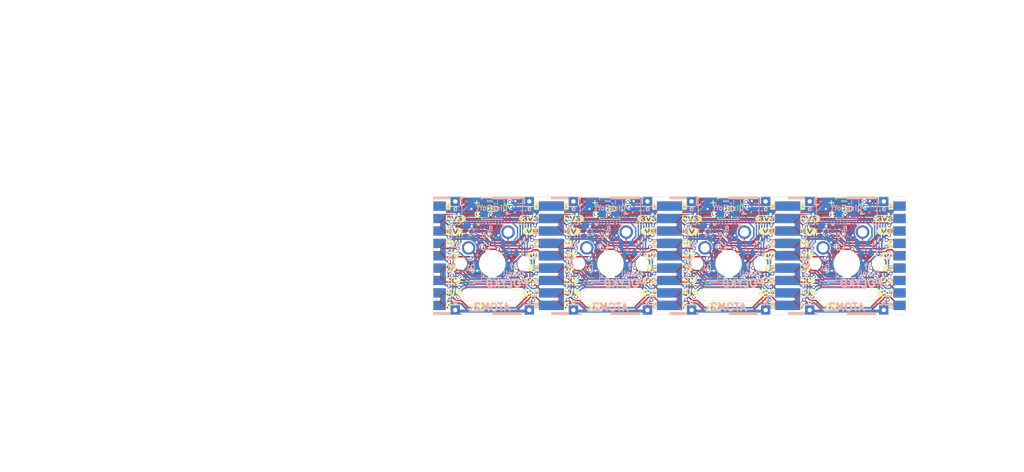
<source format=kicad_pcb>
(kicad_pcb (version 20211014) (generator pcbnew)
  (title_block (title "PolyKB Atom") (date "2022-02-01") (rev "2.1") (company "thpoll"))
  (layers (0 "F.Cu" signal) (31 "B.Cu" signal) (34 "B.Paste" user) (35 "F.Paste" user) (36 "B.SilkS" user "B.Silkscreen") (37 "F.SilkS" user "F.Silkscreen") (38 "B.Mask" user) (39 "F.Mask" user) (44 "Edge.Cuts" user))
  (net 0 "")
  (net 1 "/Keyboard/sheet605ED2EB/GND")
  (net 2 "/Keyboard/sheet605ED2EB/3V3")
  (net 3 "/Keyboard/sheet605ED2EB/4V2")
  (net 4 "Net-(C4-Pad1)")
  (net 5 "Net-(C5-Pad2)")
  (net 6 "Net-(C5-Pad1)")
  (net 7 "Net-(C6-Pad2)")
  (net 8 "Net-(C6-Pad1)")
  (net 9 "/Keyboard/sheet605ED2EB/CS")
  (net 10 "/Keyboard/sheet605ED2EB/RESET")
  (net 11 "/Keyboard/sheet605ED2EB/D-C")
  (net 12 "/Keyboard/sheet605ED2EB/SCLK")
  (net 13 "/Keyboard/sheet605ED2EB/SDIN")
  (net 14 "/Keyboard/sheet605ED2EB/LED_DIN")
  (net 15 "/Keyboard/sheet605ED2EB/5V")
  (net 16 "Net-(D1-Pad2)")
  (net 17 "/Keyboard/sheet605ED2EB/KeyRow")
  (net 18 "/Keyboard/sheet605ED2EB/KeyCol")
  (net 19 "CS8")
  (net 20 "CS7")
  (net 21 "CS6")
  (net 22 "CS5")
  (net 23 "CS4")
  (net 24 "CS3")
  (net 25 "CS2")
  (net 26 "CS1")
  (net 27 "Net-(C1-Pad1)")
  (footprint "poly_kb:AtomConnect2" (layer "F.Cu") (at 93.218 63.6778 -90)
    (fp_text reference "J3" hide)
    (fp_text value "WestFront")
  )
  (footprint "poly_kb:AtomConnect2" (layer "F.Cu") (at 110.236 63.6778 -90)
    (fp_text reference "J4" hide)
    (fp_text value "EastFront")
  )
  (footprint "poly_kb:WS2812B-Mini" (layer "F.Cu") (at 101.727 56.0578)
    (fp_text reference "LED1" hide)
    (fp_text value "LED")
  )
  (footprint "poly_kb:SW_Cherry_MX_1.00u_PCB_NoSilk" (layer "F.Cu") (at 104.267 59.8678)
    (fp_text reference "SW1" hide)
    (fp_text value "SW_Push")
  )
  (footprint "poly_kb:TestPoin_1.5x1.5mm_Drill0.7mm" (layer "F.Cu") (at 107.696 54.9148)
    (fp_text reference "J2" hide)
    (fp_text value "North")
  )
  (footprint "poly_kb:TestPoin_1.5x1.5mm_Drill0.7mm" (layer "F.Cu") (at 95.758 54.9148)
    (fp_text reference "J8" hide)
    (fp_text value "North2")
  )
  (footprint "poly_kb:TestPoin_1.5x1.5mm_Drill0.7mm" (layer "F.Cu") (at 107.696 72.4408)
    (fp_text reference "J9" hide)
    (fp_text value "South2")
  )
  (footprint "poly_kb:TestPoin_1.5x1.5mm_Drill0.7mm" (layer "F.Cu") (at 95.758 72.4408)
    (fp_text reference "J7" hide)
    (fp_text value "South")
  )
  (footprint "kibuzzard-61EFA8F1" (layer "F.Cu") (at 126.9746 69.6722)
    (fp_text reference "kibuzzard-61EFA8F1" hide)
    (fp_text value "G***" hide)
  )
  (footprint "kibuzzard-61EFD908" (layer "F.Cu") (at 94.615 71.7042)
    (fp_text reference "kibuzzard-61EFD908" hide)
    (fp_text value "G***" hide)
  )
  (footprint "kibuzzard-61EFAA6D" (layer "F.Cu") (at 165.3794 63.6778)
    (fp_text reference "kibuzzard-61EFAA6D" hide)
    (fp_text value "G***" hide)
  )
  (footprint "poly_kb:TestPoin_1.5x1.5mm_Drill0.7mm" (layer "F.Cu") (at 126.746 54.9148)
    (fp_text reference "J2" hide)
    (fp_text value "North")
  )
  (footprint "kibuzzard-61EFABBF" (layer "F.Cu") (at 127.0762 67.691)
    (fp_text reference "kibuzzard-61EFABBF" hide)
    (fp_text value "G***" hide)
  )
  (footprint "poly_kb:TestPoin_1.5x1.5mm_Drill0.7mm" (layer "F.Cu") (at 164.846 72.4408)
    (fp_text reference "J9" hide)
    (fp_text value "South2")
  )
  (footprint "kibuzzard-61EFD908" (layer "F.Cu") (at 127.889 71.7042)
    (fp_text reference "kibuzzard-61EFD908" hide)
    (fp_text value "G***" hide)
  )
  (footprint "kibuzzard-61EFD863" (layer "F.Cu") (at 164.7698 57.6834)
    (fp_text reference "kibuzzard-61EFD863" hide)
    (fp_text value "G***" hide)
  )
  (footprint "kibuzzard-61EFACF9" (layer "F.Cu") (at 145.5166 59.7154)
    (fp_text reference "kibuzzard-61EFACF9" hide)
    (fp_text value "G***" hide)
  )
  (footprint "kibuzzard-61EFDAEE" (layer "F.Cu") (at 133.354239 63.677507)
    (fp_text reference "kibuzzard-61EFDAEE" hide)
    (fp_text value "G***" hide)
  )
  (footprint "kibuzzard-61EFBE3D" (layer "F.Cu") (at 133.6294 69.6722)
    (fp_text reference "kibuzzard-61EFBE3D" hide)
    (fp_text value "G***" hide)
  )
  (footprint "poly_kb:TestPoin_1.5x1.5mm_Drill0.7mm" (layer "F.Cu") (at 133.858 54.9148)
    (fp_text reference "J8" hide)
    (fp_text value "North2")
  )
  (footprint "kibuzzard-61EFD947" (layer "F.Cu") (at 151.765 55.6514)
    (fp_text reference "kibuzzard-61EFD947" hide)
    (fp_text value "G***" hide)
  )
  (footprint "kibuzzard-61EFBE87" (layer "F.Cu") (at 153.1874 59.7154)
    (fp_text reference "kibuzzard-61EFBE87" hide)
    (fp_text value "G***" hide)
  )
  (footprint "kibuzzard-61EFBE21" (layer "F.Cu") (at 114.1222 65.659)
    (fp_text reference "kibuzzard-61EFBE21" hide)
    (fp_text value "G***" hide)
  )
  (footprint "kibuzzard-61EFDD1E" (layer "F.Cu") (at 99.441 71.9328)
    (fp_text reference "kibuzzard-61EFDD1E" hide)
    (fp_text value "G***" hide)
  )
  (footprint "kibuzzard-61EFD863" (layer "F.Cu") (at 145.7198 57.6834)
    (fp_text reference "kibuzzard-61EFD863" hide)
    (fp_text value "G***" hide)
  )
  (footprint "kibuzzard-61EFBE87" (layer "F.Cu") (at 96.0374 59.7154)
    (fp_text reference "kibuzzard-61EFBE87" hide)
    (fp_text value "G***" hide)
  )
  (footprint "kibuzzard-61EFDAC6" (layer "F.Cu") (at 108.7882 61.6966)
    (fp_text reference "kibuzzard-61EFDAC6" hide)
    (fp_text value "G***" hide)
  )
  (footprint "kibuzzard-61EFD863" (layer "F.Cu") (at 126.6698 57.6834)
    (fp_text reference "kibuzzard-61EFD863" hide)
    (fp_text value "G***" hide)
  )
  (footprint "kibuzzard-61EFD947" (layer "F.Cu") (at 132.715 55.6514)
    (fp_text reference "kibuzzard-61EFD947" hide)
    (fp_text value "G***" hide)
  )
  (footprint "kibuzzard-61EFD908" (layer "F.Cu") (at 132.715 71.7042)
    (fp_text reference "kibuzzard-61EFD908" hide)
    (fp_text value "G***" hide)
  )
  (footprint "kibuzzard-61EFBE2C" (layer "F.Cu") (at 95.4278 67.691)
    (fp_text reference "kibuzzard-61EFBE2C" hide)
    (fp_text value "G***" hide)
  )
  (footprint "kibuzzard-61EFDAC6" (layer "F.Cu") (at 127.8382 61.6966)
    (fp_text reference "kibuzzard-61EFDAC6" hide)
    (fp_text value "G***" hide)
  )
  (footprint "kibuzzard-61EFDAA0" (layer "F.Cu") (at 133.0706 61.6966)
    (fp_text reference "kibuzzard-61EFDAA0" hide)
    (fp_text value "G***" hide)
  )
  (footprint "kibuzzard-61EFD908" (layer "F.Cu") (at 165.989 71.7042)
    (fp_text reference "kibuzzard-61EFD908" hide)
    (fp_text value "G***" hide)
  )
  (footprint "poly_kb:AtomConnect2" (layer "F.Cu") (at 167.386 63.6778 -90)
    (fp_text reference "J4" hide)
    (fp_text value "EastFront")
  )
  (footprint "kibuzzard-61EFDD1E" (layer "F.Cu") (at 137.541 71.9328)
    (fp_text reference "kibuzzard-61EFDD1E" hide)
    (fp_text value "G***" hide)
  )
  (footprint "poly_kb:TestPoin_1.5x1.5mm_Drill0.7mm" (layer "F.Cu") (at 164.846 54.9148)
    (fp_text reference "J2" hide)
    (fp_text value "North")
  )
  (footprint "kibuzzard-61EFBE21" (layer "F.Cu") (at 152.2222 65.659)
    (fp_text reference "kibuzzard-61EFBE21" hide)
    (fp_text value "G***" hide)
  )
  (footprint "poly_kb:TestPoin_1.5x1.5mm_Drill0.7mm" (layer "F.Cu") (at 145.796 54.9148)
    (fp_text reference "J2" hide)
    (fp_text value "North")
  )
  (footprint "kibuzzard-61EFDAEE" (layer "F.Cu") (at 114.304239 63.677507)
    (fp_text reference "kibuzzard-61EFDAEE" hide)
    (fp_text value "G***" hide)
  )
  (footprint "kibuzzard-61EFD947" (layer "F.Cu") (at 127.889 55.6514)
    (fp_text reference "kibuzzard-61EFD947" hide)
    (fp_text value "G***" hide)
  )
  (footprint "poly_kb:WS2812B-Mini" (layer "F.Cu") (at 158.877 56.0578)
    (fp_text reference "LED1" hide)
    (fp_text value "LED")
  )
  (footprint "kibuzzard-61EFD947" (layer "F.Cu") (at 108.839 55.6514)
    (fp_text reference "kibuzzard-61EFD947" hide)
    (fp_text value "G***" hide)
  )
  (footprint "kibuzzard-61EFDD1E" (layer "F.Cu") (at 156.591 71.9328)
    (fp_text reference "kibuzzard-61EFDD1E" hide)
    (fp_text value "G***" hide)
  )
  (footprint "kibuzzard-61EFD879" (layer "F.Cu") (at 152.994 57.6906)
    (fp_text reference "kibuzzard-61EFD879" hide)
    (fp_text value "G***" hide)
  )
  (footprint "poly_kb:WS2812B-Mini" (layer "F.Cu") (at 139.827 56.0578)
    (fp_text reference "LED1" hide)
    (fp_text value "LED")
  )
  (footprint "poly_kb:AtomConnect2" (layer "F.Cu") (at 112.268 63.6778 -90)
    (fp_text reference "J3" hide)
    (fp_text value "WestFront")
  )
  (footprint "kibuzzard-61EFA8F1" (layer "F.Cu") (at 107.9246 69.6722)
    (fp_text reference "kibuzzard-61EFA8F1" hide)
    (fp_text value "G***" hide)
  )
  (footprint "kibuzzard-61EFABBF" (layer "F.Cu") (at 146.1262 67.691)
    (fp_text reference "kibuzzard-61EFABBF" hide)
    (fp_text value "G***" hide)
  )
  (footprint "poly_kb:SW_Cherry_MX_1.00u_PCB_NoSilk" (layer "F.Cu") (at 161.417 59.8678)
    (fp_text reference "SW1" hide)
    (fp_text value "SW_Push")
  )
  (footprint "kibuzzard-61EFD7F9" (layer "F.Cu") (at 146.4818 65.659)
    (fp_text reference "kibuzzard-61EFD7F9" hide)
    (fp_text value "G***" hide)
  )
  (footprint "poly_kb:SW_Cherry_MX_1.00u_PCB_NoSilk" (layer "F.Cu") (at 123.317 59.8678)
    (fp_text reference "SW1" hide)
    (fp_text value "SW_Push")
  )
  (footprint "kibuzzard-61EFDAA0" (layer "F.Cu") (at 94.9706 61.6966)
    (fp_text reference "kibuzzard-61EFDAA0" hide)
    (fp_text value "G***" hide)
  )
  (footprint "kibuzzard-61EFDAEE" (layer "F.Cu") (at 152.404239 63.677507)
    (fp_text reference "kibuzzard-61EFDAEE" hide)
    (fp_text value "G***" hide)
  )
  (footprint "kibuzzard-61EFD879" (layer "F.Cu") (at 114.894 57.6906)
    (fp_text reference "kibuzzard-61EFD879" hide)
    (fp_text value "G***" hide)
  )
  (footprint "poly_kb:AtomConnect2" (layer "F.Cu") (at 150.368 63.6778 -90)
    (fp_text reference "J3" hide)
    (fp_text value "WestFront")
  )
  (footprint "kibuzzard-61EFACF9" (layer "F.Cu") (at 126.4666 59.7154)
    (fp_text reference "kibuzzard-61EFACF9" hide)
    (fp_text value "G***" hide)
  )
  (footprint "kibuzzard-61EFD7F9" (layer "F.Cu") (at 108.3818 65.659)
    (fp_text reference "kibuzzard-61EFD7F9" hide)
    (fp_text value "G***" hide)
  )
  (footprint "poly_kb:AtomConnect2" (layer "F.Cu") (at 148.336 63.6778 -90)
    (fp_text reference "J4" hide)
    (fp_text value "EastFront")
  )
  (footprint "kibuzzard-61EFBE87" (layer "F.Cu") (at 134.1374 59.7154)
    (fp_text reference "kibuzzard-61EFBE87" hide)
    (fp_text value "G***" hide)
  )
  (footprint "kibuzzard-61EFD863" (layer "F.Cu") (at 107.6198 57.6834)
    (fp_text reference "kibuzzard-61EFD863" hide)
    (fp_text value "G***" hide)
  )
  (footprint "kibuzzard-61EFA8F1" (layer "F.Cu") (at 146.0246 69.6722)
    (fp_text reference "kibuzzard-61EFA8F1" hide)
    (fp_text value "G***" hide)
  )
  (footprint "poly_kb:TestPoin_1.5x1.5mm_Drill0.7mm" (layer "F.Cu") (at 114.808 54.9148)
    (fp_text reference "J8" hide)
    (fp_text value "North2")
  )
  (footprint "poly_kb:TestPoin_1.5x1.5mm_Drill0.7mm" (layer "F.Cu") (at 145.796 72.4408)
    (fp_text reference "J9" hide)
    (fp_text value "South2")
  )
  (footprint "kibuzzard-61EFAA6D" (layer "F.Cu") (at 127.2794 63.6778)
    (fp_text reference "kibuzzard-61EFAA6D" hide)
    (fp_text value "G***" hide)
  )
  (footprint "kibuzzard-61EFBE3D" (layer "F.Cu") (at 152.6794 69.6722)
    (fp_text reference "kibuzzard-61EFBE3D" hide)
    (fp_text value "G***" hide)
  )
  (footprint "kibuzzard-61EFD879" (layer "F.Cu") (at 133.944 57.6906)
    (fp_text reference "kibuzzard-61EFD879" hide)
    (fp_text value "G***" hide)
  )
  (footprint "kibuzzard-61EFD879" (layer "F.Cu") (at 95.844 57.6906)
    (fp_text reference "kibuzzard-61EFD879" hide)
    (fp_text value "G***" hide)
  )
  (footprint "kibuzzard-61EFD908" (layer "F.Cu") (at 108.839 71.7042)
    (fp_text reference "kibuzzard-61EFD908" hide)
    (fp_text value "G***" hide)
  )
  (footprint "kibuzzard-61EFACF9" (layer "F.Cu") (at 107.4166 59.7154)
    (fp_text reference "kibuzzard-61EFACF9" hide)
    (fp_text value "G***" hide)
  )
  (footprint "kibuzzard-61EFD7F9" (layer "F.Cu") (at 127.4318 65.659)
    (fp_text reference "kibuzzard-61EFD7F9" hide)
    (fp_text value "G***" hide)
  )
  (footprint "kibuzzard-61EFDAC6" (layer "F.Cu") (at 165.9382 61.6966)
    (fp_text reference "kibuzzard-61EFDAC6" hide)
    (fp_text value "G***" hide)
  )
  (footprint "poly_kb:TestPoin_1.5x1.5mm_Drill0.7mm" (layer "F.Cu") (at 114.808 72.4408)
    (fp_text reference "J7" hide)
    (fp_text value "South")
  )
  (footprint "kibuzzard-61EFDAEE" (layer "F.Cu") (at 95.254239 63.677507)
    (fp_text reference "kibuzzard-61EFDAEE" hide)
    (fp_text value "G***" hide)
  )
  (footprint "kibuzzard-61EFA8F1" (layer "F.Cu") (at 165.0746 69.6722)
    (fp_text reference "kibuzzard-61EFA8F1" hide)
    (fp_text value "G***" hide)
  )
  (footprint "kibuzzard-61EFBE87" (layer "F.Cu") (at 115.0874 59.7154)
    (fp_text reference "kibuzzard-61EFBE87" hide)
    (fp_text value "G***" hide)
  )
  (footprint "poly_kb:TestPoin_1.5x1.5mm_Drill0.7mm" (layer "F.Cu") (at 152.908 54.9148)
    (fp_text reference "J8" hide)
    (fp_text value "North2")
  )
  (footprint "kibuzzard-61EFDAA0" (layer "F.Cu") (at 152.1206 61.6966)
    (fp_text reference "kibuzzard-61EFDAA0" hide)
    (fp_text value "G***" hide)
  )
  (footprint "kibuzzard-61EFD908" (layer "F.Cu") (at 113.665 71.7042)
    (fp_text reference "kibuzzard-61EFD908" hide)
    (fp_text value "G***" hide)
  )
  (footprint "kibuzzard-61EFBE21" (layer "F.Cu") (at 95.0722 65.659)
    (fp_text reference "kibuzzard-61EFBE21" hide)
    (fp_text value "G***" hide)
  )
  (footprint "kibuzzard-61EFBE2C" (layer "F.Cu") (at 114.4778 67.691)
    (fp_text reference "kibuzzard-61EFBE2C" hide)
    (fp_text value "G***" hide)
  )
  (footprint "kibuzzard-61EFD908" (layer "F.Cu") (at 146.939 71.7042)
    (fp_text reference "kibuzzard-61EFD908" hide)
    (fp_text value "G***" hide)
  )
  (footprint "kibuzzard-61EFABBF" (layer "F.Cu") (at 108.0262 67.691)
    (fp_text reference "kibuzzard-61EFABBF" hide)
    (fp_text value "G***" hide)
  )
  (footprint "kibuzzard-61EFD947" (layer "F.Cu") (at 94.615 55.6514)
    (fp_text reference "kibuzzard-61EFD947" hide)
    (fp_text value "G***" hide)
  )
  (footprint "kibuzzard-61EFAA6D" (layer "F.Cu") (at 146.3294 63.6778)
    (fp_text reference "kibuzzard-61EFAA6D" hide)
    (fp_text value "G***" hide)
  )
  (footprint "kibuzzard-61EFD7F9" (layer "F.Cu") (at 165.5318 65.659)
    (fp_text reference "kibuzzard-61EFD7F9" hide)
    (fp_text value "G***" hide)
  )
  (footprint "kibuzzard-61EFBE3D" (layer "F.Cu") (at 114.5794 69.6722)
    (fp_text reference "kibuzzard-61EFBE3D" hide)
    (fp_text value "G***" hide)
  )
  (footprint "poly_kb:TestPoin_1.5x1.5mm_Drill0.7mm" (layer "F.Cu") (at 152.908 72.4408)
    (fp_text reference "J7" hide)
    (fp_text value "South")
  )
  (footprint "kibuzzard-61EFABBF" (layer "F.Cu") (at 165.1762 67.691)
    (fp_text reference "kibuzzard-61EFABBF" hide)
    (fp_text value "G***" hide)
  )
  (footprint "poly_kb:TestPoin_1.5x1.5mm_Drill0.7mm" (layer "F.Cu") (at 126.746 72.4408)
    (fp_text reference "J9" hide)
    (fp_text value "South2")
  )
  (footprint "kibuzzard-61EFBE2C" (layer "F.Cu") (at 152.5778 67.691)
    (fp_text reference "kibuzzard-61EFBE2C" hide)
    (fp_text value "G***" hide)
  )
  (footprint "poly_kb:AtomConnect2" (layer "F.Cu") (at 131.318 63.6778 -90)
    (fp_text reference "J3" hide)
    (fp_text value "WestFront")
  )
  (footprint "kibuzzard-61EFD908" (layer "F.Cu") (at 151.765 71.7042)
    (fp_text reference "kibuzzard-61EFD908" hide)
    (fp_text value "G***" hide)
  )
  (footprint "kibuzzard-61EFBE3D" (layer "F.Cu") (at 95.5294 69.6722)
    (fp_text reference "kibuzzard-61EFBE3D" hide)
    (fp_text value "G***" hide)
  )
  (footprint "kibuzzard-61EFDD1E" (layer "F.Cu") (at 118.491 71.9328)
    (fp_text reference "kibuzzard-61EFDD1E" hide)
    (fp_text value "G***" hide)
  )
  (footprint "kibuzzard-61EFAA6D" (layer "F.Cu") (at 108.2294 63.6778)
    (fp_text reference "kibuzzard-61EFAA6D" hide)
    (fp_text value "G***" hide)
  )
  (footprint "poly_kb:AtomConnect2" (layer "F.Cu") (at 129.286 63.6778 -90)
    (fp_text reference "J4" hide)
    (fp_text value "EastFront")
  )
  (footprint "kibuzzard-61EFD947" (layer "F.Cu") (at 146.939 55.6514)
    (fp_text reference "kibuzzard-61EFD947" hide)
    (fp_text value "G***" hide)
  )
  (footprint "poly_kb:SW_Cherry_MX_1.00u_PCB_NoSilk" (layer "F.Cu") (at 142.367 59.8678)
    (fp_text reference "SW1" hide)
    (fp_text value "SW_Push")
  )
  (footprint "kibuzzard-61EFD947" (layer "F.Cu") (at 165.989 55.6514)
    (fp_text reference "kibuzzard-61EFD947" hide)
    (fp_text value "G***" hide)
  )
  (footprint "kibuzzard-61EFBE2C" (layer "F.Cu") (at 133.5278 67.691)
    (fp_text reference "kibuzzard-61EFBE2C" hide)
    (fp_text value "G***" hide)
  )
  (footprint "kibuzzard-61EFACF9" (layer "F.Cu") (at 164.5666 59.7154)
    (fp_text reference "kibuzzard-61EFACF9" hide)
    (fp_text value "G***" hide)
  )
  (footprint "kibuzzard-61EFD947" (layer "F.Cu") (at 113.665 55.6514)
    (fp_text reference "kibuzzard-61EFD947" hide)
    (fp_text value "G***" hide)
  )
  (footprint "poly_kb:WS2812B-Mini" (layer "F.Cu") (at 120.777 56.0578)
    (fp_text reference "LED1" hide)
    (fp_text value "LED")
  )
  (footprint "kibuzzard-61EFBE21" (layer "F.Cu") (at 133.1722 65.659)
    (fp_text reference "kibuzzard-61EFBE21" hide)
    (fp_text value "G***" hide)
  )
  (footprint "poly_kb:TestPoin_1.5x1.5mm_Drill0.7mm" (layer "F.Cu") (at 133.858 72.4408)
    (fp_text reference "J7" hide)
    (fp_text value "South")
  )
  (footprint "kibuzzard-61EFDAA0" (layer "F.Cu") (at 114.0206 61.6966)
    (fp_text reference "kibuzzard-61EFDAA0" hide)
    (fp_text value "G***" hide)
  )
  (footprint "kibuzzard-61EFDAC6" (layer "F.Cu") (at 146.8882 61.6966)
    (fp_text reference "kibuzzard-61EFDAC6" hide)
    (fp_text value "G***" hide)
  )
  (footprint "Capacitor_SMD:C_0603_1608Metric" (layer "B.Cu") (at 104.802 63.2528 180)
    (fp_text reference "C1")
    (fp_text value "2.2uF")
  )
  (footprint "Capacitor_SMD:C_0603_1608Metric" (layer "B.Cu") (at 97.409 59.8046 90)
    (fp_text reference "C2")
    (fp_text value "2.2uF")
  )
  (footprint "Capacitor_SMD:C_0402_1005Metric" (layer "B.Cu") (at 95.123 56.9468 90)
    (fp_text reference "C3" hide)
    (fp_text value "1uF")
  )
  (footprint "Capacitor_SMD:C_0603_1608Metric" (layer "B.Cu") (at 104.302 61.7528 180)
    (fp_text reference "C4")
    (fp_text value "4.7uF")
  )
  (footprint "Capacitor_SMD:C_0402_1005Metric" (layer "B.Cu") (at 99.4918 60.0176 90)
    (fp_text reference "C5")
    (fp_text value "1uF")
  )
  (footprint "Capacitor_SMD:C_0402_1005Metric" (layer "B.Cu") (at 100.457 61.3918)
    (fp_text reference "C6")
    (fp_text value "1uF")
  )
  (footprint "poly_kb:D_SOD-323Ext" (layer "B.Cu") (at 98.425 66.9528 180)
    (fp_text reference "D1")
    (fp_text value "D_Small")
  )
  (footprint "poly_kb:FPC_16_JUSHUO_AFC05_S16FIA_00" (layer "B.Cu") (at 101.727 57.9628)
    (fp_text reference "J1" hide)
    (fp_text value "Conn_01x16")
  )
  (footprint "poly_kb:AtomConnect2" (layer "B.Cu") (at 110.236 63.6778 -90)
    (fp_text reference "J6" hide)
    (fp_text value "EastBack")
  )
  (footprint "poly_kb:AtomConnectCS" (layer "B.Cu") (at 93.218 63.6778 -90)
    (fp_text reference "J5" hide)
    (fp_text value "WestBack")
  )
  (footprint "poly_kb:D_SOD-323Ext" (layer "B.Cu") (at 117.475 66.9528 180)
    (fp_text reference "D1")
    (fp_text value "D_Small")
  )
  (footprint "poly_kb:AtomConnectCS" (layer "B.Cu") (at 131.318 63.6778 -90)
    (fp_text reference "J5" hide)
    (fp_text value "WestBack")
  )
  (footprint "Capacitor_SMD:C_0402_1005Metric" (layer "B.Cu") (at 138.557 61.3918)
    (fp_text reference "C6")
    (fp_text value "1uF")
  )
  (footprint "Capacitor_SMD:C_0402_1005Metric" (layer "B.Cu") (at 118.5418 60.0176 90)
    (fp_text reference "C5")
    (fp_text value "1uF")
  )
  (footprint "Capacitor_SMD:C_0603_1608Metric" (layer "B.Cu") (at 154.559 59.8046 90)
    (fp_text reference "C2")
    (fp_text value "2.2uF")
  )
  (footprint "poly_kb:AtomConnect2" (layer "B.Cu") (at 129.286 63.6778 -90)
    (fp_text reference "J6" hide)
    (fp_text value "EastBack")
  )
  (footprint "poly_kb:FPC_16_JUSHUO_AFC05_S16FIA_00" (layer "B.Cu") (at 139.827 57.9628)
    (fp_text reference "J1" hide)
    (fp_text value "Conn_01x16")
  )
  (footprint "Capacitor_SMD:C_0402_1005Metric" (layer "B.Cu") (at 152.273 56.9468 90)
    (fp_text reference "C3" hide)
    (fp_text value "1uF")
  )
  (footprint "Capacitor_SMD:C_0402_1005Metric" (layer "B.Cu") (at 119.507 61.3918)
    (fp_text reference "C6")
    (fp_text value "1uF")
  )
  (footprint "poly_kb:D_SOD-323Ext" (layer "B.Cu") (at 136.525 66.9528 180)
    (fp_text reference "D1")
    (fp_text value "D_Small")
  )
  (footprint "Capacitor_SMD:C_0603_1608Metric" (layer "B.Cu") (at 116.459 59.8046 90)
    (fp_text reference "C2")
    (fp_text value "2.2uF")
  )
  (footprint "Resistor_SMD:R_0402_1005Metric" (layer "B.Cu") (at 133.702 60.3906 -90)
    (fp_text reference "R1")
    (fp_text value "1M")
  )
  (footprint "Capacitor_SMD:C_0402_1005Metric" (layer "B.Cu") (at 137.5918 60.0176 90)
    (fp_text reference "C5")
    (fp_text value "1uF")
  )
  (footprint "Capacitor_SMD:C_0603_1608Metric" (layer "B.Cu") (at 161.452 61.7528 180)
    (fp_text reference "C4")
    (fp_text value "4.7uF")
  )
  (footprint "poly_kb:D_SOD-323Ext" (layer "B.Cu") (at 155.575 66.9528 180)
    (fp_text reference "D1")
    (fp_text value "D_Small")
  )
  (footprint "poly_kb:AtomConnect2" (layer "B.Cu") (at 167.386 63.6778 -90)
    (fp_text reference "J6" hide)
    (fp_text value "EastBack")
  )
  (footprint "Capacitor_SMD:C_0402_1005Metric" (layer "B.Cu") (at 133.223 56.9468 90)
    (fp_text reference "C3" hide)
    (fp_text value "1uF")
  )
  (footprint "Resistor_SMD:R_0402_1005Metric" (layer "B.Cu") (at 114.652 60.3906 -90)
    (fp_text reference "R1")
    (fp_text value "1M")
  )
  (footprint "poly_kb:FPC_16_JUSHUO_AFC05_S16FIA_00" (layer "B.Cu") (at 158.877 57.9628)
    (fp_text reference "J1" hide)
    (fp_text value "Conn_01x16")
  )
  (footprint "Resistor_SMD:R_0402_1005Metric" (layer "B.Cu") (at 152.752 60.3906 -90)
    (fp_text reference "R1")
    (fp_text value "1M")
  )
  (footprint "Capacitor_SMD:C_0603_1608Metric" (layer "B.Cu") (at 142.402 61.7528 180)
    (fp_text reference "C4")
    (fp_text value "4.7uF")
  )
  (footprint "poly_kb:AtomConnect2" (layer "B.Cu") (at 148.336 63.6778 -90)
    (fp_text reference "J6" hide)
    (fp_text value "EastBack")
  )
  (footprint "Resistor_SMD:R_0402_1005Metric" (layer "B.Cu") (at 95.602 60.3906 -90)
    (fp_text reference "R1")
    (fp_text value "1M")
  )
  (footprint "poly_kb:FPC_16_JUSHUO_AFC05_S16FIA_00" (layer "B.Cu") (at 120.777 57.9628)
    (fp_text reference "J1" hide)
    (fp_text value "Conn_01x16")
  )
  (footprint "Capacitor_SMD:C_0603_1608Metric" (layer "B.Cu") (at 135.509 59.8046 90)
    (fp_text reference "C2")
    (fp_text value "2.2uF")
  )
  (footprint "Capacitor_SMD:C_0402_1005Metric" (layer "B.Cu") (at 156.6418 60.0176 90)
    (fp_text reference "C5")
    (fp_text value "1uF")
  )
  (footprint "Capacitor_SMD:C_0603_1608Metric" (layer "B.Cu") (at 123.852 63.2528 180)
    (fp_text reference "C1")
    (fp_text value "2.2uF")
  )
  (footprint "Capacitor_SMD:C_0603_1608Metric" (layer "B.Cu") (at 161.952 63.2528 180)
    (fp_text reference "C1")
    (fp_text value "2.2uF")
  )
  (footprint "poly_kb:AtomConnectCS" (layer "B.Cu") (at 150.368 63.6778 -90)
    (fp_text reference "J5" hide)
    (fp_text value "WestBack")
  )
  (footprint "Capacitor_SMD:C_0402_1005Metric" (layer "B.Cu") (at 157.607 61.3918)
    (fp_text reference "C6")
    (fp_text value "1uF")
  )
  (footprint "poly_kb:AtomConnectCS" (layer "B.Cu") (at 112.268 63.6778 -90)
    (fp_text reference "J5" hide)
    (fp_text value "WestBack")
  )
  (footprint "Capacitor_SMD:C_0402_1005Metric" (layer "B.Cu") (at 114.173 56.9468 90)
    (fp_text reference "C3" hide)
    (fp_text value "1uF")
  )
  (footprint "Capacitor_SMD:C_0603_1608Metric" (layer "B.Cu") (at 123.352 61.7528 180)
    (fp_text reference "C4")
    (fp_text value "4.7uF")
  )
  (footprint "Capacitor_SMD:C_0603_1608Metric" (layer "B.Cu") (at 142.902 63.2528 180)
    (fp_text reference "C1")
    (fp_text value "2.2uF")
  )
  (gr_poly (pts (xy 106.4895 73.2282) (xy 101.727 73.2282) (xy 101.727 72.7964) (xy 106.4895 72.7964)) (layer "B.SilkS") (width 0) (fill solid))
  (gr_poly (pts (xy 94.9706 54.5608) (xy 92.1766 54.5608) (xy 92.1766 54.1274) (xy 94.9706 54.1274)) (layer "B.SilkS") (width 0) (fill solid))
  (gr_poly (pts (xy 96.9645 54.5608) (xy 96.5454 54.5608) (xy 96.5454 54.1274) (xy 96.9645 54.1274)) (layer "B.SilkS") (width 0) (fill solid))
  (gr_poly (pts (xy 96.9645 73.2282) (xy 96.5454 73.2282) (xy 96.5454 72.8091) (xy 96.9645 72.8091)) (layer "B.SilkS") (width 0) (fill solid))
  (gr_poly (pts (xy 94.9706 73.2282) (xy 92.202 73.2282) (xy 92.202 72.788864) (xy 94.9706 72.788864)) (layer "B.SilkS") (width 0) (fill solid))
  (gr_line (start 152.273 59.3598) (end 151.765 58.8518) (layer "B.SilkS") (width 0.12))
  (gr_line (start 108.839 55.3466) (end 108.839 55.7022) (layer "B.SilkS") (width 0.12))
  (gr_poly (pts (xy 133.0706 54.5608) (xy 130.2766 54.5608) (xy 130.2766 54.1274) (xy 133.0706 54.1274)) (layer "B.SilkS") (width 0) (fill solid))
  (gr_line (start 165.8366 55.8546) (end 166.1414 55.8546) (layer "B.SilkS") (width 0.12))
  (gr_line (start 146.8882 56.007) (end 146.9898 56.007) (layer "B.SilkS") (width 0.12))
  (gr_line (start 151.765 55.7022) (end 152.019 55.7022) (layer "B.SilkS") (width 0.12))
  (gr_line (start 160.652 58.4778) (end 160.652 58.9278) (layer "B.SilkS") (width 0.12))
  (gr_line (start 141.777 58.7528) (end 141.602 58.4778) (layer "B.SilkS") (width 0.12))
  (gr_line (start 118.352 58.7528) (end 118.702 58.7528) (layer "B.SilkS") (width 0.12))
  (gr_line (start 160.577 58.7028) (end 160.727 58.7028) (layer "B.SilkS") (width 0.12))
  (gr_line (start 95.123 63.4238) (end 95.123 59.3598) (layer "B.SilkS") (width 0.12))
  (gr_poly (pts (xy 135.0645 54.5608) (xy 134.6454 54.5608) (xy 134.6454 54.1274) (xy 135.0645 54.1274)) (layer "B.SilkS") (width 0) (fill solid))
  (gr_line (start 120.527 58.6528) (end 120.527 58.4778) (layer "B.SilkS") (width 0.12))
  (gr_line (start 156.552 58.7028) (end 156.702 58.7028) (layer "B.SilkS") (width 0.12))
  (gr_line (start 141.527 58.7028) (end 141.677 58.7028) (layer "B.SilkS") (width 0.12))
  (gr_line (start 133.223 65.9638) (end 133.223 69.5198) (layer "B.SilkS") (width 0.12))
  (gr_line (start 103.502 58.4778) (end 103.502 58.9278) (layer "B.SilkS") (width 0.12))
  (gr_line (start 94.615 66.7258) (end 95.123 66.7258) (layer "B.SilkS") (width 0.12))
  (gr_line (start 103.327 58.7528) (end 103.677 58.7528) (layer "B.SilkS") (width 0.12))
  (gr_line (start 94.615 55.3466) (end 94.615 55.7022) (layer "B.SilkS") (width 0.12))
  (gr_line (start 127.889 55.7022) (end 128.143 55.7022) (layer "B.SilkS") (width 0.12))
  (gr_line (start 95.123 69.5198) (end 94.615 70.0278) (layer "B.SilkS") (width 0.12))
  (gr_line (start 94.615 55.7022) (end 94.361 55.7022) (layer "B.SilkS") (width 0.12))
  (gr_poly (pts (xy 152.1206 54.5608) (xy 149.3266 54.5608) (xy 149.3266 54.1274) (xy 152.1206 54.1274)) (layer "B.SilkS") (width 0) (fill solid))
  (gr_poly (pts (xy 144.5895 54.5608) (xy 139.827 54.5608) (xy 139.827 54.1274) (xy 144.5895 54.1274)) (layer "B.SilkS") (width 0) (fill solid))
  (gr_poly (pts (xy 152.1206 73.2282) (xy 149.352 73.2282) (xy 149.352 72.788864) (xy 152.1206 72.788864)) (layer "B.SilkS") (width 0) (fill solid))
  (gr_line (start 132.5626 55.8546) (end 132.8674 55.8546) (layer "B.SilkS") (width 0.12))
  (gr_line (start 160.477 58.7528) (end 160.827 58.7528) (layer "B.SilkS") (width 0.12))
  (gr_line (start 99.302 58.7528) (end 99.652 58.7528) (layer "B.SilkS") (width 0.12))
  (gr_line (start 114.173 59.3598) (end 113.665 58.8518) (layer "B.SilkS") (width 0.12))
  (gr_line (start 141.602 58.4778) (end 141.427 58.7528) (layer "B.SilkS") (width 0.12))
  (gr_poly (pts (xy 154.1145 73.2282) (xy 153.6954 73.2282) (xy 153.6954 72.8091) (xy 154.1145 72.8091)) (layer "B.SilkS") (width 0) (fill solid))
  (gr_line (start 113.665 55.7022) (end 113.411 55.7022) (layer "B.SilkS") (width 0.12))
  (gr_line (start 108.7882 56.007) (end 108.8898 56.007) (layer "B.SilkS") (width 0.12))
  (gr_line (start 94.615 55.7022) (end 94.869 55.7022) (layer "B.SilkS") (width 0.12))
  (gr_line (start 118.702 58.7528) (end 118.527 58.4778) (layer "B.SilkS") (width 0.12))
  (gr_line (start 114.173 65.9638) (end 114.173 69.5198) (layer "B.SilkS") (width 0.12))
  (gr_line (start 99.402 58.7028) (end 99.552 58.7028) (layer "B.SilkS") (width 0.12))
  (gr_line (start 156.627 58.4778) (end 156.627 58.9278) (layer "B.SilkS") (width 0.12))
  (gr_line (start 103.427 58.7028) (end 103.577 58.7028) (layer "B.SilkS") (width 0.12))
  (gr_line (start 122.727 58.7528) (end 122.552 58.4778) (layer "B.SilkS") (width 0.12))
  (gr_line (start 137.752 58.7528) (end 137.577 58.4778) (layer "B.SilkS") (width 0.12))
  (gr_poly (pts (xy 133.0706 73.2282) (xy 130.302 73.2282) (xy 130.302 72.788864) (xy 133.0706 72.788864)) (layer "B.SilkS") (width 0) (fill solid))
  (gr_line (start 146.7866 55.8546) (end 147.0914 55.8546) (layer "B.SilkS") (width 0.12))
  (gr_line (start 152.273 63.4238) (end 152.273 59.3598) (layer "B.SilkS") (width 0.12))
  (gr_line (start 127.889 55.3466) (end 127.889 55.7022) (layer "B.SilkS") (width 0.12))
  (gr_line (start 132.715 55.7022) (end 132.969 55.7022) (layer "B.SilkS") (width 0.12))
  (gr_line (start 114.173 69.5198) (end 113.665 70.0278) (layer "B.SilkS") (width 0.12))
  (gr_line (start 160.827 58.7528) (end 160.652 58.4778) (layer "B.SilkS") (width 0.12))
  (gr_line (start 146.939 55.7022) (end 146.685 55.7022) (layer "B.SilkS") (width 0.12))
  (gr_line (start 122.477 58.7028) (end 122.627 58.7028) (layer "B.SilkS") (width 0.12))
  (gr_line (start 99.477 58.4778) (end 99.302 58.7528) (layer "B.SilkS") (width 0.12))
  (gr_line (start 113.665 66.7258) (end 114.173 66.7258) (layer "B.SilkS") (width 0.12))
  (gr_line (start 103.677 58.7528) (end 103.502 58.4778) (layer "B.SilkS") (width 0.12))
  (gr_poly (pts (xy 154.1145 54.5608) (xy 153.6954 54.5608) (xy 153.6954 54.1274) (xy 154.1145 54.1274)) (layer "B.SilkS") (width 0) (fill solid))
  (gr_line (start 132.715 62.6618) (end 133.223 62.6618) (layer "B.SilkS") (width 0.12))
  (gr_poly (pts (xy 125.5395 73.2282) (xy 120.777 73.2282) (xy 120.777 72.7964) (xy 125.5395 72.7964)) (layer "B.SilkS") (width 0) (fill solid))
  (gr_poly (pts (xy 116.0145 73.2282) (xy 115.5954 73.2282) (xy 115.5954 72.8091) (xy 116.0145 72.8091)) (layer "B.SilkS") (width 0) (fill solid))
  (gr_line (start 108.839 55.7022) (end 109.093 55.7022) (layer "B.SilkS") (width 0.12))
  (gr_line (start 108.839 55.7022) (end 108.585 55.7022) (layer "B.SilkS") (width 0.12))
  (gr_poly (pts (xy 144.5895 73.2282) (xy 139.827 73.2282) (xy 139.827 72.7964) (xy 144.5895 72.7964)) (layer "B.SilkS") (width 0) (fill solid))
  (gr_line (start 127.8382 56.007) (end 127.9398 56.007) (layer "B.SilkS") (width 0.12))
  (gr_line (start 151.765 55.3466) (end 151.765 55.7022) (layer "B.SilkS") (width 0.12))
  (gr_line (start 151.765 62.6618) (end 152.273 62.6618) (layer "B.SilkS") (width 0.12))
  (gr_line (start 151.6126 55.8546) (end 151.9174 55.8546) (layer "B.SilkS") (width 0.12))
  (gr_line (start 132.715 66.7258) (end 133.223 66.7258) (layer "B.SilkS") (width 0.12))
  (gr_poly (pts (xy 163.6395 73.2282) (xy 158.877 73.2282) (xy 158.877 72.7964) (xy 163.6395 72.7964)) (layer "B.SilkS") (width 0) (fill solid))
  (gr_line (start 137.577 58.4778) (end 137.577 58.9278) (layer "B.SilkS") (width 0.12))
  (gr_poly (pts (xy 114.0206 73.2282) (xy 111.252 73.2282) (xy 111.252 72.788864) (xy 114.0206 72.788864)) (layer "B.SilkS") (width 0) (fill solid))
  (gr_line (start 122.552 58.4778) (end 122.377 58.7528) (layer "B.SilkS") (width 0.12))
  (gr_line (start 101.477 58.6528) (end 101.477 58.4778) (layer "B.SilkS") (width 0.12))
  (gr_line (start 165.989 55.7022) (end 166.243 55.7022) (layer "B.SilkS") (width 0.12))
  (gr_line (start 165.9382 56.007) (end 166.0398 56.007) (layer "B.SilkS") (width 0.12))
  (gr_line (start 132.715 55.3466) (end 132.715 55.7022) (layer "B.SilkS") (width 0.12))
  (gr_poly (pts (xy 135.0645 73.2282) (xy 134.6454 73.2282) (xy 134.6454 72.8091) (xy 135.0645 72.8091)) (layer "B.SilkS") (width 0) (fill solid))
  (gr_line (start 113.665 55.3466) (end 113.665 55.7022) (layer "B.SilkS") (width 0.12))
  (gr_line (start 132.6642 56.007) (end 132.7658 56.007) (layer "B.SilkS") (width 0.12))
  (gr_poly (pts (xy 106.4895 54.5608) (xy 101.727 54.5608) (xy 101.727 54.1274) (xy 106.4895 54.1274)) (layer "B.SilkS") (width 0) (fill solid))
  (gr_line (start 165.989 55.3466) (end 165.989 55.7022) (layer "B.SilkS") (width 0.12))
  (gr_line (start 94.4626 55.8546) (end 94.7674 55.8546) (layer "B.SilkS") (width 0.12))
  (gr_line (start 158.627 58.6528) (end 158.627 58.4778) (layer "B.SilkS") (width 0.12))
  (gr_line (start 156.802 58.7528) (end 156.627 58.4778) (layer "B.SilkS") (width 0.12))
  (gr_line (start 152.273 65.9638) (end 152.273 69.5198) (layer "B.SilkS") (width 0.12))
  (gr_poly (pts (xy 163.6395 54.5608) (xy 158.877 54.5608) (xy 158.877 54.1274) (xy 163.6395 54.1274)) (layer "B.SilkS") (width 0) (fill solid))
  (gr_line (start 146.939 55.3466) (end 146.939 55.7022) (layer "B.SilkS") (width 0.12))
  (gr_line (start 132.715 55.7022) (end 132.461 55.7022) (layer "B.SilkS") (width 0.12))
  (gr_line (start 94.615 62.6618) (end 95.123 62.6618) (layer "B.SilkS") (width 0.12))
  (gr_line (start 151.765 66.7258) (end 152.273 66.7258) (layer "B.SilkS") (width 0.12))
  (gr_line (start 139.577 58.6528) (end 139.577 58.4778) (layer "B.SilkS") (width 0.12))
  (gr_line (start 160.652 58.4778) (end 160.477 58.7528) (layer "B.SilkS") (width 0.12))
  (gr_line (start 113.5126 55.8546) (end 113.8174 55.8546) (layer "B.SilkS") (width 0.12))
  (gr_line (start 127.889 55.7022) (end 127.635 55.7022) (layer "B.SilkS") (width 0.12))
  (gr_line (start 118.527 58.4778) (end 118.352 58.7528) (layer "B.SilkS") (width 0.12))
  (gr_line (start 137.502 58.7028) (end 137.652 58.7028) (layer "B.SilkS") (width 0.12))
  (gr_line (start 113.665 55.7022) (end 113.919 55.7022) (layer "B.SilkS") (width 0.12))
  (gr_line (start 99.652 58.7528) (end 99.477 58.4778) (layer "B.SilkS") (width 0.12))
  (gr_line (start 151.765 55.7022) (end 151.511 55.7022) (layer "B.SilkS") (width 0.12))
  (gr_line (start 95.123 65.9638) (end 95.123 69.5198) (layer "B.SilkS") (width 0.12))
  (gr_line (start 103.502 58.4778) (end 103.327 58.7528) (layer "B.SilkS") (width 0.12))
  (gr_line (start 137.577 58.4778) (end 137.402 58.7528) (layer "B.SilkS") (width 0.12))
  (gr_line (start 146.939 55.7022) (end 147.193 55.7022) (layer "B.SilkS") (width 0.12))
  (gr_poly (pts (xy 116.0145 54.5608) (xy 115.5954 54.5608) (xy 115.5954 54.1274) (xy 116.0145 54.1274)) (layer "B.SilkS") (width 0) (fill solid))
  (gr_line (start 114.173 63.4238) (end 114.173 59.3598) (layer "B.SilkS") (width 0.12))
  (gr_line (start 141.427 58.7528) (end 141.777 58.7528) (layer "B.SilkS") (width 0.12))
  (gr_line (start 165.989 55.7022) (end 165.735 55.7022) (layer "B.SilkS") (width 0.12))
  (gr_poly (pts (xy 125.5395 54.5608) (xy 120.777 54.5608) (xy 120.777 54.1274) (xy 125.5395 54.1274)) (layer "B.SilkS") (width 0) (fill solid))
  (gr_line (start 95.123 59.3598) (end 94.615 58.8518) (layer "B.SilkS") (width 0.12))
  (gr_line (start 137.402 58.7528) (end 137.752 58.7528) (layer "B.SilkS") (width 0.12))
  (gr_line (start 113.6142 56.007) (end 113.7158 56.007) (layer "B.SilkS") (width 0.12))
  (gr_line (start 118.527 58.4778) (end 118.527 58.9278) (layer "B.SilkS") (width 0.12))
  (gr_line (start 113.665 62.6618) (end 114.173 62.6618) (layer "B.SilkS") (width 0.12))
  (gr_poly (pts (xy 114.0206 54.5608) (xy 111.2266 54.5608) (xy 111.2266 54.1274) (xy 114.0206 54.1274)) (layer "B.SilkS") (width 0) (fill solid))
  (gr_line (start 152.273 69.5198) (end 151.765 70.0278) (layer "B.SilkS") (width 0.12))
  (gr_line (start 141.602 58.4778) (end 141.602 58.9278) (layer "B.SilkS") (width 0.12))
  (gr_line (start 127.7366 55.8546) (end 128.0414 55.8546) (layer "B.SilkS") (width 0.12))
  (gr_line (start 133.223 63.4238) (end 133.223 59.3598) (layer "B.SilkS") (width 0.12))
  (gr_line (start 122.377 58.7528) (end 122.727 58.7528) (layer "B.SilkS") (width 0.12))
  (gr_line (start 133.223 59.3598) (end 132.715 58.8518) (layer "B.SilkS") (width 0.12))
  (gr_line (start 118.452 58.7028) (end 118.602 58.7028) (layer "B.SilkS") (width 0.12))
  (gr_line (start 156.627 58.4778) (end 156.452 58.7528) (layer "B.SilkS") (width 0.12))
  (gr_line (start 151.7142 56.007) (end 151.8158 56.007) (layer "B.SilkS") (width 0.12))
  (gr_line (start 108.6866 55.8546) (end 108.9914 55.8546) (layer "B.SilkS") (width 0.12))
  (gr_line (start 99.477 58.4778) (end 99.477 58.9278) (layer "B.SilkS") (width 0.12))
  (gr_line (start 94.5642 56.007) (end 94.6658 56.007) (layer "B.SilkS") (width 0.12))
  (gr_line (start 122.552 58.4778) (end 122.552 58.9278) (layer "B.SilkS") (width 0.12))
  (gr_line (start 156.452 58.7528) (end 156.802 58.7528) (layer "B.SilkS") (width 0.12))
  (gr_line (start 133.223 69.5198) (end 132.715 70.0278) (layer "B.SilkS") (width 0.12))
  (gr_poly (pts (xy 106.4895 54.5608) (xy 101.727 54.5608) (xy 101.727 54.1274) (xy 106.4895 54.1274)) (layer "F.SilkS") (width 0) (fill solid))
  (gr_line (start 94.7928 59.2582) (end 94.7928 59.309) (layer "F.SilkS") (width 0.12))
  (gr_line (start 165.3286 59.2074) (end 166.2938 59.2074) (layer "F.SilkS") (width 0.135))
  (gr_line (start 147.0152 59.7662) (end 146.558 59.7662) (layer "F.SilkS") (width 0.12))
  (gr_line (start 108.2294 59.2074) (end 108.2294 60.2234) (layer "F.SilkS") (width 0.135))
  (gr_line (start 152.1968 59.309) (end 152.1968 59.2074) (layer "F.SilkS") (width 0.12))
  (gr_line (start 165.4302 59.309) (end 165.5572 59.309) (layer "F.SilkS") (width 0.12))
  (gr_poly (pts (xy 154.1145 54.5608) (xy 153.6954 54.5608) (xy 153.6954 54.1274) (xy 154.1145 54.1274)) (layer "F.SilkS") (width 0) (fill solid))
  (gr_line (start 147.2184 59.309) (end 147.066 59.309) (layer "F.SilkS") (width 0.12))
  (gr_line (start 146.2786 59.2074) (end 147.2438 59.2074) (layer "F.SilkS") (width 0.135))
  (gr_line (start 128.1938 59.2074) (end 128.1938 60.2234) (layer "F.SilkS") (width 0.135))
  (gr_line (start 152.3492 59.309) (end 152.1968 59.309) (layer "F.SilkS") (width 0.12))
  (gr_poly (pts (xy 152.1206 54.5608) (xy 149.3266 54.5608) (xy 149.3266 54.1274) (xy 152.1206 54.1274)) (layer "F.SilkS") (width 0) (fill solid))
  (gr_line (start 146.812 59.309) (end 146.7612 59.309) (layer "F.SilkS") (width 0.12))
  (gr_line (start 146.812 59.2582) (end 146.812 59.309) (layer "F.SilkS") (width 0.12))
  (gr_line (start 109.1438 59.2074) (end 109.1438 60.2234) (layer "F.SilkS") (width 0.135))
  (gr_poly (pts (xy 125.5395 73.2282) (xy 120.777 73.2282) (xy 120.777 72.8218) (xy 125.5395 72.8218)) (layer "F.SilkS") (width 0) (fill solid))
  (gr_line (start 151.9428 59.309) (end 151.892 59.309) (layer "F.SilkS") (width 0.12))
  (gr_line (start 108.712 59.309) (end 108.6612 59.309) (layer "F.SilkS") (width 0.12))
  (gr_line (start 108.712 59.2582) (end 108.712 59.309) (layer "F.SilkS") (width 0.12))
  (gr_line (start 127.508 59.563) (end 127.9652 59.563) (layer "F.SilkS") (width 0.12))
  (gr_line (start 113.5888 59.563) (end 114.046 59.563) (layer "F.SilkS") (width 0.12))
  (gr_line (start 113.411 59.309) (end 113.538 59.309) (layer "F.SilkS") (width 0.12))
  (gr_line (start 146.558 59.563) (end 147.0152 59.563) (layer "F.SilkS") (width 0.12))
  (gr_line (start 95.0468 59.309) (end 95.0468 59.2074) (layer "F.SilkS") (width 0.12))
  (gr_line (start 108.4072 59.309) (end 108.4072 59.2074) (layer "F.SilkS") (width 0.12))
  (gr_line (start 151.6888 59.9694) (end 152.146 59.9694) (layer "F.SilkS") (width 0.12))
  (gr_line (start 114.0968 59.309) (end 114.0968 59.2074) (layer "F.SilkS") (width 0.12))
  (gr_line (start 113.8428 59.2582) (end 113.8428 59.309) (layer "F.SilkS") (width 0.12))
  (gr_line (start 166.2938 59.2074) (end 166.2938 60.2234) (layer "F.SilkS") (width 0.135))
  (gr_line (start 132.842 59.309) (end 132.842 59.2582) (layer "F.SilkS") (width 0.12))
  (gr_line (start 152.3746 59.2074) (end 152.3746 60.2234) (layer "F.SilkS") (width 0.135))
  (gr_line (start 151.638 59.309) (end 151.638 59.2074) (layer "F.SilkS") (width 0.12))
  (gr_line (start 127.3302 59.309) (end 127.4572 59.309) (layer "F.SilkS") (width 0.12))
  (gr_line (start 94.3102 59.2074) (end 95.2754 59.2074) (layer "F.SilkS") (width 0.135))
  (gr_line (start 132.4102 59.2074) (end 132.4102 60.2234) (layer "F.SilkS") (width 0.135))
  (gr_poly (pts (xy 125.5395 54.5608) (xy 120.777 54.5608) (xy 120.777 54.1274) (xy 125.5395 54.1274)) (layer "F.SilkS") (width 0) (fill solid))
  (gr_line (start 147.2438 59.2074) (end 147.2438 60.2234) (layer "F.SilkS") (width 0.135))
  (gr_line (start 146.558 59.9694) (end 147.0152 59.9694) (layer "F.SilkS") (width 0.12))
  (gr_line (start 94.742 59.309) (end 94.742 59.2582) (layer "F.SilkS") (width 0.12))
  (gr_line (start 95.1992 59.309) (end 95.0468 59.309) (layer "F.SilkS") (width 0.12))
  (gr_line (start 114.2492 59.309) (end 114.0968 59.309) (layer "F.SilkS") (width 0.12))
  (gr_line (start 165.5572 59.309) (end 165.5572 59.2074) (layer "F.SilkS") (width 0.12))
  (gr_poly (pts (xy 114.0206 73.2282) (xy 111.2266 73.2282) (xy 111.2266 72.8218) (xy 114.0206 72.8218)) (layer "F.SilkS") (width 0) (fill solid))
  (gr_line (start 132.588 59.309) (end 132.588 59.2074) (layer "F.SilkS") (width 0.12))
  (gr_line (start 133.096 59.7662) (end 132.6388 59.7662) (layer "F.SilkS") (width 0.12))
  (gr_poly (pts (xy 135.0645 73.2282) (xy 134.6454 73.2282) (xy 134.6454 72.8218) (xy 135.0645 72.8218)) (layer "F.SilkS") (width 0) (fill solid))
  (gr_line (start 132.6388 59.563) (end 133.096 59.563) (layer "F.SilkS") (width 0.12))
  (gr_line (start 132.4102 59.2074) (end 133.3754 59.2074) (layer "F.SilkS") (width 0.135))
  (gr_line (start 113.3602 59.2074) (end 114.3254 59.2074) (layer "F.SilkS") (width 0.135))
  (gr_line (start 132.8928 59.2582) (end 132.8928 59.309) (layer "F.SilkS") (width 0.12))
  (gr_line (start 133.3754 60.2234) (end 132.4102 60.2234) (layer "F.SilkS") (width 0.135))
  (gr_line (start 151.892 59.309) (end 151.892 59.2582) (layer "F.SilkS") (width 0.12))
  (gr_poly (pts (xy 106.4895 73.2282) (xy 101.727 73.2282) (xy 101.727 72.8218) (xy 106.4895 72.8218)) (layer "F.SilkS") (width 0) (fill solid))
  (gr_line (start 166.0652 59.7662) (end 165.608 59.7662) (layer "F.SilkS") (width 0.12))
  (gr_line (start 151.511 59.309) (end 151.638 59.309) (layer "F.SilkS") (width 0.12))
  (gr_line (start 151.4602 59.2074) (end 151.4602 60.2234) (layer "F.SilkS") (width 0.135))
  (gr_line (start 95.2754 60.2234) (end 94.3102 60.2234) (layer "F.SilkS") (width 0.135))
  (gr_line (start 127.508 59.9694) (end 127.9652 59.9694) (layer "F.SilkS") (width 0.12))
  (gr_poly (pts (xy 154.1145 73.2282) (xy 153.6954 73.2282) (xy 153.6954 72.8218) (xy 154.1145 72.8218)) (layer "F.SilkS") (width 0) (fill solid))
  (gr_line (start 165.608 59.9694) (end 166.0652 59.9694) (layer "F.SilkS") (width 0.12))
  (gr_poly (pts (xy 163.6395 73.2282) (xy 158.877 73.2282) (xy 158.877 72.8218) (xy 163.6395 72.8218)) (layer "F.SilkS") (width 0) (fill solid))
  (gr_line (start 114.2746 59.2074) (end 114.2746 60.2234) (layer "F.SilkS") (width 0.135))
  (gr_line (start 94.361 59.309) (end 94.488 59.309) (layer "F.SilkS") (width 0.12))
  (gr_line (start 128.1684 59.309) (end 128.016 59.309) (layer "F.SilkS") (width 0.12))
  (gr_line (start 127.9652 59.7662) (end 127.508 59.7662) (layer "F.SilkS") (width 0.12))
  (gr_line (start 127.2794 59.2074) (end 127.2794 60.2234) (layer "F.SilkS") (width 0.135))
  (gr_line (start 127.2286 59.2074) (end 128.1938 59.2074) (layer "F.SilkS") (width 0.135))
  (gr_line (start 108.458 59.563) (end 108.9152 59.563) (layer "F.SilkS") (width 0.12))
  (gr_line (start 94.3102 59.2074) (end 94.3102 60.2234) (layer "F.SilkS") (width 0.135))
  (gr_poly (pts (xy 135.0645 54.5608) (xy 134.6454 54.5608) (xy 134.6454 54.1274) (xy 135.0645 54.1274)) (layer "F.SilkS") (width 0) (fill solid))
  (gr_poly (pts (xy 152.1206 73.2282) (xy 149.3266 73.2282) (xy 149.3266 72.8218) (xy 152.1206 72.8218)) (layer "F.SilkS") (width 0) (fill solid))
  (gr_line (start 114.046 59.7662) (end 113.5888 59.7662) (layer "F.SilkS") (width 0.12))
  (gr_line (start 133.3246 59.2074) (end 133.3246 60.2234) (layer "F.SilkS") (width 0.135))
  (gr_line (start 109.1184 59.309) (end 108.966 59.309) (layer "F.SilkS") (width 0.12))
  (gr_poly (pts (xy 96.9645 54.5608) (xy 96.5454 54.5608) (xy 96.5454 54.1274) (xy 96.9645 54.1274)) (layer "F.SilkS") (width 0) (fill solid))
  (gr_poly (pts (xy 144.5895 54.5608) (xy 139.827 54.5608) (xy 139.827 54.1274) (xy 144.5895 54.1274)) (layer "F.SilkS") (width 0) (fill solid))
  (gr_line (start 94.5388 59.563) (end 94.996 59.563) (layer "F.SilkS") (width 0.12))
  (gr_line (start 94.5388 59.9694) (end 94.996 59.9694) (layer "F.SilkS") (width 0.12))
  (gr_line (start 146.3294 59.2074) (end 146.3294 60.2234) (layer "F.SilkS") (width 0.135))
  (gr_line (start 165.3794 59.2074) (end 165.3794 60.2234) (layer "F.SilkS") (width 0.135))
  (gr_poly (pts (xy 133.0706 54.5608) (xy 130.2766 54.5608) (xy 130.2766 54.1274) (xy 133.0706 54.1274)) (layer "F.SilkS") (width 0) (fill solid))
  (gr_poly (pts (xy 94.9706 54.5608) (xy 92.1766 54.5608) (xy 92.1766 54.1274) (xy 94.9706 54.1274)) (layer "F.SilkS") (width 0) (fill solid))
  (gr_line (start 108.9152 59.7662) (end 108.458 59.7662) (layer "F.SilkS") (width 0.12))
  (gr_line (start 165.862 59.2582) (end 165.862 59.309) (layer "F.SilkS") (width 0.12))
  (gr_line (start 132.6388 59.9694) (end 133.096 59.9694) (layer "F.SilkS") (width 0.12))
  (gr_line (start 165.8112 59.309) (end 165.8112 59.2582) (layer "F.SilkS") (width 0.12))
  (gr_poly (pts (xy 94.9706 73.2282) (xy 92.1766 73.2282) (xy 92.1766 72.8218) (xy 94.9706 72.8218)) (layer "F.SilkS") (width 0) (fill solid))
  (gr_line (start 132.461 59.309) (end 132.588 59.309) (layer "F.SilkS") (width 0.12))
  (gr_line (start 151.6888 59.563) (end 152.146 59.563) (layer "F.SilkS") (width 0.12))
  (gr_line (start 151.9428 59.2582) (end 151.9428 59.309) (layer "F.SilkS") (width 0.12))
  (gr_line (start 128.016 59.309) (end 128.016 59.2074) (layer "F.SilkS") (width 0.12))
  (gr_poly (pts (xy 133.0706 73.2282) (xy 130.2766 73.2282) (xy 130.2766 72.8218) (xy 133.0706 72.8218)) (layer "F.SilkS") (width 0) (fill solid))
  (gr_line (start 113.538 59.309) (end 113.538 59.2074) (layer "F.SilkS") (width 0.12))
  (gr_line (start 108.966 59.309) (end 108.966 59.2074) (layer "F.SilkS") (width 0.12))
  (gr_line (start 94.7928 59.309) (end 94.742 59.309) (layer "F.SilkS") (width 0.12))
  (gr_line (start 133.1468 59.309) (end 133.1468 59.2074) (layer "F.SilkS") (width 0.12))
  (gr_line (start 165.608 59.563) (end 166.0652 59.563) (layer "F.SilkS") (width 0.12))
  (gr_line (start 109.1438 60.2234) (end 108.1786 60.2234) (layer "F.SilkS") (width 0.135))
  (gr_line (start 113.8428 59.309) (end 113.792 59.309) (layer "F.SilkS") (width 0.12))
  (gr_poly (pts (xy 144.5895 73.2282) (xy 139.827 73.2282) (xy 139.827 72.8218) (xy 144.5895 72.8218)) (layer "F.SilkS") (width 0) (fill solid))
  (gr_line (start 127.4572 59.309) (end 127.4572 59.2074) (layer "F.SilkS") (width 0.12))
  (gr_line (start 108.2802 59.309) (end 108.4072 59.309) (layer "F.SilkS") (width 0.12))
  (gr_poly (pts (xy 116.0145 73.2282) (xy 115.5954 73.2282) (xy 115.5954 72.8218) (xy 116.0145 72.8218)) (layer "F.SilkS") (width 0) (fill solid))
  (gr_line (start 94.996 59.7662) (end 94.5388 59.7662) (layer "F.SilkS") (width 0.12))
  (gr_line (start 152.4254 60.2234) (end 151.4602 60.2234) (layer "F.SilkS") (width 0.135))
  (gr_line (start 113.5888 59.9694) (end 114.046 59.9694) (layer "F.SilkS") (width 0.12))
  (gr_poly (pts (xy 96.9645 73.2282) (xy 96.5454 73.2282) (xy 96.5454 72.8218) (xy 96.9645 72.8218)) (layer "F.SilkS") (width 0) (fill solid))
  (gr_line (start 113.3602 59.2074) (end 113.3602 60.2234) (layer "F.SilkS") (width 0.135))
  (gr_poly (pts (xy 116.0145 54.5608) (xy 115.5954 54.5608) (xy 115.5954 54.1274) (xy 116.0145 54.1274)) (layer "F.SilkS") (width 0) (fill solid))
  (gr_line (start 127.7112 59.309) (end 127.7112 59.2582) (layer "F.SilkS") (width 0.12))
  (gr_line (start 94.488 59.309) (end 94.488 59.2074) (layer "F.SilkS") (width 0.12))
  (gr_line (start 146.3802 59.309) (end 146.5072 59.309) (layer "F.SilkS") (width 0.12))
  (gr_line (start 113.792 59.309) (end 113.792 59.2582) (layer "F.SilkS") (width 0.12))
  (gr_line (start 147.066 59.309) (end 147.066 59.2074) (layer "F.SilkS") (width 0.12))
  (gr_line (start 147.2438 60.2234) (end 146.2786 60.2234) (layer "F.SilkS") (width 0.135))
  (gr_line (start 151.4602 59.2074) (end 152.4254 59.2074) (layer "F.SilkS") (width 0.135))
  (gr_line (start 133.2992 59.309) (end 133.1468 59.309) (layer "F.SilkS") (width 0.12))
  (gr_line (start 166.2938 60.2234) (end 165.3286 60.2234) (layer "F.SilkS") (width 0.135))
  (gr_line (start 108.458 59.9694) (end 108.9152 59.9694) (layer "F.SilkS") (width 0.12))
  (gr_line (start 165.862 59.309) (end 165.8112 59.309) (layer "F.SilkS") (width 0.12))
  (gr_line (start 146.7612 59.309) (end 146.7612 59.2582) (layer "F.SilkS") (width 0.12))
  (gr_line (start 114.3254 60.2234) (end 113.3602 60.2234) (layer "F.SilkS") (width 0.135))
  (gr_line (start 166.116 59.309) (end 166.116 59.2074) (layer "F.SilkS") (width 0.12))
  (gr_line (start 95.2246 59.2074) (end 95.2246 60.2234) (layer "F.SilkS") (width 0.135))
  (gr_poly (pts (xy 114.0206 54.5608) (xy 111.2266 54.5608) (xy 111.2266 54.1274) (xy 114.0206 54.1274)) (layer "F.SilkS") (width 0) (fill solid))
  (gr_line (start 127.762 59.309) (end 127.7112 59.309) (layer "F.SilkS") (width 0.12))
  (gr_line (start 127.762 59.2582) (end 127.762 59.309) (layer "F.SilkS") (width 0.12))
  (gr_line (start 108.6612 59.309) (end 108.6612 59.2582) (layer "F.SilkS") (width 0.12))
  (gr_line (start 128.1938 60.2234) (end 127.2286 60.2234) (layer "F.SilkS") (width 0.135))
  (gr_line (start 108.1786 59.2074) (end 109.1438 59.2074) (layer "F.SilkS") (width 0.135))
  (gr_line (start 132.8928 59.309) (end 132.842 59.309) (layer "F.SilkS") (width 0.12))
  (gr_line (start 146.5072 59.309) (end 146.5072 59.2074) (layer "F.SilkS") (width 0.12))
  (gr_line (start 152.146 59.7662) (end 151.6888 59.7662) (layer "F.SilkS") (width 0.12))
  (gr_line (start 166.2684 59.309) (end 166.116 59.309) (layer "F.SilkS") (width 0.12))
  (gr_poly (pts (xy 163.6395 54.5608) (xy 158.877 54.5608) (xy 158.877 54.1274) (xy 163.6395 54.1274)) (layer "F.SilkS") (width 0) (fill solid))
  (gr_line (start 111.252 54.1528) (end 92.202 54.1528) (layer "Edge.Cuts") (width 0.05))
  (gr_line (start 92.202 54.1528) (end 92.202 73.2028) (layer "Edge.Cuts") (width 0.05))
  (gr_line (start 111.252 73.2028) (end 92.202 73.2028) (layer "Edge.Cuts") (width 0.05))
  (gr_line (start 143.818 69.1388) (end 135.836 69.1388) (layer "Edge.Cuts") (width 0.05))
  (gr_arc (start 124.768 69.1388) (mid 125.657 70.0278) (end 124.768 70.9168) (layer "Edge.Cuts") (width 0.05))
  (gr_arc (start 143.818 69.1388) (mid 144.707 70.0278) (end 143.818 70.9168) (layer "Edge.Cuts") (width 0.05))
  (gr_line (start 162.868 69.1388) (end 154.886 69.1388) (layer "Edge.Cuts") (width 0.05))
  (gr_line (start 168.402 54.1528) (end 168.402 73.2028) (layer "Edge.Cuts") (width 0.05))
  (gr_line (start 124.768 69.1388) (end 116.786 69.1388) (layer "Edge.Cuts") (width 0.05))
  (gr_line (start 149.352 54.1528) (end 130.302 54.1528) (layer "Edge.Cuts") (width 0.05))
  (gr_arc (start 105.718 69.1388) (mid 106.607 70.0278) (end 105.718 70.9168) (layer "Edge.Cuts") (width 0.05))
  (gr_line (start 130.302 54.1528) (end 111.252 54.1528) (layer "Edge.Cuts") (width 0.05))
  (gr_arc (start 135.836 70.9168) (mid 134.947 70.0278) (end 135.836 69.1388) (layer "Edge.Cuts") (width 0.05))
  (gr_arc (start 162.868 69.1388) (mid 163.757 70.0278) (end 162.868 70.9168) (layer "Edge.Cuts") (width 0.05))
  (gr_line (start 105.718 69.1388) (end 97.736 69.1388) (layer "Edge.Cuts") (width 0.05))
  (gr_line (start 168.402 73.2028) (end 149.352 73.2028) (layer "Edge.Cuts") (width 0.05))
  (gr_arc (start 97.736 70.9168) (mid 96.847 70.0278) (end 97.736 69.1388) (layer "Edge.Cuts") (width 0.05))
  (gr_line (start 162.868 70.9168) (end 154.886 70.9168) (layer "Edge.Cuts") (width 0.05))
  (gr_line (start 105.718 70.9168) (end 97.736 70.9168) (layer "Edge.Cuts") (width 0.05))
  (gr_arc (start 154.886 70.9168) (mid 153.997 70.0278) (end 154.886 69.1388) (layer "Edge.Cuts") (width 0.05))
  (gr_arc (start 116.786 70.9168) (mid 115.897 70.0278) (end 116.786 69.1388) (layer "Edge.Cuts") (width 0.05))
  (gr_line (start 124.768 70.9168) (end 116.786 70.9168) (layer "Edge.Cuts") (width 0.05))
  (gr_line (start 149.352 73.2028) (end 130.302 73.2028) (layer "Edge.Cuts") (width 0.05))
  (gr_line (start 130.302 73.2028) (end 111.252 73.2028) (layer "Edge.Cuts") (width 0.05))
  (gr_line (start 143.818 70.9168) (end 135.836 70.9168) (layer "Edge.Cuts") (width 0.05))
  (gr_line (start 168.402 54.1528) (end 149.352 54.1528) (layer "Edge.Cuts") (width 0.05))
  (gr_text "ATOM2" (at 101.7778 71.9963) (layer "B.SilkS") (effects (font (size 1.2 1.2) (thickness 0.3) italic) (justify mirror)))
  (gr_text "1" (at 108.839 57.7088) (layer "B.SilkS") (effects (font (size 0.8 0.8) (thickness 0.153)) (justify mirror)))
  (gr_text "c" (at 95.7834 71.12) (layer "B.SilkS") (effects (font (size 0.8 0.8) (thickness 0.153)) (justify mirror)))
  (gr_text "c" (at 107.7214 71.1454) (layer "B.SilkS") (effects (font (size 0.8 0.8) (thickness 0.153)) (justify mirror)))
  (gr_text "c" (at 95.7834 56.0578) (layer "B.SilkS") (effects (font (size 0.8 0.8) (thickness 0.153)) (justify mirror)))
  (gr_text ".1" (at 98.5012 72.2503) (layer "B.SilkS") (effects (font (size 0.8 0.8) (thickness 0.153)) (justify mirror)))
  (gr_text "c" (at 152.9334 71.12) (layer "B.SilkS") (effects (font (size 0.8 0.8) (thickness 0.153)) (justify mirror)))
  (gr_text "by\nthpoll" (at 162.306 65.8368) (layer "B.SilkS") (effects (font (size 0.8 0.8)) (justify mirror)))
  (gr_text "2" (at 108.839 59.719633) (layer "B.SilkS") (effects (font (size 0.8 0.8) (thickness 0.153)) (justify mirror)))
  (gr_text "C3" (at 115.002 58.3278) (layer "B.SilkS") (effects (font (size 0.8 0.8)) (justify mirror)))
  (gr_text "c" (at 164.8714 71.1454) (layer "B.SilkS") (effects (font (size 0.8 0.8) (thickness 0.153)) (justify mirror)))
  (gr_text "2" (at 165.989 59.719633) (layer "B.SilkS") (effects (font (size 0.8 0.8) (thickness 0.153)) (justify mirror)))
  (gr_text "POLYKB" (at 104.14 68.1482) (layer "B.SilkS") (effects (font (size 1.2 1.2) (thickness 0.3) italic) (justify mirror)))
  (gr_text "2" (at 146.939 59.719633) (layer "B.SilkS") (effects (font (size 0.8 0.8) (thickness 0.153)) (justify mirror)))
  (gr_text "16" (at 125.577 58.2778) (layer "B.SilkS") (effects (font (size 0.8 0.8) (thickness 0.153)) (justify mirror)))
  (gr_text "." (at 135.452 57.5278) (layer "B.SilkS") (effects (font (size 1.2 1.2) (thickness 0.25)) (justify mirror)))
  (gr_text ".1" (at 117.5512 72.2503) (layer "B.SilkS") (effects (font (size 0.8 0.8) (thickness 0.153)) (justify mirror)))
  (gr_text "." (at 116.402 57.5278) (layer "B.SilkS") (effects (font (size 1.2 1.2) (thickness 0.25)) (justify mirror)))
  (gr_text "." (at 100.302 66.5028) (layer "B.SilkS") (effects (font (size 1.2 1.2) (thickness 0.25)) (justify mirror)))
  (gr_text "CS" (at 133.223 64.6938 270) (layer "B.SilkS") (effects (font (size 1 1.2) (thickness 0.25)) (justify mirror)))
  (gr_text "3" (at 127.889 61.730466) (layer "B.SilkS") (effects (font (size 0.8 0.8) (thickness 0.153)) (justify mirror)))
  (gr_text "1" (at 165.989 57.7088) (layer "B.SilkS") (effects (font (size 0.8 0.8) (thickness 0.153)) (justify mirror)))
  (gr_text "ATOM2" (at 120.8278 71.9963) (layer "B.SilkS") (effects (font (size 1.2 1.2) (thickness 0.3) italic) (justify mirror)))
  (gr_text "7" (at 146.939 69.7738) (layer "B.SilkS") (effects (font (size 0.8 0.8) (thickness 0.153)) (justify mirror)))
  (gr_text "4" (at 146.939 63.741299) (layer "B.SilkS") (effects (font (size 0.8 0.8) (thickness 0.153)) (justify mirror)))
  (gr_text "5" (at 108.839 65.752132) (layer "B.SilkS") (effects (font (size 0.8 0.8) (thickness 0.153)) (justify mirror)))
  (gr_text "7" (at 108.839 69.7738) (layer "B.SilkS") (effects (font (size 0.8 0.8) (thickness 0.153)) (justify mirror)))
  (gr_text "." (at 138.402 66.5028) (layer "B.SilkS") (effects (font (size 1.2 1.2) (thickness 0.25)) (justify mirror)))
  (gr_text "8" (at 139.577 59.3278) (layer "B.SilkS") (effects (font (size 0.8 0.8) (thickness 0.153)) (justify mirror)))
  (gr_text "by\nthpoll" (at 143.256 65.8368) (layer "B.SilkS") (effects (font (size 0.8 0.8)) (justify mirror)))
  (gr_text "5" (at 146.939 65.752132) (layer "B.SilkS") (effects (font (size 0.8 0.8) (thickness 0.153)) (justify mirror)))
  (gr_text "6" (at 165.989 67.762965) (layer "B.SilkS") (effects (font (size 0.8 0.8) (thickness 0.153)) (justify mirror)))
  (gr_text "." (at 119.352 66.5028) (layer "B.SilkS") (effects (font (size 1.2 1.2) (thickness 0.25)) (justify mirror)))
  (gr_text "CS" (at 114.173 64.6938 270) (layer "B.SilkS") (effects (font (size 1 1.2) (thickness 0.25)) (justify mirror)))
  (gr_text "POLYKB" (at 142.24 68.1482) (layer "B.SilkS") (effects (font (size 1.2 1.2) (thickness 0.3) italic) (justify mirror)))
  (gr_text "7" (at 165.989 69.7738) (layer "B.SilkS") (effects (font (size 0.8 0.8) (thickness 0.153)) (justify mirror)))
  (gr_text "by\nthpoll" (at 124.206 65.8368) (layer "B.SilkS") (effects (font (size 0.8 0.8)) (justify mirror)))
  (gr_text "8" (at 101.477 59.3278) (layer "B.SilkS") (effects (font (size 0.8 0.8) (thickness 0.153)) (justify mirror)))
  (gr_text "5" (at 127.889 65.752132) (layer "B.SilkS") (effects (font (size 0.8 0.8) (thickness 0.153)) (justify mirror)))
  (gr_text "c" (at 152.9334 56.0578) (layer "B.SilkS") (effects (font (size 0.8 0.8) (thickness 0.153)) (justify mirror)))
  (gr_text "DispPort" (at 139.7762 55.9562) (layer "B.SilkS") (effects (font (size 0.8 0.8) (thickness 0.153)) (justify mirror)))
  (gr_text "c" (at 114.8334 56.0578) (layer "B.SilkS") (effects (font (size 0.8 0.8) (thickness 0.153)) (justify mirror)))
  (gr_text ".1" (at 155.6512 72.2503) (layer "B.SilkS") (effects (font (size 0.8 0.8) (thickness 0.153)) (justify mirror)))
  (gr_text "8" (at 120.527 59.3278) (layer "B.SilkS") (effects (font (size 0.8 0.8) (thickness 0.153)) (justify mirror)))
  (gr_text "16" (at 106.527 58.2778) (layer "B.SilkS") (effects (font (size 0.8 0.8) (thickness 0.153)) (justify mirror)))
  (gr_text "3" (at 108.839 61.730466) (layer "B.SilkS") (effects (font (size 0.8 0.8) (thickness 0.153)) (justify mirror)))
  (gr_text "6" (at 108.839 67.762965) (layer "B.SilkS") (effects (font (size 0.8 0.8) (thickness 0.153)) (justify mirror)))
  (gr_text "3" (at 165.989 61.730466) (layer "B.SilkS") (effects (font (size 0.8 0.8) (thickness 0.153)) (justify mirror)))
  (gr_text "8" (at 127.889 71.755) (layer "B.SilkS") (effects (font (size 0.8 0.8) (thickness 0.153)) (justify mirror)))
  (gr_text "C3" (at 95.952 58.3278) (layer "B.SilkS") (effects (font (size 0.8 0.8)) (justify mirror)))
  (gr_text "c" (at 164.8714 56.0578) (layer "B.SilkS") (effects (font (size 0.8 0.8) (thickness 0.153)) (justify mirror)))
  (gr_text "POLYKB" (at 161.29 68.1482) (layer "B.SilkS") (effects (font (size 1.2 1.2) (thickness 0.3) italic) (justify mirror)))
  (gr_text "." (at 157.452 66.5028) (layer "B.SilkS") (effects (font (size 1.2 1.2) (thickness 0.25)) (justify mirror)))
  (gr_text "16" (at 144.627 58.2778) (layer "B.SilkS") (effects (font (size 0.8 0.8) (thickness 0.153)) (justify mirror)))
  (gr_text "c" (at 126.7714 56.0578) (layer "B.SilkS") (effects (font (size 0.8 0.8) (thickness 0.153)) (justify mirror)))
  (gr_text "c" (at 133.8834 71.12) (layer "B.SilkS") (effects (font (size 0.8 0.8) (thickness 0.153)) (justify mirror)))
  (gr_text "." (at 154.502 57.5278) (layer "B.SilkS") (effects (font (size 1.2 1.2) (thickness 0.25)) (justify mirror)))
  (gr_text "3" (at 146.939 61.730466) (layer "B.SilkS") (effects (font (size 0.8 0.8) (thickness 0.153)) (justify mirror)))
  (gr_text "C3" (at 153.102 58.3278) (layer "B.SilkS") (effects (font (size 0.8 0.8)) (justify mirror)))
  (gr_text "2" (at 127.889 59.719633) (layer "B.SilkS") (effects (font (size 0.8 0.8) (thickness 0.153)) (justify mirror)))
  (gr_text "c" (at 107.7214 56.0578) (layer "B.SilkS") (effects (font (size 0.8 0.8) (thickness 0.153)) (justify mirror)))
  (gr_text "by\nthpoll" (at 105.156 65.8368) (layer "B.SilkS") (effects (font (size 0.8 0.8)) (justify mirror)))
  (gr_text "DispPort" (at 120.7262 55.9562) (layer "B.SilkS") (effects (font (size 0.8 0.8) (thickness 0.153)) (justify mirror)))
  (gr_text "6" (at 127.889 67.762965) (layer "B.SilkS") (effects (font (size 0.8 0.8) (thickness 0.153)) (justify mirror)))
  (gr_text "DispPort" (at 101.6762 55.9562) (layer "B.SilkS") (effects (font (size 0.8 0.8) (thickness 0.153)) (justify mirror)))
  (gr_text "c" (at 126.7714 71.1454) (layer "B.SilkS") (effects (font (size 0.8 0.8) (thickness 0.153)) (justify mirror)))
  (gr_text "6" (at 146.939 67.762965) (layer "B.SilkS") (effects (font (size 0.8 0.8) (thickness 0.153)) (justify mirror)))
  (gr_text "1" (at 127.889 57.7088) (layer "B.SilkS") (effects (font (size 0.8 0.8) (thickness 0.153)) (justify mirror)))
  (gr_text "CS" (at 152.273 64.6938 270) (layer "B.SilkS") (effects (font (size 1 1.2) (thickness 0.25)) (justify mirror)))
  (gr_text "8" (at 146.939 71.755) (layer "B.SilkS") (effects (font (size 0.8 0.8) (thickness 0.153)) (justify mirror)))
  (gr_text "c" (at 114.8334 71.12) (layer "B.SilkS") (effects (font (size 0.8 0.8) (thickness 0.153)) (justify mirror)))
  (gr_text "4" (at 108.839 63.741299) (layer "B.SilkS") (effects (font (size 0.8 0.8) (thickness 0.153)) (justify mirror)))
  (gr_text "5" (at 165.989 65.752132) (layer "B.SilkS") (effects (font (size 0.8 0.8) (thickness 0.153)) (justify mirror)))
  (gr_text "." (at 97.352 57.5278) (layer "B.SilkS") (effects (font (size 1.2 1.2) (thickness 0.25)) (justify mirror)))
  (gr_text ".1" (at 136.6012 72.2503) (layer "B.SilkS") (effects (font (size 0.8 0.8) (thickness 0.153)) (justify mirror)))
  (gr_text "8" (at 158.627 59.3278) (layer "B.SilkS") (effects (font (size 0.8 0.8) (thickness 0.153)) (justify mirror)))
  (gr_text "ATOM2" (at 139.8778 71.9963) (layer "B.SilkS") (effects (font (size 1.2 1.2) (thickness 0.3) italic) (justify mirror)))
  (gr_text "8" (at 108.839 71.755) (layer "B.SilkS") (effects (font (size 0.8 0.8) (thickness 0.153)) (justify mirror)))
  (gr_text "c" (at 133.8834 56.0578) (layer "B.SilkS") (effects (font (size 0.8 0.8) (thickness 0.153)) (justify mirror)))
  (gr_text "4" (at 165.989 63.741299) (layer "B.SilkS") (effects (font (size 0.8 0.8) (thickness 0.153)) (justify mirror)))
  (gr_text "ATOM2" (at 158.9278 71.9963) (layer "B.SilkS") (effects (font (size 1.2 1.2) (thickness 0.3) italic) (justify mirror)))
  (gr_text "c" (at 145.8214 71.1454) (layer "B.SilkS") (effects (font (size 0.8 0.8) (thickness 0.153)) (justify mirror)))
  (gr_text "DispPort" (at 158.8262 55.9562) (layer "B.SilkS") (effects (font (size 0.8 0.8) (thickness 0.153)) (justify mirror)))
  (gr_text "CS" (at 95.123 64.6938 270) (layer "B.SilkS") (effects (font (size 1 1.2) (thickness 0.25)) (justify mirror)))
  (gr_text "c" (at 145.8214 56.0578) (layer "B.SilkS") (effects (font (size 0.8 0.8) (thickness 0.153)) (justify mirror)))
  (gr_text "C3" (at 134.052 58.3278) (layer "B.SilkS") (effects (font (size 0.8 0.8)) (justify mirror)))
  (gr_text "1" (at 146.939 57.7088) (layer "B.SilkS") (effects (font (size 0.8 0.8) (thickness 0.153)) (justify mirror)))
  (gr_text "8" (at 165.989 71.755) (layer "B.SilkS") (effects (font (size 0.8 0.8) (thickness 0.153)) (justify mirror)))
  (gr_text "4" (at 127.889 63.741299) (layer "B.SilkS") (effects (font (size 0.8 0.8) (thickness 0.153)) (justify mirror)))
  (gr_text "POLYKB" (at 123.19 68.1482) (layer "B.SilkS") (effects (font (size 1.2 1.2) (thickness 0.3) italic) (justify mirror)))
  (gr_text "16" (at 163.677 58.2778) (layer "B.SilkS") (effects (font (size 0.8 0.8) (thickness 0.153)) (justify mirror)))
  (gr_text "7" (at 127.889 69.7738) (layer "B.SilkS") (effects (font (size 0.8 0.8) (thickness 0.153)) (justify mirror)))
  (gr_text "c" (at 95.7326 71.0946) (layer "F.SilkS") (effects (font (size 0.8 0.8) (thickness 0.153))))
  (gr_text "c" (at 107.7214 56.0578) (layer "F.SilkS") (effects (font (size 0.8 0.8) (thickness 0.153))))
  (gr_text "c" (at 107.6706 71.1454) (layer "F.SilkS") (effects (font (size 0.8 0.8) (thickness 0.153))))
  (gr_text "L" (at 158.2928 56.134) (layer "F.SilkS") (effects (font (size 0.8 0.8))))
  (gr_text "E" (at 101.727 56.134) (layer "F.SilkS") (effects (font (size 0.8 0.8))))
  (gr_text "c" (at 152.9334 56.0578) (layer "F.SilkS") (effects (font (size 0.8 0.8) (thickness 0.153))))
  (gr_text "c" (at 145.8214 56.0578) (layer "F.SilkS") (effects (font (size 0.8 0.8) (thickness 0.153))))
  (gr_text "c" (at 126.7206 71.1454) (layer "F.SilkS") (effects (font (size 0.8 0.8) (thickness 0.153))))
  (gr_text "E" (at 158.877 56.134) (layer "F.SilkS") (effects (font (size 0.8 0.8))))
  (gr_text "c" (at 145.7706 71.1454) (layer "F.SilkS") (effects (font (size 0.8 0.8) (thickness 0.153))))
  (gr_text "c" (at 126.7714 56.0578) (layer "F.SilkS") (effects (font (size 0.8 0.8) (thickness 0.153))))
  (gr_text "c" (at 114.8334 56.0578) (layer "F.SilkS") (effects (font (size 0.8 0.8) (thickness 0.153))))
  (gr_text "E" (at 139.827 56.134) (layer "F.SilkS") (effects (font (size 0.8 0.8))))
  (gr_text "D" (at 102.3112 56.134) (layer "F.SilkS") (effects (font (size 0.8 0.8))))
  (gr_text "c" (at 164.8206 71.1454) (layer "F.SilkS") (effects (font (size 0.8 0.8) (thickness 0.153))))
  (gr_text "c" (at 164.8714 56.0578) (layer "F.SilkS") (effects (font (size 0.8 0.8) (thickness 0.153))))
  (gr_text "c" (at 133.8326 71.0946) (layer "F.SilkS") (effects (font (size 0.8 0.8) (thickness 0.153))))
  (gr_text "L" (at 101.1428 56.134) (layer "F.SilkS") (effects (font (size 0.8 0.8))))
  (gr_text "D" (at 159.4612 56.134) (layer "F.SilkS") (effects (font (size 0.8 0.8))))
  (gr_text "D" (at 121.3612 56.134) (layer "F.SilkS") (effects (font (size 0.8 0.8))))
  (gr_text "L" (at 120.1928 56.134) (layer "F.SilkS") (effects (font (size 0.8 0.8))))
  (gr_text "L" (at 139.2428 56.134) (layer "F.SilkS") (effects (font (size 0.8 0.8))))
  (gr_text "c" (at 114.7826 71.0946) (layer "F.SilkS") (effects (font (size 0.8 0.8) (thickness 0.153))))
  (gr_text "c" (at 133.8834 56.0578) (layer "F.SilkS") (effects (font (size 0.8 0.8) (thickness 0.153))))
  (gr_text "c" (at 95.7834 56.0578) (layer "F.SilkS") (effects (font (size 0.8 0.8) (thickness 0.153))))
  (gr_text "c" (at 152.8826 71.0946) (layer "F.SilkS") (effects (font (size 0.8 0.8) (thickness 0.153))))
  (gr_text "D" (at 140.4112 56.134) (layer "F.SilkS") (effects (font (size 0.8 0.8))))
  (gr_text "E" (at 120.777 56.134) (layer "F.SilkS") (effects (font (size 0.8 0.8))))
  (segment (start 139.192 56.0578) (end 139.590858 56.0578) (width 0.5) (layer "F.Cu") (net 1))
  (segment (start 98.407521 56.0578) (end 98.34306 56.122261) (width 0.5) (layer "F.Cu") (net 1))
  (segment (start 101.092 56.0578) (end 98.407521 56.0578) (width 0.5) (layer "F.Cu") (net 1))
  (segment (start 95.662917 58.91646) (end 95.585745 58.993632) (width 0.2921) (layer "F.Cu") (net 1))
  (segment (start 136.505358 58.91646) (end 139.31566 58.91646) (width 0.2921) (layer "F.Cu") (net 1))
  (segment (start 120.540858 56.0578) (end 121.631996 57.148938) (width 0.5) (layer "F.Cu") (net 1))
  (segment (start 158.36566 58.91646) (end 159.852 60.4028) (width 0.2921) (layer "F.Cu") (net 1))
  (segment (start 101.490858 56.0578) (end 102.581996 57.148938) (width 0.5) (layer "F.Cu") (net 1))
  (segment (start 116.690496 56.824825) (end 117.39306 56.122261) (width 0.5) (layer "F.Cu") (net 1))
  (segment (start 140.681996 57.148938) (end 146.405862 57.148938) (width 0.5) (layer "F.Cu") (net 1))
  (segment (start 165.455862 57.148938) (end 165.652 56.9528) (width 0.5) (layer "F.Cu") (net 1))
  (segment (start 134.603206 56.824825) (end 135.740496 56.824825) (width 0.5) (layer "F.Cu") (net 1))
  (segment (start 117.455358 58.91646) (end 120.26566 58.91646) (width 0.2921) (layer "F.Cu") (net 1))
  (segment (start 155.555358 58.91646) (end 152.812917 58.91646) (width 0.2921) (layer "F.Cu") (net 1))
  (segment (start 139.31566 58.91646) (end 140.802 60.4028) (width 0.2921) (layer "F.Cu") (net 1))
  (segment (start 139.590858 56.0578) (end 140.681996 57.148938) (width 0.5) (layer "F.Cu") (net 1))
  (segment (start 98.405358 58.91646) (end 95.662917 58.91646) (width 0.2921) (layer "F.Cu") (net 1))
  (segment (start 114.712917 58.91646) (end 114.635745 58.993632) (width 0.2921) (layer "F.Cu") (net 1))
  (segment (start 158.242 56.0578) (end 158.640858 56.0578) (width 0.5) (layer "F.Cu") (net 1))
  (segment (start 102.581996 57.148938) (end 108.305862 57.148938) (width 0.5) (layer "F.Cu") (net 1))
  (segment (start 117.455358 58.91646) (end 114.712917 58.91646) (width 0.2921) (layer "F.Cu") (net 1))
  (segment (start 121.631996 57.148938) (end 127.355862 57.148938) (width 0.5) (layer "F.Cu") (net 1))
  (segment (start 152.812917 58.91646) (end 152.735745 58.993632) (width 0.2921) (layer "F.Cu") (net 1))
  (segment (start 158.640858 56.0578) (end 159.731996 57.148938) (width 0.5) (layer "F.Cu") (net 1))
  (segment (start 155.555358 58.91646) (end 158.36566 58.91646) (width 0.2921) (layer "F.Cu") (net 1))
  (segment (start 101.092 56.0578) (end 101.490858 56.0578) (width 0.5) (layer "F.Cu") (net 1))
  (segment (start 154.790496 56.824825) (end 155.49306 56.122261) (width 0.5) (layer "F.Cu") (net 1))
  (segment (start 98.405358 58.91646) (end 101.21566 58.91646) (width 0.2921) (layer "F.Cu") (net 1))
  (segment (start 135.740496 56.824825) (end 136.44306 56.122261) (width 0.5) (layer "F.Cu") (net 1))
  (segment (start 136.507521 56.0578) (end 136.44306 56.122261) (width 0.5) (layer "F.Cu") (net 1))
  (segment (start 101.21566 58.91646) (end 102.702 60.4028) (width 0.2921) (layer "F.Cu") (net 1))
  (segment (start 139.192 56.0578) (end 136.507521 56.0578) (width 0.5) (layer "F.Cu") (net 1))
  (segment (start 146.405862 57.148938) (end 146.602 56.9528) (width 0.5) (layer "F.Cu") (net 1))
  (segment (start 97.640496 56.824825) (end 98.34306 56.122261) (width 0.5) (layer "F.Cu") (net 1))
  (segment (start 120.142 56.0578) (end 117.457521 56.0578) (width 0.5) (layer "F.Cu") (net 1))
  (segment (start 115.553206 56.824825) (end 116.690496 56.824825) (width 0.5) (layer "F.Cu") (net 1))
  (segment (start 96.503206 56.824825) (end 97.640496 56.824825) (width 0.5) (layer "F.Cu") (net 1))
  (segment (start 153.653206 56.824825) (end 154.790496 56.824825) (width 0.5) (layer "F.Cu") (net 1))
  (segment (start 159.731996 57.148938) (end 165.455862 57.148938) (width 0.5) (layer "F.Cu") (net 1))
  (segment (start 127.355862 57.148938) (end 127.552 56.9528) (width 0.5) (layer "F.Cu") (net 1))
  (segment (start 158.242 56.0578) (end 155.557521 56.0578) (width 0.5) (layer "F.Cu") (net 1))
  (segment (start 108.305862 57.148938) (end 108.502 56.9528) (width 0.5) (layer "F.Cu") (net 1))
  (segment (start 117.457521 56.0578) (end 117.39306 56.122261) (width 0.5) (layer "F.Cu") (net 1))
  (segment (start 120.142 56.0578) (end 120.540858 56.0578) (width 0.5) (layer "F.Cu") (net 1))
  (segment (start 120.26566 58.91646) (end 121.752 60.4028) (width 0.2921) (layer "F.Cu") (net 1))
  (segment (start 155.557521 56.0578) (end 155.49306 56.122261) (width 0.5) (layer "F.Cu") (net 1))
  (segment (start 136.505358 58.91646) (end 133.762917 58.91646) (width 0.2921) (layer "F.Cu") (net 1))
  (segment (start 133.762917 58.91646) (end 133.685745 58.993632) (width 0.2921) (layer "F.Cu") (net 1))
  (via (at 120.142 56.0578) (size 0.6096) (drill 0.3556) (layers "F.Cu" "B.Cu") (net 1))
  (via (at 155.555358 58.91646) (size 0.6096) (drill 0.3556) (layers "F.Cu" "B.Cu") (net 1))
  (via (at 117.39306 56.122261) (size 0.6096) (drill 0.3556) (layers "F.Cu" "B.Cu") (net 1))
  (via (at 136.505358 58.91646) (size 0.6096) (drill 0.3556) (layers "F.Cu" "B.Cu") (net 1))
  (via (at 114.657733 58.996357) (size 0.6096) (drill 0.3556) (layers "F.Cu" "B.Cu") (net 1))
  (via (at 99.202 61.5188) (size 0.6096) (drill 0.3556) (layers "F.Cu" "B.Cu") (net 1))
  (via (at 115.352 56.9528) (size 0.8) (drill 0.4) (layers "F.Cu" "B.Cu") (net 1))
  (via (at 158.242 56.0578) (size 0.6096) (drill 0.3556) (layers "F.Cu" "B.Cu") (net 1))
  (via (at 118.252 61.5188) (size 0.6096) (drill 0.3556) (layers "F.Cu" "B.Cu") (net 1))
  (via (at 161.544 64.4652) (size 0.6096) (drill 0.3556) (layers "F.Cu" "B.Cu") (net 1))
  (via (at 155.49306 56.122261) (size 0.6096) (drill 0.3556) (layers "F.Cu" "B.Cu") (net 1))
  (via (at 156.352 61.5188) (size 0.6096) (drill 0.3556) (layers "F.Cu" "B.Cu") (net 1))
  (via (at 136.44306 56.122261) (size 0.6096) (drill 0.3556) (layers "F.Cu" "B.Cu") (net 1))
  (via (at 146.602 56.9528) (size 0.8) (drill 0.4) (layers "F.Cu" "B.Cu") (net 1))
  (via (at 134.402 56.9528) (size 0.8) (drill 0.4) (layers "F.Cu" "B.Cu") (net 1))
  (via (at 127.552 56.9528) (size 0.8) (drill 0.4) (layers "F.Cu" "B.Cu") (net 1))
  (via (at 104.394 64.4652) (size 0.6096) (drill 0.3556) (layers "F.Cu" "B.Cu") (net 1))
  (via (at 101.092 56.0578) (size 0.6096) (drill 0.3556) (layers "F.Cu" "B.Cu") (net 1))
  (via (at 165.652 56.9528) (size 0.8) (drill 0.4) (layers "F.Cu" "B.Cu") (net 1))
  (via (at 133.707733 58.996357) (size 0.6096) (drill 0.3556) (layers "F.Cu" "B.Cu") (net 1))
  (via (at 123.444 64.4652) (size 0.6096) (drill 0.3556) (layers "F.Cu" "B.Cu") (net 1))
  (via (at 156.464 66.0908) (size 0.6096) (drill 0.3556) (layers "F.Cu" "B.Cu") (net 1))
  (via (at 98.405358 58.91646) (size 0.6096) (drill 0.3556) (layers "F.Cu" "B.Cu") (net 1))
  (via (at 108.502 56.9528) (size 0.8) (drill 0.4) (layers "F.Cu" "B.Cu") (net 1))
  (via (at 124.502 54.8528) (size 0.6096) (drill 0.3556) (layers "F.Cu" "B.Cu") (net 1))
  (via (at 105.452 54.8528) (size 0.6096) (drill 0.3556) (layers "F.Cu" "B.Cu") (net 1))
  (via (at 142.494 64.4652) (size 0.6096) (drill 0.3556) (layers "F.Cu" "B.Cu") (net 1))
  (via (at 117.455358 58.91646) (size 0.6096) (drill 0.3556) (layers "F.Cu" "B.Cu") (net 1))
  (via (at 162.602 54.8528) (size 0.6096) (drill 0.3556) (layers "F.Cu" "B.Cu") (net 1))
  (via (at 98.34306 56.122261) (size 0.6096) (drill 0.3556) (layers "F.Cu" "B.Cu") (net 1))
  (via (at 153.452 56.9528) (size 0.8) (drill 0.4) (layers "F.Cu" "B.Cu") (net 1))
  (via (at 121.752 60.4028) (size 0.6096) (drill 0.3556) (layers "F.Cu" "B.Cu") (net 1))
  (via (at 152.757733 58.996357) (size 0.6096) (drill 0.3556) (layers "F.Cu" "B.Cu") (net 1))
  (via (at 139.192 56.0578) (size 0.6096) (drill 0.3556) (layers "F.Cu" "B.Cu") (net 1))
  (via (at 159.852 60.4028) (size 0.6096) (drill 0.3556) (layers "F.Cu" "B.Cu") (net 1))
  (via (at 95.607733 58.996357) (size 0.6096) (drill 0.3556) (layers "F.Cu" "B.Cu") (net 1))
  (via (at 96.302 56.9528) (size 0.8) (drill 0.4) (layers "F.Cu" "B.Cu") (net 1))
  (via (at 137.302 61.5188) (size 0.6096) (drill 0.3556) (layers "F.Cu" "B.Cu") (net 1))
  (via (at 99.314 66.0908) (size 0.6096) (drill 0.3556) (layers "F.Cu" "B.Cu") (net 1))
  (via (at 137.414 66.0908) (size 0.6096) (drill 0.3556) (layers "F.Cu" "B.Cu") (net 1))
  (via (at 143.552 54.8528) (size 0.6096) (drill 0.3556) (layers "F.Cu" "B.Cu") (net 1))
  (via (at 118.364 66.0908) (size 0.6096) (drill 0.3556) (layers "F.Cu" "B.Cu") (net 1))
  (via (at 102.702 60.4028) (size 0.6096) (drill 0.3556) (layers "F.Cu" "B.Cu") (net 1))
  (via (at 140.802 60.4028) (size 0.6096) (drill 0.3556) (layers "F.Cu" "B.Cu") (net 1))
  (segment (start 154.559 58.8388) (end 154.76881 58.8388) (width 0.2921) (layer "B.Cu") (net 1))
  (segment (start 102.702 60.7528) (end 102.702 60.4028) (width 0.5) (layer "B.Cu") (net 1))
  (segment (start 160.677 61.5778) (end 159.852 60.7528) (width 0.5) (layer "B.Cu") (net 1))
  (segment (start 117.455358 58.91646) (end 117.502 58.963102) (width 0.2921) (layer "B.Cu") (net 1))
  (segment (start 147.877 55.6778) (end 146.602 56.9528) (width 0.5) (layer "B.Cu") (net 1))
  (segment (start 103.527 61.6458) (end 103.527 61.5778) (width 0.5) (layer "B.Cu") (net 1))
  (segment (start 98.452 60.7838) (end 99.187 61.5188) (width 0.2921) (layer "B.Cu") (net 1))
  (segment (start 114.635745 58.993632) (end 114.752 58.877377) (width 0.2921) (layer "B.Cu") (net 1))
  (segment (start 152.852 58.877377) (end 152.852 58.1028) (width 0.2921) (layer "B.Cu") (net 1))
  (segment (start 155.127 57.9628) (end 155.127 58.48061) (width 0.2921) (layer "B.Cu") (net 1))
  (segment (start 122.5742 62.681) (end 122.5742 61.6458) (width 0.5) (layer "B.Cu") (net 1))
  (segment (start 118.027 57.9628) (end 118.027 58.4778) (width 0.2921) (layer "B.Cu") (net 1))
  (segment (start 97.409 58.8388) (end 97.61881 58.8388) (width 0.2921) (layer "B.Cu") (net 1))
  (segment (start 134.402 56.623619) (end 134.402 56.9528) (width 0.5) (layer "B.Cu") (net 1))
  (segment (start 153.013181 56.1848) (end 153.452 56.623619) (width 0.5) (layer "B.Cu") (net 1))
  (segment (start 114.913181 56.1848) (end 115.352 56.623619) (width 0.5) (layer "B.Cu") (net 1))
  (segment (start 159.852 60.7528) (end 159.852 60.4028) (width 0.5) (layer "B.Cu") (net 1))
  (segment (start 155.555358 58.91646) (end 155.602 58.963102) (width 0.2921) (layer "B.Cu") (net 1))
  (segment (start 129.032 55.6778) (end 128.827 55.6778) (width 0.5) (layer "B.Cu") (net 1))
  (segment (start 155.602 60.7838) (end 156.337 61.5188) (width 0.2921) (layer "B.Cu") (net 1))
  (segment (start 136.505358 58.908968) (end 136.505358 58.91646) (width 0.2921) (layer "B.Cu") (net 1))
  (segment (start 128.827 55.6778) (end 127.552 56.9528) (width 0.5) (layer "B.Cu") (net 1))
  (segment (start 135.71881 58.8388) (end 136.077 58.48061) (width 0.2921) (layer "B.Cu") (net 1))
  (segment (start 96.252 57.5528) (end 96.252 57.0028) (width 0.2921) (layer "B.Cu") (net 1))
  (segment (start 116.459 58.8388) (end 116.66881 58.8388) (width 0.2921) (layer "B.Cu") (net 1))
  (segment (start 136.552 58.963102) (end 136.552 60.7838) (width 0.2921) (layer "B.Cu") (net 1))
  (segment (start 109.982 55.6778) (end 109.777 55.6778) (width 0.5) (layer "B.Cu") (net 1))
  (segment (start 152.852 58.1028) (end 153.402 57.5528) (width 0.2921) (layer "B.Cu") (net 1))
  (segment (start 117.502 60.7838) (end 118.237 61.5188) (width 0.2921) (layer "B.Cu") (net 1))
  (segment (start 134.352 57.0028) (end 134.402 56.9528) (width 0.2921) (layer "B.Cu") (net 1))
  (segment (start 114.28199 56.35781) (end 114.173 56.4668) (width 0.5) (layer "B.Cu") (net 1))
  (segment (start 133.963181 56.1848) (end 134.402 56.623619) (width 0.5) (layer "B.Cu") (net 1))
  (segment (start 114.752 58.877377) (end 114.752 58.1028) (width 0.2921) (layer "B.Cu") (net 1))
  (segment (start 95.23199 56.1848) (end 95.863181 56.1848) (width 0.5) (layer "B.Cu") (net 1))
  (segment (start 103.527 61.5778) (end 102.702 60.7528) (width 0.5) (layer "B.Cu") (net 1))
  (segment (start 141.6242 62.681) (end 141.6242 61.6458) (width 0.5) (layer "B.Cu") (net 1))
  (segment (start 167.132 55.6778) (end 166.927 55.6778) (width 0.5) (layer "B.Cu") (net 1))
  (segment (start 136.63834 58.91646) (end 136.505358 58.91646) (width 0.2921) (layer "B.Cu") (net 1))
  (segment (start 133.802 58.1028) (end 134.352 57.5528) (width 0.2921) (layer "B.Cu") (net 1))
  (segment (start 103.5242 62.681) (end 103.5242 61.6458) (width 0.5) (layer "B.Cu") (net 1))
  (segment (start 121.752 60.7528) (end 121.752 60.4028) (width 0.5) (layer "B.Cu") (net 1))
  (segment (start 152.38199 56.1848) (end 153.013181 56.1848) (width 0.5) (layer "B.Cu") (net 1))
  (segment (start 154.76881 58.8388) (end 155.127 58.48061) (width 0.2921) (layer "B.Cu") (net 1))
  (segment (start 95.702 58.1028) (end 96.252 57.5528) (width 0.2921) (layer "B.Cu") (net 1))
  (segment (start 122.577 61.5778) (end 121.752 60.7528) (width 0.5) (layer "B.Cu") (net 1))
  (segment (start 96.252 57.0028) (end 96.302 56.9528) (width 0.2921) (layer "B.Cu") (net 1))
  (segment (start 98.977 58.4778) (end 98.53834 58.91646) (width 0.2921) (layer "B.Cu") (net 1))
  (segment (start 117.502 58.963102) (end 117.502 60.7838) (width 0.2921) (layer "B.Cu") (net 1))
  (segment (start 114.28199 56.1848) (end 114.28199 56.35781) (width 0.5) (layer "B.Cu") (net 1))
  (segment (start 133.33199 56.1848) (end 133.963181 56.1848) (width 0.5) (layer "B.Cu") (net 1))
  (segment (start 155.68834 58.91646) (end 155.555358 58.91646) (width 0.2921) (layer "B.Cu") (net 1))
  (segment (start 136.505358 58.91646) (end 136.552 58.963102) (width 0.2921) (layer "B.Cu") (net 1))
  (segment (start 148.082 55.6778) (end 147.877 55.6778) (width 0.5) (layer "B.Cu") (net 1))
  (segment (start 134.352 57.5528) (end 134.352 57.0028) (width 0.2921) (layer "B.Cu") (net 1))
  (segment (start 150.368 55.6778) (end 148.336 55.6778) (width 1.5) (layer "B.Cu") (net 1))
  (segment (start 96.302 56.623619) (end 96.302 56.9528) (width 0.5) (layer "B.Cu") (net 1))
  (segment (start 97.977 57.9628) (end 97.977 58.48061) (width 0.2921) (layer "B.Cu") (net 1))
  (segment (start 153.402 57.0028) (end 153.452 56.9528) (width 0.2921) (layer "B.Cu") (net 1))
  (segment (start 160.677 61.6458) (end 160.677 61.5778) (width 0.5) (layer "B.Cu") (net 1))
  (segment (start 151.129 56.1848) (end 152.38199 56.1848) (width 0.5) (layer "B.Cu") (net 1))
  (segment (start 141.627 61.6458) (end 141.627 61.5778) (width 0.5) (layer "B.Cu") (net 1))
  (segment (start 97.61881 58.8388) (end 97.977 58.48061) (width 0.2921) (layer "B.Cu") (net 1))
  (segment (start 129.286 55.6778) (end 131.318 55.6778) (width 1.5) (layer "B.Cu") (net 1))
  (segment (start 122.577 61.6458) (end 122.577 61.5778) (width 0.5) (layer "B.Cu") (net 1))
  (segment (start 98.452 58.963102) (end 98.452 60.7838) (width 0.2921) (layer "B.Cu") (net 1))
  (segment (start 136.552 60.7838) (end 137.287 61.5188) (width 0.2921) (layer "B.Cu") (net 1))
  (segment (start 115.302 57.5528) (end 115.302 57.0028) (width 0.2921) (layer "B.Cu") (net 1))
  (segment (start 110.236 55.6778) (end 112.268 55.6778) (width 1.5) (layer "B.Cu") (net 1))
  (segment (start 155.555358 58.908968) (end 155.555358 58.91646) (width 0.2921) (layer "B.Cu") (net 1))
  (segment (start 161.163 63.1698) (end 160.6742 62.681) (width 0.5) (layer "B.Cu") (net 1))
  (segment (start 133.33199 56.1848) (end 133.33199 56.35781) (width 0.5) (layer "B.Cu") (net 1))
  (segment (start 97.977 58.48061) (end 98.405358 58.908968) (width 0.2921) (layer "B.Cu") (net 1))
  (segment (start 156.127 58.4778) (end 155.68834 58.91646) (width 0.2921) (layer "B.Cu") (net 1))
  (segment (start 95.23199 56.35781) (end 95.123 56.4668) (width 0.5) (layer "B.Cu") (net 1))
  (segment (start 98.405358 58.91646) (end 98.452 58.963102) (width 0.2921) (layer "B.Cu") (net 1))
  (segment (start 136.077 57.9628) (end 136.077 58.48061) (width 0.2921) (layer "B.Cu") (net 1))
  (segment (start 109.777 55.6778) (end 108.502 56.9528) (width 0.5) (layer "B.Cu") (net 1))
  (segment (start 160.6742 62.681) (end 160.6742 61.6458) (width 0.5) (layer "B.Cu") (net 1))
  (segment (start 115.352 56.623619) (end 115.352 56.9528) (width 0.5) (layer "B.Cu") (net 1))
  (segment (start 142.113 63.1698) (end 141.6242 62.681) (width 0.5) (layer "B.Cu") (net 1))
  (segment (start 98.53834 58.91646) (end 98.405358 58.91646) (width 0.2921) (layer "B.Cu") (net 1))
  (segment (start 112.522 55.6778) (end 113.029 56.1848) (width 0.5) (layer "B.Cu") (net 1))
  (segment (start 104.013 63.1698) (end 103.5242 62.681) (width 0.5) (layer "B.Cu") (net 1))
  (segment (start 95.863181 56.1848) (end 96.302 56.623619) (width 0.5) (layer "B.Cu") (net 1))
  (segment (start 155.602 58.963102) (end 155.602 60.7838) (width 0.2921) (layer "B.Cu") (net 1))
  (segment (start 133.33199 56.35781) (end 133.223 56.4668) (width 0.5) (layer "B.Cu") (net 1))
  (segment (start 113.029 56.1848) (end 114.28199 56.1848) (width 0.5) (layer "B.Cu") (net 1))
  (segment (start 114.28199 56.1848) (end 114.913181 56.1848) (width 0.5) (layer "B.Cu") (net 1))
  (segment (start 133.685745 58.993632) (end 133.802 58.877377) (width 0.2921) (layer "B.Cu") (net 1))
  (segment (start 140.802 60.7528) (end 140.802 60.4028) (width 0.5) (layer "B.Cu") (net 1))
  (segment (start 153.452 56.623619) (end 153.452 56.9528) (width 0.5) (layer "B.Cu") (net 1))
  (segment (start 95.585745 58.993632) (end 95.702 58.877377) (width 0.2921) (layer "B.Cu") (net 1))
  (segment (start 116.66881 58.8388) (end 117.027 58.48061) (width 0.2921) (layer "B.Cu") (net 1))
  (segment (start 141.627 61.5778) (end 140.802 60.7528) (width 0.5) (layer "B.Cu") (net 1))
  (segment (start 136.077 58.48061) (end 136.505358 58.908968) (width 0.2921) (layer "B.Cu") (net 1))
  (segment (start 95.23199 56.1848) (end 95.23199 56.35781) (width 0.5) (layer "B.Cu") (net 1))
  (segment (start 98.405358 58.908968) (end 98.405358 58.91646) (width 0.2921) (layer "B.Cu") (net 1))
  (segment (start 117.58834 58.91646) (end 117.455358 58.91646) (width 0.2921) (layer "B.Cu") (net 1))
  (segment (start 132.079 56.1848) (end 133.33199 56.1848) (width 0.5) (layer "B.Cu") (net 1))
  (segment (start 118.027 58.4778) (end 117.58834 58.91646) (width 0.2921) (layer "B.Cu") (net 1))
  (segment (start 152.735745 58.993632) (end 152.852 58.877377) (width 0.2921) (layer "B.Cu") (net 1))
  (segment (start 117.027 58.48061) (end 117.455358 58.908968) (width 0.2921) (layer "B.Cu") (net 1))
  (segment (start 115.302 57.0028) (end 115.352 56.9528) (width 0.2921) (layer "B.Cu") (net 1))
  (segment (start 131.572 55.6778) (end 132.079 56.1848) (width 0.5) (layer "B.Cu") (net 1))
  (segment (start 166.927 55.6778) (end 165.652 56.9528) (width 0.5) (layer "B.Cu") (net 1))
  (segment (start 152.38199 56.35781) (end 152.273 56.4668) (width 0.5) (layer "B.Cu") (net 1))
  (segment (start 135.509 58.8388) (end 135.71881 58.8388) (width 0.2921) (layer "B.Cu") (net 1))
  (segment (start 95.702 58.877377) (end 95.702 58.1028) (width 0.2921) (layer "B.Cu") (net 1))
  (segment (start 98.977 57.9628) (end 98.977 58.4778) (width 0.2921) (layer "B.Cu") (net 1))
  (segment (start 155.127 58.48061) (end 155.555358 58.908968) (width 0.2921) (layer "B.Cu") (net 1))
  (segment (start 152.38199 56.1848) (end 152.38199 56.35781) (width 0.5) (layer "B.Cu") (net 1))
  (segment (start 156.127 57.9628) (end 156.127 58.4778) (width 0.2921) (layer "B.Cu") (net 1))
  (segment (start 137.077 57.9628) (end 137.077 58.4778) (width 0.2921) (layer "B.Cu") (net 1))
  (segment (start 93.979 56.1848) (end 95.23199 56.1848) (width 0.5) (layer "B.Cu") (net 1))
  (segment (start 117.027 57.9628) (end 117.027 58.48061) (width 0.2921) (layer "B.Cu") (net 1))
  (segment (start 133.802 58.877377) (end 133.802 58.1028) (width 0.2921) (layer "B.Cu") (net 1))
  (segment (start 137.077 58.4778) (end 136.63834 58.91646) (width 0.2921) (layer "B.Cu") (net 1))
  (segment (start 153.402 57.5528) (end 153.402 57.0028) (width 0.2921) (layer "B.Cu") (net 1))
  (segment (start 123.063 63.1698) (end 122.5742 62.681) (width 0.5) (layer "B.Cu") (net 1))
  (segment (start 114.752 58.1028) (end 115.302 57.5528) (width 0.2921) (layer "B.Cu") (net 1))
  (segment (start 150.622 55.6778) (end 151.129 56.1848) (width 0.5) (layer "B.Cu") (net 1))
  (segment (start 117.455358 58.908968) (end 117.455358 58.91646) (width 0.2921) (layer "B.Cu") (net 1))
  (segment (start 93.472 55.6778) (end 93.979 56.1848) (width 0.5) (layer "B.Cu") (net 1))
  (segment (start 120.523 57.5818) (end 120.668511 57.727311) (width 0.5) (layer "F.Cu") (net 2))
  (segment (start 93.585251 57.6778) (end 94.842315 58.934864) (width 0.25) (layer "F.Cu") (net 2))
  (segment (start 131.572 57.6778) (end 131.7696 57.4802) (width 0.5) (layer "F.Cu") (net 2))
  (segment (start 101.473 57.0738) (end 101.473 57.5818) (width 0.5) (layer "F.Cu") (net 2))
  (segment (start 158.477489 57.727311) (end 158.427489 57.777311) (width 0.5) (layer "F.Cu") (net 2))
  (segment (start 120.523 57.5818) (end 120.377489 57.727311) (width 0.5) (layer "F.Cu") (net 2))
  (segment (start 158.768511 57.727311) (end 158.477489 57.727311) (width 0.5) (layer "F.Cu") (net 2))
  (segment (start 129.286 57.6778) (end 131.318 57.6778) (width 1.5) (layer "F.Cu") (net 2))
  (segment (start 131.318 57.6778) (end 131.685251 57.6778) (width 0.25) (layer "F.Cu") (net 2))
  (segment (start 133.591142 57.276002) (end 133.591142 57.229292) (width 0.5) (layer "F.Cu") (net 2))
  (segment (start 150.735251 57.6778) (end 151.992315 58.934864) (width 0.25) (layer "F.Cu") (net 2))
  (segment (start 101.618511 57.727311) (end 101.327489 57.727311) (width 0.5) (layer "F.Cu") (net 2))
  (segment (start 152.641142 57.276002) (end 152.641142 57.229292) (width 0.5) (layer "F.Cu") (net 2))
  (segment (start 150.368 57.6778) (end 148.336 57.6778) (width 1.5) (layer "F.Cu") (net 2))
  (segment (start 129.162951 57.800849) (end 115.065989 57.800849) (width 0.5) (layer "F.Cu") (net 2))
  (segment (start 153.165989 57.800849) (end 152.641142 57.276002) (width 0.5) (layer "F.Cu") (net 2))
  (segment (start 101.473 57.5818) (end 101.327489 57.727311) (width 0.5) (layer "F.Cu") (net 2))
  (segment (start 112.635251 57.6778) (end 113.892315 58.934864) (width 0.25) (layer "F.Cu") (net 2))
  (segment (start 133.026892 57.229292) (end 133.591142 57.229292) (width 0.5) (layer "F.Cu") (net 2))
  (segment (start 112.268 57.6778) (end 112.635251 57.6778) (width 0.25) (layer "F.Cu") (net 2))
  (segment (start 148.212951 57.800849) (end 134.115989 57.800849) (width 0.5) (layer "F.Cu") (net 2))
  (segment (start 114.541142 57.276002) (end 114.541142 57.229292) (width 0.5) (layer "F.Cu") (net 2))
  (segment (start 131.685251 57.6778) (end 132.942315 58.934864) (width 0.25) (layer "F.Cu") (net 2))
  (segment (start 112.759316 57.186484) (end 112.268 57.6778) (width 0.3) (layer "F.Cu") (net 2))
  (segment (start 167.262951 57.800849) (end 153.165989 57.800849) (width 0.5) (layer "F.Cu") (net 2))
  (segment (start 93.218 57.6778) (end 93.7244 57.1714) (width 0.5) (layer "F.Cu") (net 2))
  (segment (start 139.427489 57.727311) (end 139.377489 57.777311) (width 0.5) (layer "F.Cu") (net 2))
  (segment (start 93.472 57.6778) (end 93.6696 57.4802) (width 0.5) (layer "F.Cu") (net 2))
  (segment (start 132.969 57.1714) (end 133.026892 57.229292) (width 0.5) (layer "F.Cu") (net 2))
  (segment (start 93.218 57.6778) (end 93.585251 57.6778) (width 0.25) (layer "F.Cu") (net 2))
  (segment (start 152.019 57.1714) (end 152.076892 57.229292) (width 0.5) (layer "F.Cu") (net 2))
  (segment (start 139.573 57.5818) (end 139.427489 57.727311) (width 0.5) (layer "F.Cu") (net 2))
  (segment (start 150.859316 57.186484) (end 150.368 57.6778) (width 0.3) (layer "F.Cu") (net 2))
  (segment (start 101.473 57.5818) (end 101.618511 57.727311) (width 0.5) (layer "F.Cu") (net 2))
  (segment (start 129.286 57.6778) (end 129.162951 57.800849) (width 0.5) (layer "F.Cu") (net 2))
  (segment (start 110.236 57.6778) (end 112.268 57.6778) (width 1.5) (layer "F.Cu") (net 2))
  (segment (start 93.7244 57.1714) (end 94.869 57.1714) (width 0.5) (layer "F.Cu") (net 2))
  (segment (start 113.976892 57.229292) (end 114.541142 57.229292) (width 0.5) (layer "F.Cu") (net 2))
  (segment (start 94.926892 57.229292) (end 95.491142 57.229292) (width 0.5) (layer "F.Cu") (net 2))
  (segment (start 167.386 57.6778) (end 167.262951 57.800849) (width 0.5) (layer "F.Cu") (net 2))
  (segment (start 110.112951 57.800849) (end 96.015989 57.800849) (width 0.5) (layer "F.Cu") (net 2))
  (segment (start 158.623 57.0738) (end 158.623 57.5818) (width 0.5) (layer "F.Cu") (net 2))
  (segment (start 152.076892 57.229292) (end 152.641142 57.229292) (width 0.5) (layer "F.Cu") (net 2))
  (segment (start 150.368 57.6778) (end 150.8744 57.1714) (width 0.5) (layer "F.Cu") (net 2))
  (segment (start 120.377489 57.727311) (end 120.327489 57.777311) (width 0.5) (layer "F.Cu") (net 2))
  (segment (start 95.491142 57.276002) (end 95.491142 57.229292) (width 0.5) (layer "F.Cu") (net 2))
  (segment (start 131.8244 57.1714) (end 132.969 57.1714) (width 0.5) (layer "F.Cu") (net 2))
  (segment (start 139.718511 57.727311) (end 139.427489 57.727311) (width 0.5) (layer "F.Cu") (net 2))
  (segment (start 113.919 57.1714) (end 113.976892 57.229292) (width 0.5) (layer "F.Cu") (net 2))
  (segment (start 120.523 57.0738) (end 120.523 57.5818) (width 0.5) (layer "F.Cu") (net 2))
  (segment (start 115.065989 57.800849) (end 114.541142 57.276002) (width 0.5) (layer "F.Cu") (net 2))
  (segment (start 94.869 57.1714) (end 94.926892 57.229292) (width 0.5) (layer "F.Cu") (net 2))
  (segment (start 134.115989 57.800849) (end 133.591142 57.276002) (width 0.5) (layer "F.Cu") (net 2))
  (segment (start 93.709316 57.186484) (end 93.218 57.6778) (width 0.3) (layer "F.Cu") (net 2))
  (segment (start 101.327489 57.727311) (end 101.277489 57.777311) (width 0.5) (layer "F.Cu") (net 2))
  (segment (start 120.668511 57.727311) (end 120.377489 57.727311) (width 0.5) (layer "F.Cu") (net 2))
  (segment (start 131.809316 57.186484) (end 131.318 57.6778) (width 0.3) (layer "F.Cu") (net 2))
  (segment (start 150.368 57.6778) (end 150.735251 57.6778) (width 0.25) (layer "F.Cu") (net 2))
  (segment (start 158.623 57.5818) (end 158.477489 57.727311) (width 0.5) (layer "F.Cu") (net 2))
  (segment (start 112.7744 57.1714) (end 113.919 57.1714) (width 0.5) (layer "F.Cu") (net 2))
  (segment (start 148.336 57.6778) (end 148.212951 57.800849) (width 0.5) (layer "F.Cu") (net 2))
  (segment (start 139.573 57.5818) (end 139.718511 57.727311) (width 0.5) (layer "F.Cu") (net 2))
  (segment (start 112.522 57.6778) (end 112.7196 57.4802) (width 0.5) (layer "F.Cu") (net 2))
  (segment (start 112.268 57.6778) (end 112.7744 57.1714) (width 0.5) (layer "F.Cu") (net 2))
  (segment (start 158.623 57.5818) (end 158.768511 57.727311) (width 0.5) (layer "F.Cu") (net 2))
  (segment (start 150.8744 57.1714) (end 152.019 57.1714) (width 0.5) (layer "F.Cu") (net 2))
  (segment (start 110.236 57.6778) (end 110.112951 57.800849) (width 0.5) (layer "F.Cu") (net 2))
  (segment (start 96.015989 57.800849) (end 95.491142 57.276002) (width 0.5) (layer "F.Cu") (net 2))
  (segment (start 131.318 57.6778) (end 131.8244 57.1714) (width 0.5) (layer "F.Cu") (net 2))
  (segment (start 139.573 57.0738) (end 139.573 57.5818) (width 0.5) (layer "F.Cu") (net 2))
  (segment (start 150.622 57.6778) (end 150.8196 57.4802) (width 0.5) (layer "F.Cu") (net 2))
  (via (at 101.473 57.0738) (size 0.6096) (drill 0.3556) (layers "F.Cu" "B.Cu") (net 2))
  (via (at 133.591142 57.229292) (size 0.6096) (drill 0.3556) (layers "F.Cu" "B.Cu") (net 2))
  (via (at 151.992315 58.934864) (size 0.6096) (drill 0.3556) (layers "F.Cu" "B.Cu") (net 2))
  (via (at 94.842315 58.934864) (size 0.6096) (drill 0.3556) (layers "F.Cu" "B.Cu") (net 2))
  (via (at 114.541142 57.229292) (size 0.6096) (drill 0.3556) (layers "F.Cu" "B.Cu") (net 2))
  (via (at 158.623 57.0738) (size 0.6096) (drill 0.3556) (layers "F.Cu" "B.Cu") (net 2))
  (via (at 113.892315 58.934864) (size 0.6096) (drill 0.3556) (layers "F.Cu" "B.Cu") (net 2))
  (via (at 120.523 57.0738) (size 0.6096) (drill 0.3556) (layers "F.Cu" "B.Cu") (net 2))
  (via (at 132.942315 58.934864) (size 0.6096) (drill 0.3556) (layers "F.Cu" "B.Cu") (net 2))
  (via (at 152.641142 57.229292) (size 0.6096) (drill 0.3556) (layers "F.Cu" "B.Cu") (net 2))
  (via (at 139.573 57.0738) (size 0.6096) (drill 0.3556) (layers "F.Cu" "B.Cu") (net 2))
  (via (at 95.491142 57.229292) (size 0.6096) (drill 0.3556) (layers "F.Cu" "B.Cu") (net 2))
  (segment (start 95.267846 59.8806) (end 94.842315 59.455069) (width 0.25) (layer "B.Cu") (net 2))
  (segment (start 158.923 57.0738) (end 158.623 57.0738) (width 0.3) (layer "B.Cu") (net 2))
  (segment (start 121.027 57.2778) (end 120.823 57.0738) (width 0.3) (layer "B.Cu") (net 2))
  (segment (start 95.123 57.4268) (end 95.293634 57.4268) (width 0.3) (layer "B.Cu") (net 2))
  (segment (start 113.892315 59.455069) (end 113.892315 58.934864) (width 0.25) (layer "B.Cu") (net 2))
  (segment (start 159.127 57.9628) (end 159.127 57.2778) (width 0.3) (layer "B.Cu") (net 2))
  (segment (start 121.027 57.9628) (end 121.027 57.2778) (width 0.3) (layer "B.Cu") (net 2))
  (segment (start 94.842315 59.455069) (end 94.842315 58.934864) (width 0.25) (layer "B.Cu") (net 2))
  (segment (start 114.694 59.8806) (end 114.317846 59.8806) (width 0.25) (layer "B.Cu") (net 2))
  (segment (start 133.744 59.8806) (end 133.367846 59.8806) (width 0.25) (layer "B.Cu") (net 2))
  (segment (start 114.343634 57.4268) (end 114.541142 57.229292) (width 0.3) (layer "B.Cu") (net 2))
  (segment (start 152.794 59.8806) (end 152.417846 59.8806) (width 0.25) (layer "B.Cu") (net 2))
  (segment (start 95.293634 57.4268) (end 95.491142 57.229292) (width 0.3) (layer "B.Cu") (net 2))
  (segment (start 159.127 57.2778) (end 158.923 57.0738) (width 0.3) (layer "B.Cu") (net 2))
  (segment (start 133.367846 59.8806) (end 132.942315 59.455069) (width 0.25) (layer "B.Cu") (net 2))
  (segment (start 132.942315 59.455069) (end 132.942315 58.934864) (width 0.25) (layer "B.Cu") (net 2))
  (segment (start 101.977 57.9628) (end 101.977 57.2778) (width 0.3) (layer "B.Cu") (net 2))
  (segment (start 139.873 57.0738) (end 139.573 57.0738) (width 0.3) (layer "B.Cu") (net 2))
  (segment (start 140.077 57.9628) (end 140.077 57.2778) (width 0.3) (layer "B.Cu") (net 2))
  (segment (start 152.273 57.4268) (end 152.443634 57.4268) (width 0.3) (layer "B.Cu") (net 2))
  (segment (start 151.992315 59.455069) (end 151.992315 58.934864) (width 0.25) (layer "B.Cu") (net 2))
  (segment (start 114.317846 59.8806) (end 113.892315 59.455069) (width 0.25) (layer "B.Cu") (net 2))
  (segment (start 140.077 57.2778) (end 139.873 57.0738) (width 0.3) (layer "B.Cu") (net 2))
  (segment (start 114.173 57.4268) (end 114.343634 57.4268) (width 0.3) (layer "B.Cu") (net 2))
  (segment (start 152.443634 57.4268) (end 152.641142 57.229292) (width 0.3) (layer "B.Cu") (net 2))
  (segment (start 101.773 57.0738) (end 101.473 57.0738) (width 0.3) (layer "B.Cu") (net 2))
  (segment (start 101.977 57.2778) (end 101.773 57.0738) (width 0.3) (layer "B.Cu") (net 2))
  (segment (start 133.393634 57.4268) (end 133.591142 57.229292) (width 0.3) (layer "B.Cu") (net 2))
  (segment (start 95.644 59.8806) (end 95.267846 59.8806) (width 0.25) (layer "B.Cu") (net 2))
  (segment (start 133.223 57.4268) (end 133.393634 57.4268) (width 0.3) (layer "B.Cu") (net 2))
  (segment (start 152.417846 59.8806) (end 151.992315 59.455069) (width 0.25) (layer "B.Cu") (net 2))
  (segment (start 120.823 57.0738) (end 120.523 57.0738) (width 0.3) (layer "B.Cu") (net 2))
  (segment (start 105.5818 61.5528) (end 103.702 61.5528) (width 0.5) (layer "F.Cu") (net 3))
  (segment (start 103.258701 61.109501) (end 102.002089 61.109501) (width 0.5) (layer "F.Cu") (net 3))
  (segment (start 100.633388 59.7408) (end 101.128688 60.2361) (width 0.5) (layer "F.Cu") (net 3))
  (segment (start 164.6068 59.6778) (end 162.7318 61.5528) (width 0.5) (layer "F.Cu") (net 3))
  (segment (start 129.286 59.6778) (end 131.318 59.6778) (width 1.5) (layer "F.Cu") (net 3))
  (segment (start 122.308701 61.109501) (end 121.052089 61.109501) (width 0.5) (layer "F.Cu") (net 3))
  (segment (start 107.4568 59.6778) (end 105.5818 61.5528) (width 0.5) (layer "F.Cu") (net 3))
  (segment (start 112.268 59.6778) (end 112.331 59.7408) (width 0.5) (layer "F.Cu") (net 3))
  (segment (start 122.752 61.5528) (end 122.308701 61.109501) (width 0.5) (layer "F.Cu") (net 3))
  (segment (start 129.032 59.6778) (end 126.5068 59.6778) (width 0.5) (layer "F.Cu") (net 3))
  (segment (start 102.002089 61.109501) (end 101.128688 60.2361) (width 0.5) (layer "F.Cu") (net 3))
  (segment (start 116.802 59.8044) (end 116.802 60.0028) (width 0.5) (layer "F.Cu") (net 3))
  (segment (start 97.752 59.8044) (end 97.752 60.0028) (width 0.5) (layer "F.Cu") (net 3))
  (segment (start 150.368 59.6778) (end 150.431 59.7408) (width 0.5) (layer "F.Cu") (net 3))
  (segment (start 126.5068 59.6778) (end 124.6318 61.5528) (width 0.5) (layer "F.Cu") (net 3))
  (segment (start 93.281 59.7408) (end 100.633388 59.7408) (width 0.5) (layer "F.Cu") (net 3))
  (segment (start 162.7318 61.5528) (end 160.852 61.5528) (width 0.5) (layer "F.Cu") (net 3))
  (segment (start 154.902 59.8044) (end 154.902 60.0028) (width 0.5) (layer "F.Cu") (net 3))
  (segment (start 138.733388 59.7408) (end 139.228688 60.2361) (width 0.5) (layer "F.Cu") (net 3))
  (segment (start 131.318 59.6778) (end 131.381 59.7408) (width 0.5) (layer "F.Cu") (net 3))
  (segment (start 143.6818 61.5528) (end 141.802 61.5528) (width 0.5) (layer "F.Cu") (net 3))
  (segment (start 112.331 59.7408) (end 119.683388 59.7408) (width 0.5) (layer "F.Cu") (net 3))
  (segment (start 157.783388 59.7408) (end 158.278688 60.2361) (width 0.5) (layer "F.Cu") (net 3))
  (segment (start 167.132 59.6778) (end 164.6068 59.6778) (width 0.5) (layer "F.Cu") (net 3))
  (segment (start 159.152089 61.109501) (end 158.278688 60.2361) (width 0.5) (layer "F.Cu") (net 3))
  (segment (start 145.5568 59.6778) (end 143.6818 61.5528) (width 0.5) (layer "F.Cu") (net 3))
  (segment (start 141.802 61.5528) (end 141.358701 61.109501) (width 0.5) (layer "F.Cu") (net 3))
  (segment (start 150.431 59.7408) (end 157.783388 59.7408) (width 0.5) (layer "F.Cu") (net 3))
  (segment (start 160.852 61.5528) (end 160.408701 61.109501) (width 0.5) (layer "F.Cu") (net 3))
  (segment (start 110.236 59.6778) (end 112.268 59.6778) (width 1.5) (layer "F.Cu") (net 3))
  (segment (start 124.6318 61.5528) (end 122.752 61.5528) (width 0.5) (layer "F.Cu") (net 3))
  (segment (start 109.982 59.6778) (end 107.4568 59.6778) (width 0.5) (layer "F.Cu") (net 3))
  (segment (start 131.381 59.7408) (end 138.733388 59.7408) (width 0.5) (layer "F.Cu") (net 3))
  (segment (start 160.408701 61.109501) (end 159.152089 61.109501) (width 0.5) (layer "F.Cu") (net 3))
  (segment (start 148.082 59.6778) (end 145.5568 59.6778) (width 0.5) (layer "F.Cu") (net 3))
  (segment (start 148.336 59.6778) (end 150.368 59.6778) (width 1.5) (layer "F.Cu") (net 3))
  (segment (start 135.852 59.8044) (end 135.852 60.0028) (width 0.5) (layer "F.Cu") (net 3))
  (segment (start 93.218 59.6778) (end 93.281 59.7408) (width 0.5) (layer "F.Cu") (net 3))
  (segment (start 141.358701 61.109501) (end 140.102089 61.109501) (width 0.5) (layer "F.Cu") (net 3))
  (segment (start 140.102089 61.109501) (end 139.228688 60.2361) (width 0.5) (layer "F.Cu") (net 3))
  (segment (start 121.052089 61.109501) (end 120.178688 60.2361) (width 0.5) (layer "F.Cu") (net 3))
  (segment (start 119.683388 59.7408) (end 120.178688 60.2361) (width 0.5) (layer "F.Cu") (net 3))
  (segment (start 103.702 61.5528) (end 103.258701 61.109501) (width 0.5) (layer "F.Cu") (net 3))
  (via (at 101.128688 60.2361) (size 0.6096) (drill 0.3556) (layers "F.Cu" "B.Cu") (net 3))
  (via (at 154.902 60.0028) (size 0.6096) (drill 0.3556) (layers "F.Cu" "B.Cu") (net 3))
  (via (at 116.802 60.0028) (size 0.6096) (drill 0.3556) (layers "F.Cu" "B.Cu") (net 3))
  (via (at 135.852 60.0028) (size 0.6096) (drill 0.3556) (layers "F.Cu" "B.Cu") (net 3))
  (via (at 120.178688 60.2361) (size 0.6096) (drill 0.3556) (layers "F.Cu" "B.Cu") (net 3))
  (via (at 139.228688 60.2361) (size 0.6096) (drill 0.3556) (layers "F.Cu" "B.Cu") (net 3))
  (via (at 97.752 60.0028) (size 0.6096) (drill 0.3556) (layers "F.Cu" "B.Cu") (net 3))
  (via (at 158.278688 60.2361) (size 0.6096) (drill 0.3556) (layers "F.Cu" "B.Cu") (net 3))
  (segment (start 101.477 57.9628) (end 101.477 59.571705) (width 0.3) (layer "B.Cu") (net 3))
  (segment (start 116.802 60.0458) (end 116.802 60.0028) (width 0.3) (layer "B.Cu") (net 3))
  (segment (start 139.228688 59.920017) (end 139.228688 60.2361) (width 0.3) (layer "B.Cu") (net 3))
  (segment (start 101.128688 59.920017) (end 101.128688 60.2361) (width 0.3) (layer "B.Cu") (net 3))
  (segment (start 139.577 59.571705) (end 139.228688 59.920017) (width 0.3) (layer "B.Cu") (net 3))
  (segment (start 158.278688 59.920017) (end 158.278688 60.2361) (width 0.3) (layer "B.Cu") (net 3))
  (segment (start 135.509 60.3888) (end 135.852 60.0458) (width 0.3) (layer "B.Cu") (net 3))
  (segment (start 158.627 57.9628) (end 158.627 59.571705) (width 0.3) (layer "B.Cu") (net 3))
  (segment (start 139.577 57.9628) (end 139.577 59.571705) (width 0.3) (layer "B.Cu") (net 3))
  (segment (start 97.409 60.3888) (end 97.752 60.0458) (width 0.3) (layer "B.Cu") (net 3))
  (segment (start 154.902 60.0458) (end 154.902 60.0028) (width 0.3) (layer "B.Cu") (net 3))
  (segment (start 97.752 60.0458) (end 97.752 60.0028) (width 0.3) (layer "B.Cu") (net 3))
  (segment (start 135.852 60.0458) (end 135.852 60.0028) (width 0.3) (layer "B.Cu") (net 3))
  (segment (start 101.477 59.571705) (end 101.128688 59.920017) (width 0.3) (layer "B.Cu") (net 3))
  (segment (start 154.559 60.3888) (end 154.902 60.0458) (width 0.3) (layer "B.Cu") (net 3))
  (segment (start 158.627 59.571705) (end 158.278688 59.920017) (width 0.3) (layer "B.Cu") (net 3))
  (segment (start 120.527 57.9628) (end 120.527 59.571705) (width 0.3) (layer "B.Cu") (net 3))
  (segment (start 116.459 60.3888) (end 116.802 60.0458) (width 0.3) (layer "B.Cu") (net 3))
  (segment (start 120.178688 59.920017) (end 120.178688 60.2361) (width 0.3) (layer "B.Cu") (net 3))
  (segment (start 120.527 59.571705) (end 120.178688 59.920017) (width 0.3) (layer "B.Cu") (net 3))
  (segment (start 124.844 60.598892) (end 124.844 59.1656) (width 0.254) (layer "B.Cu") (net 4))
  (segment (start 162.127 58.3486) (end 162.127 57.9628) (width 0.254) (layer "B.Cu") (net 4))
  (segment (start 104.977 58.3486) (end 104.977 57.9628) (width 0.254) (layer "B.Cu") (net 4))
  (segment (start 162.944 59.1656) (end 162.127 58.3486) (width 0.254) (layer "B.Cu") (net 4))
  (segment (start 143.894 59.1656) (end 143.077 58.3486) (width 0.254) (layer "B.Cu") (net 4))
  (segment (start 162.446 61.096892) (end 162.944 60.598892) (width 0.254) (layer "B.Cu") (net 4))
  (segment (start 143.077 58.3486) (end 143.077 57.9628) (width 0.254) (layer "B.Cu") (net 4))
  (segment (start 143.396 61.6458) (end 143.396 61.096892) (width 0.254) (layer "B.Cu") (net 4))
  (segment (start 162.944 60.598892) (end 162.944 59.1656) (width 0.254) (layer "B.Cu") (net 4))
  (segment (start 124.346 61.096892) (end 124.844 60.598892) (width 0.254) (layer "B.Cu") (net 4))
  (segment (start 124.346 61.6458) (end 124.346 61.096892) (width 0.254) (layer "B.Cu") (net 4))
  (segment (start 105.794 60.598892) (end 105.794 59.1656) (width 0.254) (layer "B.Cu") (net 4))
  (segment (start 143.396 61.096892) (end 143.894 60.598892) (width 0.254) (layer "B.Cu") (net 4))
  (segment (start 162.446 61.6458) (end 162.446 61.096892) (width 0.254) (layer "B.Cu") (net 4))
  (segment (start 124.844 59.1656) (end 124.027 58.3486) (width 0.254) (layer "B.Cu") (net 4))
  (segment (start 105.794 59.1656) (end 104.977 58.3486) (width 0.254) (layer "B.Cu") (net 4))
  (segment (start 105.296 61.096892) (end 105.794 60.598892) (width 0.254) (layer "B.Cu") (net 4))
  (segment (start 124.027 58.3486) (end 124.027 57.9628) (width 0.254) (layer "B.Cu") (net 4))
  (segment (start 143.894 60.598892) (end 143.894 59.1656) (width 0.254) (layer "B.Cu") (net 4))
  (segment (start 105.296 61.6458) (end 105.296 61.096892) (width 0.254) (layer "B.Cu") (net 4))
  (segment (start 119.027 57.9628) (end 119.027 58.87242) (width 0.254) (layer "B.Cu") (net 5))
  (segment (start 156.6418 59.35762) (end 156.6418 59.5376) (width 0.254) (layer "B.Cu") (net 5))
  (segment (start 99.4918 59.35762) (end 99.4918 59.5376) (width 0.254) (layer "B.Cu") (net 5))
  (segment (start 138.077 57.9628) (end 138.077 58.87242) (width 0.254) (layer "B.Cu") (net 5))
  (segment (start 118.5418 59.35762) (end 118.5418 59.5376) (width 0.254) (layer "B.Cu") (net 5))
  (segment (start 157.127 57.9628) (end 157.127 58.87242) (width 0.254) (layer "B.Cu") (net 5))
  (segment (start 157.127 58.87242) (end 156.6418 59.35762) (width 0.254) (layer "B.Cu") (net 5))
  (segment (start 119.027 58.87242) (end 118.5418 59.35762) (width 0.254) (layer "B.Cu") (net 5))
  (segment (start 99.977 58.87242) (end 99.4918 59.35762) (width 0.254) (layer "B.Cu") (net 5))
  (segment (start 99.977 57.9628) (end 99.977 58.87242) (width 0.254) (layer "B.Cu") (net 5))
  (segment (start 138.077 58.87242) (end 137.5918 59.35762) (width 0.254) (layer "B.Cu") (net 5))
  (segment (start 137.5918 59.35762) (end 137.5918 59.5376) (width 0.254) (layer "B.Cu") (net 5))
  (segment (start 99.477 58.64911) (end 98.90228 59.22383) (width 0.254) (layer "B.Cu") (net 6))
  (segment (start 137.00228 59.90808) (end 137.5918 60.4976) (width 0.254) (layer "B.Cu") (net 6))
  (segment (start 137.577 57.9628) (end 137.577 58.64911) (width 0.254) (layer "B.Cu") (net 6))
  (segment (start 156.05228 59.22383) (end 156.05228 59.90808) (width 0.254) (layer "B.Cu") (net 6))
  (segment (start 117.95228 59.90808) (end 118.5418 60.4976) (width 0.254) (layer "B.Cu") (net 6))
  (segment (start 98.90228 59.90808) (end 99.4918 60.4976) (width 0.254) (layer "B.Cu") (net 6))
  (segment (start 156.627 57.9628) (end 156.627 58.64911) (width 0.254) (layer "B.Cu") (net 6))
  (segment (start 118.527 57.9628) (end 118.527 58.64911) (width 0.254) (layer "B.Cu") (net 6))
  (segment (start 137.00228 59.22383) (end 137.00228 59.90808) (width 0.254) (layer "B.Cu") (net 6))
  (segment (start 156.627 58.64911) (end 156.05228 59.22383) (width 0.254) (layer "B.Cu") (net 6))
  (segment (start 156.05228 59.90808) (end 156.6418 60.4976) (width 0.254) (layer "B.Cu") (net 6))
  (segment (start 117.95228 59.22383) (end 117.95228 59.90808) (width 0.254) (layer "B.Cu") (net 6))
  (segment (start 118.527 58.64911) (end 117.95228 59.22383) (width 0.254) (layer "B.Cu") (net 6))
  (segment (start 98.90228 59.22383) (end 98.90228 59.90808) (width 0.254) (layer "B.Cu") (net 6))
  (segment (start 137.577 58.64911) (end 137.00228 59.22383) (width 0.254) (layer "B.Cu") (net 6))
  (segment (start 99.477 57.9628) (end 99.477 58.64911) (width 0.254) (layer "B.Cu") (net 6))
  (segment (start 158.127 57.9628) (end 158.127 59.3826) (width 0.254) (layer "B.Cu") (net 7))
  (segment (start 100.544987 60.999787) (end 100.937 61.3918) (width 0.254) (layer "B.Cu") (net 7))
  (segment (start 157.694987 59.814613) (end 157.694987 60.999787) (width 0.254) (layer "B.Cu") (net 7))
  (segment (start 120.027 59.3826) (end 119.594987 59.814613) (width 0.254) (layer "B.Cu") (net 7))
  (segment (start 119.594987 59.814613) (end 119.594987 60.999787) (width 0.254) (layer "B.Cu") (net 7))
  (segment (start 138.644987 59.814613) (end 138.644987 60.999787) (width 0.254) (layer "B.Cu") (net 7))
  (segment (start 138.644987 60.999787) (end 139.037 61.3918) (width 0.254) (layer "B.Cu") (net 7))
  (segment (start 139.077 57.9628) (end 139.077 59.3826) (width 0.254) (layer "B.Cu") (net 7))
  (segment (start 120.027 57.9628) (end 120.027 59.3826) (width 0.254) (layer "B.Cu") (net 7))
  (segment (start 100.977 57.9628) (end 100.977 59.3826) (width 0.254) (layer "B.Cu") (net 7))
  (segment (start 139.077 59.3826) (end 138.644987 59.814613) (width 0.254) (layer "B.Cu") (net 7))
  (segment (start 157.694987 60.999787) (end 158.087 61.3918) (width 0.254) (layer "B.Cu") (net 7))
  (segment (start 100.977 59.3826) (end 100.544987 59.814613) (width 0.254) (layer "B.Cu") (net 7))
  (segment (start 100.544987 59.814613) (end 100.544987 60.999787) (width 0.254) (layer "B.Cu") (net 7))
  (segment (start 158.127 59.3826) (end 157.694987 59.814613) (width 0.254) (layer "B.Cu") (net 7))
  (segment (start 119.594987 60.999787) (end 119.987 61.3918) (width 0.254) (layer "B.Cu") (net 7))
  (segment (start 119.527 57.9628) (end 119.487099 58.002701) (width 0.254) (layer "B.Cu") (net 8))
  (segment (start 157.627 57.9628) (end 157.587099 58.002701) (width 0.254) (layer "B.Cu") (net 8))
  (segment (start 119.17752 59.38012) (end 119.17752 61.24128) (width 0.254) (layer "B.Cu") (net 8))
  (segment (start 157.587099 59.070541) (end 157.27752 59.38012) (width 0.254) (layer "B.Cu") (net 8))
  (segment (start 119.17752 61.24128) (end 119.027 61.3918) (width 0.254) (layer "B.Cu") (net 8))
  (segment (start 138.22752 61.24128) (end 138.077 61.3918) (width 0.254) (layer "B.Cu") (net 8))
  (segment (start 138.537099 59.070541) (end 138.22752 59.38012) (width 0.254) (layer "B.Cu") (net 8))
  (segment (start 119.487099 58.002701) (end 119.487099 59.070541) (width 0.254) (layer "B.Cu") (net 8))
  (segment (start 157.27752 59.38012) (end 157.27752 61.24128) (width 0.254) (layer "B.Cu") (net 8))
  (segment (start 100.437099 59.070541) (end 100.12752 59.38012) (width 0.254) (layer "B.Cu") (net 8))
  (segment (start 100.477 57.9628) (end 100.437099 58.002701) (width 0.254) (layer "B.Cu") (net 8))
  (segment (start 119.487099 59.070541) (end 119.17752 59.38012) (width 0.254) (layer "B.Cu") (net 8))
  (segment (start 100.12752 61.24128) (end 99.977 61.3918) (width 0.254) (layer "B.Cu") (net 8))
  (segment (start 138.22752 59.38012) (end 138.22752 61.24128) (width 0.254) (layer "B.Cu") (net 8))
  (segment (start 138.537099 58.002701) (end 138.537099 59.070541) (width 0.254) (layer "B.Cu") (net 8))
  (segment (start 157.27752 61.24128) (end 157.127 61.3918) (width 0.254) (layer "B.Cu") (net 8))
  (segment (start 100.12752 59.38012) (end 100.12752 61.24128) (width 0.254) (layer "B.Cu") (net 8))
  (segment (start 138.577 57.9628) (end 138.537099 58.002701) (width 0.254) (layer "B.Cu") (net 8))
  (segment (start 157.587099 58.002701) (end 157.587099 59.070541) (width 0.254) (layer "B.Cu") (net 8))
  (segment (start 100.437099 58.002701) (end 100.437099 59.070541) (width 0.254) (layer "B.Cu") (net 8))
  (segment (start 114.002 63.2528) (end 113.902 63.1528) (width 0.254) (layer "F.Cu") (net 9))
  (segment (start 153.569094 67.059304) (end 152.608198 67.059304) (width 0.254) (layer "F.Cu") (net 9))
  (segment (start 153.352 63.2528) (end 152.102 63.2528) (width 0.254) (layer "F.Cu") (net 9))
  (segment (start 115.252 63.2528) (end 114.002 63.2528) (width 0.254) (layer "F.Cu") (net 9))
  (segment (start 134.302 63.2528) (end 133.052 63.2528) (width 0.254) (layer "F.Cu") (net 9))
  (segment (start 114.508198 67.059304) (end 114.301694 66.8528) (width 0.254) (layer "F.Cu") (net 9))
  (segment (start 96.202 63.2528) (end 94.952 63.2528) (width 0.254) (layer "F.Cu") (net 9))
  (segment (start 94.952 63.2528) (end 94.852 63.1528) (width 0.254) (layer "F.Cu") (net 9))
  (segment (start 95.458198 67.059304) (end 95.251694 66.8528) (width 0.254) (layer "F.Cu") (net 9))
  (segment (start 133.052 63.2528) (end 132.952 63.1528) (width 0.254) (layer "F.Cu") (net 9))
  (segment (start 96.419094 67.059304) (end 95.458198 67.059304) (width 0.254) (layer "F.Cu") (net 9))
  (segment (start 134.519094 67.059304) (end 133.558198 67.059304) (width 0.254) (layer "F.Cu") (net 9))
  (segment (start 133.558198 67.059304) (end 133.351694 66.8528) (width 0.254) (layer "F.Cu") (net 9))
  (segment (start 152.102 63.2528) (end 152.002 63.1528) (width 0.254) (layer "F.Cu") (net 9))
  (segment (start 152.608198 67.059304) (end 152.401694 66.8528) (width 0.254) (layer "F.Cu") (net 9))
  (segment (start 115.469094 67.059304) (end 114.508198 67.059304) (width 0.254) (layer "F.Cu") (net 9))
  (via (at 152.002 63.1528) (size 0.6096) (drill 0.3556) (layers "F.Cu" "B.Cu") (net 9))
  (via (at 133.351694 66.8528) (size 0.6096) (drill 0.3556) (layers "F.Cu" "B.Cu") (net 9))
  (via (at 114.301694 66.8528) (size 0.6096) (drill 0.3556) (layers "F.Cu" "B.Cu") (net 9))
  (via (at 95.251694 66.8528) (size 0.6096) (drill 0.3556) (layers "F.Cu" "B.Cu") (net 9))
  (via (at 96.202 63.2528) (size 0.6096) (drill 0.3556) (layers "F.Cu" "B.Cu") (net 9))
  (via (at 94.852 63.1528) (size 0.6096) (drill 0.3556) (layers "F.Cu" "B.Cu") (net 9))
  (via (at 153.569094 67.059304) (size 0.6096) (drill 0.3556) (layers "F.Cu" "B.Cu") (net 9))
  (via (at 115.469094 67.059304) (size 0.6096) (drill 0.3556) (layers "F.Cu" "B.Cu") (net 9))
  (via (at 152.401694 66.8528) (size 0.6096) (drill 0.3556) (layers "F.Cu" "B.Cu") (net 9))
  (via (at 153.352 63.2528) (size 0.6096) (drill 0.3556) (layers "F.Cu" "B.Cu") (net 9))
  (via (at 113.902 63.1528) (size 0.6096) (drill 0.3556) (layers "F.Cu" "B.Cu") (net 9))
  (via (at 115.252 63.2528) (size 0.6096) (drill 0.3556) (layers "F.Cu" "B.Cu") (net 9))
  (via (at 96.419094 67.059304) (size 0.6096) (drill 0.3556) (layers "F.Cu" "B.Cu") (net 9))
  (via (at 134.302 63.2528) (size 0.6096) (drill 0.3556) (layers "F.Cu" "B.Cu") (net 9))
  (via (at 134.519094 67.059304) (size 0.6096) (drill 0.3556) (layers "F.Cu" "B.Cu") (net 9))
  (via (at 132.952 63.1528) (size 0.6096) (drill 0.3556) (layers "F.Cu" "B.Cu") (net 9))
  (segment (start 95.340179 61.913081) (end 94.852 62.40126) (width 0.254) (layer "B.Cu") (net 9))
  (segment (start 140.577 57.9628) (end 140.577 59.178277) (width 0.254) (layer "B.Cu") (net 9))
  (segment (start 132.068 70.1778) (end 132.343 69.9028) (width 0.254) (layer "B.Cu") (net 9))
  (segment (start 98.53829 64.6938) (end 97.79 64.6938) (width 0.254) (layer "B.Cu") (net 9))
  (segment (start 135.89 65.4812) (end 135.160251 66.210949) (width 0.254) (layer "B.Cu") (net 9))
  (segment (start 140.577 59.178277) (end 139.812388 59.942889) (width 0.254) (layer "B.Cu") (net 9))
  (segment (start 139.812388 59.942889) (end 139.812388 61.519702) (width 0.254) (layer "B.Cu") (net 9))
  (segment (start 136.63829 64.6938) (end 135.89 64.6938) (width 0.254) (layer "B.Cu") (net 9))
  (segment (start 95.602 60.9006) (end 95.602 61.354713) (width 0.254) (layer "B.Cu") (net 9))
  (segment (start 114.435701 69.594578) (end 114.435701 67.008316) (width 0.254) (layer "B.Cu") (net 9))
  (segment (start 113.293 69.9028) (end 114.127479 69.9028) (width 0.254) (layer "B.Cu") (net 9))
  (segment (start 97.79 64.6938) (end 97.79 65.4812) (width 0.254) (layer "B.Cu") (net 9))
  (segment (start 116.110251 66.210949) (end 115.748651 66.210949) (width 0.254) (layer "B.Cu") (net 9))
  (segment (start 152.227479 69.9028) (end 152.535701 69.594578) (width 0.254) (layer "B.Cu") (net 9))
  (segment (start 102.477 59.178277) (end 101.712388 59.942889) (width 0.254) (layer "B.Cu") (net 9))
  (segment (start 98.043873 64.6938) (end 96.602873 63.2528) (width 0.254) (layer "B.Cu") (net 9))
  (segment (start 151.393 69.9028) (end 152.227479 69.9028) (width 0.254) (layer "B.Cu") (net 9))
  (segment (start 152.490179 61.913081) (end 152.002 62.40126) (width 0.254) (layer "B.Cu") (net 9))
  (segment (start 133.702 61.354713) (end 133.440179 61.616532) (width 0.254) (layer "B.Cu") (net 9))
  (segment (start 151.985 63.1698) (end 152.002 63.1528) (width 0.254) (layer "B.Cu") (net 9))
  (segment (start 115.469094 66.490506) (end 115.469094 67.059304) (width 0.254) (layer "B.Cu") (net 9))
  (segment (start 152.752 60.9006) (end 152.752 60.783142) (width 0.25) (layer "B.Cu") (net 9))
  (segment (start 114.652 60.9006) (end 114.652 61.354713) (width 0.254) (layer "B.Cu") (net 9))
  (segment (start 94.243 69.9028) (end 95.077479 69.9028) (width 0.254) (layer "B.Cu") (net 9))
  (segment (start 133.35 66.8528) (end 133.351694 66.8528) (width 0.254) (layer "B.Cu") (net 9))
  (segment (start 93.968 67.1778) (end 94.926694 67.1778) (width 0.254) (layer "B.Cu") (net 9))
  (segment (start 94.926694 67.1778) (end 95.251694 66.8528) (width 0.254) (layer "B.Cu") (net 9))
  (segment (start 95.385701 69.594578) (end 95.385701 67.008316) (width 0.254) (layer "B.Cu") (net 9))
  (segment (start 133.702 60.783142) (end 132.068 59.149142) (width 0.25) (layer "B.Cu") (net 9))
  (segment (start 97.060251 66.210949) (end 96.698651 66.210949) (width 0.254) (layer "B.Cu") (net 9))
  (segment (start 95.385701 67.008316) (end 95.25 66.872615) (width 0.254) (layer "B.Cu") (net 9))
  (segment (start 159.627 59.178277) (end 158.862388 59.942889) (width 0.254) (layer "B.Cu") (net 9))
  (segment (start 97.79 65.4812) (end 97.060251 66.210949) (width 0.254) (layer "B.Cu") (net 9))
  (segment (start 121.527 57.9628) (end 121.527 59.178277) (width 0.254) (layer "B.Cu") (net 9))
  (segment (start 93.968 70.1778) (end 94.243 69.9028) (width 0.254) (layer "B.Cu") (net 9))
  (segment (start 132.952 62.40126) (end 132.952 63.1528) (width 0.254) (layer "B.Cu") (net 9))
  (segment (start 115.652873 63.2528) (end 115.252 63.2528) (width 0.254) (layer "B.Cu") (net 9))
  (segment (start 113.976694 67.1778) (end 114.301694 66.8528) (width 0.254) (layer "B.Cu") (net 9))
  (segment (start 135.89 64.6938) (end 135.89 65.4812) (width 0.254) (layer "B.Cu") (net 9))
  (segment (start 135.160251 66.210949) (end 134.798651 66.210949) (width 0.254) (layer "B.Cu") (net 9))
  (segment (start 114.390179 61.616532) (end 114.390179 61.913081) (width 0.254) (layer "B.Cu") (net 9))
  (segment (start 151.118 67.1778) (end 152.076694 67.1778) (width 0.254) (layer "B.Cu") (net 9))
  (segment (start 152.752 60.783142) (end 151.118 59.149142) (width 0.25) (layer "B.Cu") (net 9))
  (segment (start 101.712388 59.942889) (end 101.712388 61.519702) (width 0.254) (layer "B.Cu") (net 9))
  (segment (start 132.343 69.9028) (end 133.177479 69.9028) (width 0.254) (layer "B.Cu") (net 9))
  (segment (start 139.812388 61.519702) (end 136.63829 64.6938) (width 0.254) (layer "B.Cu") (net 9))
  (segment (start 117.093873 64.6938) (end 115.652873 63.2528) (width 0.254) (layer "B.Cu") (net 9))
  (segment (start 113.018 70.1778) (end 113.293 69.9028) (width 0.254) (layer "B.Cu") (net 9))
  (segment (start 95.340179 61.616532) (end 95.340179 61.913081) (width 0.254) (layer "B.Cu") (net 9))
  (segment (start 121.527 59.178277) (end 120.762388 59.942889) (width 0.254) (layer "B.Cu") (net 9))
  (segment (start 95.25 66.8528) (end 95.251694 66.8528) (width 0.254) (layer "B.Cu") (net 9))
  (segment (start 114.652 60.9006) (end 114.652 60.783142) (width 0.25) (layer "B.Cu") (net 9))
  (segment (start 113.885 63.1698) (end 113.902 63.1528) (width 0.254) (layer "B.Cu") (net 9))
  (segment (start 113.026 63.1698) (end 113.885 63.1698) (width 0.254) (layer "B.Cu") (net 9))
  (segment (start 152.490179 61.616532) (end 152.490179 61.913081) (width 0.254) (layer "B.Cu") (net 9))
  (segment (start 133.485701 69.594578) (end 133.485701 67.008316) (width 0.254) (layer "B.Cu") (net 9))
  (segment (start 93.968 59.149142) (end 93.968 58.1778) (width 0.25) (layer "B.Cu") (net 9))
  (segment (start 158.862388 59.942889) (end 158.862388 61.519702) (width 0.254) (layer "B.Cu") (net 9))
  (segment (start 115.748651 66.210949) (end 115.469094 66.490506) (width 0.254) (layer "B.Cu") (net 9))
  (segment (start 134.519094 66.490506) (end 134.519094 67.059304) (width 0.254) (layer "B.Cu") (net 9))
  (segment (start 114.435701 67.008316) (end 114.3 66.872615) (width 0.254) (layer "B.Cu") (net 9))
  (segment (start 95.602 60.783142) (end 93.968 59.149142) (width 0.25) (layer "B.Cu") (net 9))
  (segment (start 133.440179 61.913081) (end 132.952 62.40126) (width 0.254) (layer "B.Cu") (net 9))
  (segment (start 120.762388 61.519702) (end 117.58829 64.6938) (width 0.254) (layer "B.Cu") (net 9))
  (segment (start 113.018 59.149142) (end 113.018 58.1778) (width 0.25) (layer "B.Cu") (net 9))
  (segment (start 96.698651 66.210949) (end 96.419094 66.490506) (width 0.254) (layer "B.Cu") (net 9))
  (segment (start 151.126 63.1698) (end 151.985 63.1698) (width 0.254) (layer "B.Cu") (net 9))
  (segment (start 113.018 67.1778) (end 113.976694 67.1778) (width 0.254) (layer "B.Cu") (net 9))
  (segment (start 133.485701 67.008316) (end 133.35 66.872615) (width 0.254) (layer "B.Cu") (net 9))
  (segment (start 114.3 66.8528) (end 114.301694 66.8528) (width 0.254) (layer "B.Cu") (net 9))
  (segment (start 155.193873 64.6938) (end 153.752873 63.2528) (width 0.254) (layer "B.Cu") (net 9))
  (segment (start 113.902 62.40126) (end 113.902 63.1528) (width 0.254) (layer "B.Cu") (net 9))
  (segment (start 114.390179 61.913081) (end 113.902 62.40126) (width 0.254) (layer "B.Cu") (net 9))
  (segment (start 133.440179 61.616532) (end 133.440179 61.913081) (width 0.254) (layer "B.Cu") (net 9))
  (segment (start 132.068 67.1778) (end 133.026694 67.1778) (width 0.254) (layer "B.Cu") (net 9))
  (segment (start 133.177479 69.9028) (end 133.485701 69.594578) (width 0.254) (layer "B.Cu") (net 9))
  (segment (start 152.4 66.8528) (end 152.401694 66.8528) (width 0.254) (layer "B.Cu") (net 9))
  (segment (start 132.076 63.1698) (end 132.935 63.1698) (width 0.254) (layer "B.Cu") (net 9))
  (segment (start 120.762388 59.942889) (end 120.762388 61.519702) (width 0.254) (layer "B.Cu") (net 9))
  (segment (start 93.976 63.1698) (end 94.835 63.1698) (width 0.254) (layer "B.Cu") (net 9))
  (segment (start 152.076694 67.1778) (end 152.401694 66.8528) (width 0.254) (layer "B.Cu") (net 9))
  (segment (start 154.94 64.6938) (end 154.94 65.4812) (width 0.254) (layer "B.Cu") (net 9))
  (segment (start 94.852 62.40126) (end 94.852 63.1528) (width 0.254) (layer "B.Cu") (net 9))
  (segment (start 155.68829 64.6938) (end 154.94 64.6938) (width 0.254) (layer "B.Cu") (net 9))
  (segment (start 117.58829 64.6938) (end 116.84 64.6938) (width 0.254) (layer "B.Cu") (net 9))
  (segment (start 96.602873 63.2528) (end 96.202 63.2528) (width 0.254) (layer "B.Cu") (net 9))
  (segment (start 114.127479 69.9028) (end 114.435701 69.594578) (width 0.254) (layer "B.Cu") (net 9))
  (segment (start 152.535701 69.594578) (end 152.535701 67.008316) (width 0.254) (layer "B.Cu") (net 9))
  (segment (start 152.752 60.9006) (end 152.752 61.354713) (width 0.254) (layer "B.Cu") (net 9))
  (segment (start 114.652 61.354713) (end 114.390179 61.616532) (width 0.254) (layer "B.Cu") (net 9))
  (segment (start 116.84 64.6938) (end 116.84 65.4812) (width 0.254) (layer "B.Cu") (net 9))
  (segment (start 132.068 59.149142) (end 132.068 58.1778) (width 0.25) (layer "B.Cu") (net 9))
  (segment (start 136.143873 64.6938) (end 134.702873 63.2528) (width 0.254) (layer "B.Cu") (net 9))
  (segment (start 116.84 65.4812) (end 116.110251 66.210949) (width 0.254) (layer "B.Cu") (net 9))
  (segment (start 152.752 61.354713) (end 152.490179 61.616532) (width 0.254) (layer "B.Cu") (net 9))
  (segment (start 133.702 60.9006) (end 133.702 61.354713) (width 0.254) (layer "B.Cu") (net 9))
  (segment (start 153.569094 66.490506) (end 153.569094 67.059304) (width 0.254) (layer "B.Cu") (net 9))
  (segment (start 132.935 63.1698) (end 132.952 63.1528) (width 0.254) (layer "B.Cu") (net 9))
  (segment (start 134.702873 63.2528) (end 134.302 63.2528) (width 0.254) (layer "B.Cu") (net 9))
  (segment (start 133.026694 67.1778) (end 133.351694 66.8528) (width 0.254) (layer "B.Cu") (net 9))
  (segment (start 154.210251 66.210949) (end 153.848651 66.210949) (width 0.254) (layer "B.Cu") (net 9))
  (segment (start 134.798651 66.210949) (end 134.519094 66.490506) (width 0.254) (layer "B.Cu") (net 9))
  (segment (start 158.862388 61.519702) (end 155.68829 64.6938) (width 0.254) (layer "B.Cu") (net 9))
  (segment (start 151.118 59.149142) (end 151.118 58.1778) (width 0.25) (layer "B.Cu") (net 9))
  (segment (start 95.602 60.9006) (end 95.602 60.783142) (width 0.25) (layer "B.Cu") (net 9))
  (segment (start 101.712388 61.519702) (end 98.53829 64.6938) (width 0.254) (layer "B.Cu") (net 9))
  (segment (start 133.702 60.9006) (end 133.702 60.783142) (width 0.25) (layer "B.Cu") (net 9))
  (segment (start 102.477 57.9628) (end 102.477 59.178277) (width 0.254) (layer "B.Cu") (net 9))
  (segment (start 96.419094 66.490506) (end 96.419094 67.059304) (width 0.254) (layer "B.Cu") (net 9))
  (segment (start 153.752873 63.2528) (end 153.352 63.2528) (width 0.254) (layer "B.Cu") (net 9))
  (segment (start 94.835 63.1698) (end 94.852 63.1528) (width 0.254) (layer "B.Cu") (net 9))
  (segment (start 159.627 57.9628) (end 159.627 59.178277) (width 0.254) (layer "B.Cu") (net 9))
  (segment (start 154.94 65.4812) (end 154.210251 66.210949) (width 0.254) (layer "B.Cu") (net 9))
  (segment (start 152.535701 67.008316) (end 152.4 66.872615) (width 0.254) (layer "B.Cu") (net 9))
  (segment (start 114.652 60.783142) (end 113.018 59.149142) (width 0.25) (layer "B.Cu") (net 9))
  (segment (start 153.848651 66.210949) (end 153.569094 66.490506) (width 0.254) (layer "B.Cu") (net 9))
  (segment (start 95.077479 69.9028) (end 95.385701 69.594578) (width 0.254) (layer "B.Cu") (net 9))
  (segment (start 151.118 70.1778) (end 151.393 69.9028) (width 0.254) (layer "B.Cu") (net 9))
  (segment (start 152.002 62.40126) (end 152.002 63.1528) (width 0.254) (layer "B.Cu") (net 9))
  (segment (start 95.602 61.354713) (end 95.340179 61.616532) (width 0.254) (layer "B.Cu") (net 9))
  (segment (start 165.432929 62.764255) (end 165.132873 63.064311) (width 0.254) (layer "F.Cu") (net 10))
  (segment (start 127.332929 62.764255) (end 127.032873 63.064311) (width 0.254) (layer "F.Cu") (net 10))
  (segment (start 96.098809 63.931133) (end 96.188663 63.841279) (width 0.254) (layer "F.Cu") (net 10))
  (segment (start 128.066199 62.711999) (end 127.481662 62.711999) (width 0.254) (layer "F.Cu") (net 10))
  (segment (start 112.521333 63.931133) (end 115.148809 63.931133) (width 0.254) (layer "F.Cu") (net 10))
  (segment (start 166.166199 62.711999) (end 165.581662 62.711999) (width 0.254) (layer "F.Cu") (net 10))
  (segment (start 109.016199 62.711999) (end 108.431662 62.711999) (width 0.254) (layer "F.Cu") (net 10))
  (segment (start 117.067679 63.841279) (end 117.2725 64.0461) (width 0.254) (layer "F.Cu") (net 10))
  (segment (start 148.336 63.6778) (end 150.368 63.6778) (width 1.5) (layer "F.Cu") (net 10))
  (segment (start 131.571333 63.931133) (end 134.198809 63.931133) (width 0.254) (layer "F.Cu") (net 10))
  (segment (start 150.621333 63.931133) (end 153.248809 63.931133) (width 0.254) (layer "F.Cu") (net 10))
  (segment (start 146.531662 62.711999) (end 146.479406 62.764255) (width 0.254) (layer "F.Cu") (net 10))
  (segment (start 127.481662 62.711999) (end 127.429406 62.764255) (width 0.254) (layer "F.Cu") (net 10))
  (segment (start 119.524023 62.628023) (end 121.678242 62.628023) (width 0.254) (layer "F.Cu") (net 10))
  (segment (start 112.268 63.6778) (end 112.521333 63.931133) (width 0.254) (layer "F.Cu") (net 10))
  (segment (start 155.167679 63.841279) (end 155.3725 64.0461) (width 0.254) (layer "F.Cu") (net 10))
  (segment (start 108.379406 62.764255) (end 108.282929 62.764255) (width 0.254) (layer "F.Cu") (net 10))
  (segment (start 127.032873 63.064311) (end 122.11453 63.064311) (width 0.254) (layer "F.Cu") (net 10))
  (segment (start 147.116199 62.711999) (end 146.531662 62.711999) (width 0.254) (layer "F.Cu") (net 10))
  (segment (start 150.368 63.6778) (end 150.621333 63.931133) (width 0.254) (layer "F.Cu") (net 10))
  (segment (start 110.236 63.6778) (end 112.268 63.6778) (width 1.5) (layer "F.Cu") (net 10))
  (segment (start 115.148809 63.931133) (end 115.238663 63.841279) (width 0.254) (layer "F.Cu") (net 10))
  (segment (start 165.529406 62.764255) (end 165.432929 62.764255) (width 0.254) (layer "F.Cu") (net 10))
  (segment (start 165.132873 63.064311) (end 160.21453 63.064311) (width 0.254) (layer "F.Cu") (net 10))
  (segment (start 107.982873 63.064311) (end 103.06453 63.064311) (width 0.254) (layer "F.Cu") (net 10))
  (segment (start 134.288663 63.841279) (end 136.117679 63.841279) (width 0.254) (layer "F.Cu") (net 10))
  (segment (start 157.624023 62.628023) (end 159.778242 62.628023) (width 0.254) (layer "F.Cu") (net 10))
  (segment (start 138.1506 62.2046) (end 138.574023 62.628023) (width 0.254) (layer "F.Cu") (net 10))
  (segment (start 108.431662 62.711999) (end 108.379406 62.764255) (width 0.254) (layer "F.Cu") (net 10))
  (segment (start 129.286 63.6778) (end 131.318 63.6778) (width 1.5) (layer "F.Cu") (net 10))
  (segment (start 98.017679 63.841279) (end 98.2225 64.0461) (width 0.254) (layer "F.Cu") (net 10))
  (segment (start 157.2006 62.2046) (end 157.624023 62.628023) (width 0.254) (layer "F.Cu") (net 10))
  (segment (start 146.479406 62.764255) (end 146.382929 62.764255) (width 0.254) (layer "F.Cu") (net 10))
  (segment (start 108.282929 62.764255) (end 107.982873 63.064311) (width 0.254) (layer "F.Cu") (net 10))
  (segment (start 93.471333 63.931133) (end 96.098809 63.931133) (width 0.254) (layer "F.Cu") (net 10))
  (segment (start 109.982 63.6778) (end 109.016199 62.711999) (width 0.254) (layer "F.Cu") (net 10))
  (segment (start 136.117679 63.841279) (end 136.3225 64.0461) (width 0.254) (layer "F.Cu") (net 10))
  (segment (start 165.581662 62.711999) (end 165.529406 62.764255) (width 0.254) (layer "F.Cu") (net 10))
  (segment (start 119.1006 62.2046) (end 119.524023 62.628023) (width 0.254) (layer "F.Cu") (net 10))
  (segment (start 100.474023 62.628023) (end 102.628242 62.628023) (width 0.254) (layer "F.Cu") (net 10))
  (segment (start 148.082 63.6778) (end 147.116199 62.711999) (width 0.254) (layer "F.Cu") (net 10))
  (segment (start 100.0506 62.2046) (end 100.474023 62.628023) (width 0.254) (layer "F.Cu") (net 10))
  (segment (start 167.132 63.6778) (end 166.166199 62.711999) (width 0.254) (layer "F.Cu") (net 10))
  (segment (start 129.032 63.6778) (end 128.066199 62.711999) (width 0.254) (layer "F.Cu") (net 10))
  (segment (start 122.11453 63.064311) (end 121.678242 62.628023) (width 0.254) (layer "F.Cu") (net 10))
  (segment (start 96.188663 63.841279) (end 98.017679 63.841279) (width 0.254) (layer "F.Cu") (net 10))
  (segment (start 115.238663 63.841279) (end 117.067679 63.841279) (width 0.254) (layer "F.Cu") (net 10))
  (segment (start 146.382929 62.764255) (end 146.082873 63.064311) (width 0.254) (layer "F.Cu") (net 10))
  (segment (start 153.338663 63.841279) (end 155.167679 63.841279) (width 0.254) (layer "F.Cu") (net 10))
  (segment (start 134.198809 63.931133) (end 134.288663 63.841279) (width 0.254) (layer "F.Cu") (net 10))
  (segment (start 93.218 63.6778) (end 93.471333 63.931133) (width 0.254) (layer "F.Cu") (net 10))
  (segment (start 146.082873 63.064311) (end 141.16453 63.064311) (width 0.254) (layer "F.Cu") (net 10))
  (segment (start 160.21453 63.064311) (end 159.778242 62.628023) (width 0.254) (layer "F.Cu") (net 10))
  (segment (start 141.16453 63.064311) (end 140.728242 62.628023) (width 0.254) (layer "F.Cu") (net 10))
  (segment (start 103.06453 63.064311) (end 102.628242 62.628023) (width 0.254) (layer "F.Cu") (net 10))
  (segment (start 127.429406 62.764255) (end 127.332929 62.764255) (width 0.254) (layer "F.Cu") (net 10))
  (segment (start 131.318 63.6778) (end 131.571333 63.931133) (width 0.254) (layer "F.Cu") (net 10))
  (segment (start 138.574023 62.628023) (end 140.728242 62.628023) (width 0.254) (layer "F.Cu") (net 10))
  (segment (start 153.248809 63.931133) (end 153.338663 63.841279) (width 0.254) (layer "F.Cu") (net 10))
  (via (at 136.3225 64.0461) (size 0.6096) (drill 0.3556) (layers "F.Cu" "B.Cu") (net 10))
  (via (at 159.778242 62.628023) (size 0.6096) (drill 0.3556) (layers "F.Cu" "B.Cu") (net 10))
  (via (at 155.3725 64.0461) (size 0.6096) (drill 0.3556) (layers "F.Cu" "B.Cu") (net 10))
  (via (at 117.2725 64.0461) (size 0.6096) (drill 0.3556) (layers "F.Cu" "B.Cu") (net 10))
  (via (at 138.1506 62.2046) (size 0.6096) (drill 0.3556) (layers "F.Cu" "B.Cu") (net 10))
  (via (at 100.0506 62.2046) (size 0.6096) (drill 0.3556) (layers "F.Cu" "B.Cu") (net 10))
  (via (at 98.2225 64.0461) (size 0.6096) (drill 0.3556) (layers "F.Cu" "B.Cu") (net 10))
  (via (at 102.628242 62.628023) (size 0.6096) (drill 0.3556) (layers "F.Cu" "B.Cu") (net 10))
  (via (at 157.2006 62.2046) (size 0.6096) (drill 0.3556) (layers "F.Cu" "B.Cu") (net 10))
  (via (at 121.678242 62.628023) (size 0.6096) (drill 0.3556) (layers "F.Cu" "B.Cu") (net 10))
  (via (at 119.1006 62.2046) (size 0.6096) (drill 0.3556) (layers "F.Cu" "B.Cu") (net 10))
  (via (at 140.728242 62.628023) (size 0.6096) (drill 0.3556) (layers "F.Cu" "B.Cu") (net 10))
  (segment (start 121.168299 60.111022) (end 121.168299 62.11808) (width 0.254) (layer "B.Cu") (net 10))
  (segment (start 102.118299 62.11808) (end 102.628242 62.628023) (width 0.254) (layer "B.Cu") (net 10))
  (segment (start 141.077 59.252321) (end 140.218299 60.111022) (width 0.254) (layer "B.Cu") (net 10))
  (segment (start 138.1506 62.2046) (end 138.1506 62.44808) (width 0.254) (layer "B.Cu") (net 10))
  (segment (start 100.0506 62.44808) (end 98.45258 64.0461) (width 0.254) (layer "B.Cu") (net 10))
  (segment (start 141.077 57.9628) (end 141.077 59.252321) (width 0.254) (layer "B.Cu") (net 10))
  (segment (start 160.127 57.9628) (end 160.127 59.252321) (width 0.254) (layer "B.Cu") (net 10))
  (segment (start 102.118299 60.111022) (end 102.118299 62.11808) (width 0.254) (layer "B.Cu") (net 10))
  (segment (start 140.218299 60.111022) (end 140.218299 62.11808) (width 0.254) (layer "B.Cu") (net 10))
  (segment (start 122.027 59.252321) (end 121.168299 60.111022) (width 0.254) (layer "B.Cu") (net 10))
  (segment (start 136.55258 64.0461) (end 136.3225 64.0461) (width 0.254) (layer "B.Cu") (net 10))
  (segment (start 160.127 59.252321) (end 159.268299 60.111022) (width 0.254) (layer "B.Cu") (net 10))
  (segment (start 102.977 57.9628) (end 102.977 59.252321) (width 0.254) (layer "B.Cu") (net 10))
  (segment (start 117.50258 64.0461) (end 117.2725 64.0461) (width 0.254) (layer "B.Cu") (net 10))
  (segment (start 122.027 57.9628) (end 122.027 59.252321) (width 0.254) (layer "B.Cu") (net 10))
  (segment (start 121.168299 62.11808) (end 121.678242 62.628023) (width 0.254) (layer "B.Cu") (net 10))
  (segment (start 102.977 59.252321) (end 102.118299 60.111022) (width 0.254) (layer "B.Cu") (net 10))
  (segment (start 155.60258 64.0461) (end 155.3725 64.0461) (width 0.254) (layer "B.Cu") (net 10))
  (segment (start 98.45258 64.0461) (end 98.2225 64.0461) (width 0.254) (layer "B.Cu") (net 10))
  (segment (start 157.2006 62.44808) (end 155.60258 64.0461) (width 0.254) (layer "B.Cu") (net 10))
  (segment (start 119.1006 62.2046) (end 119.1006 62.44808) (width 0.254) (layer "B.Cu") (net 10))
  (segment (start 159.268299 60.111022) (end 159.268299 62.11808) (width 0.254) (layer "B.Cu") (net 10))
  (segment (start 119.1006 62.44808) (end 117.50258 64.0461) (width 0.254) (layer "B.Cu") (net 10))
  (segment (start 140.218299 62.11808) (end 140.728242 62.628023) (width 0.254) (layer "B.Cu") (net 10))
  (segment (start 100.0506 62.2046) (end 100.0506 62.44808) (width 0.254) (layer "B.Cu") (net 10))
  (segment (start 138.1506 62.44808) (end 136.55258 64.0461) (width 0.254) (layer "B.Cu") (net 10))
  (segment (start 157.2006 62.2046) (end 157.2006 62.44808) (width 0.254) (layer "B.Cu") (net 10))
  (segment (start 159.268299 62.11808) (end 159.778242 62.628023) (width 0.254) (layer "B.Cu") (net 10))
  (segment (start 131.813299 67.919099) (end 133.043778 67.919099) (width 0.254) (layer "F.Cu") (net 11))
  (segment (start 112.763299 67.919099) (end 113.993778 67.919099) (width 0.254) (layer "F.Cu") (net 11))
  (segment (start 94.943778 67.919099) (end 95.146291 68.121612) (width 0.254) (layer "F.Cu") (net 11))
  (segment (start 165.284035 67.632347) (end 165.715087 67.632347) (width 0.254) (layer "F.Cu") (net 11))
  (segment (start 114.196291 68.121612) (end 116.134152 68.121612) (width 0.254) (layer "F.Cu") (net 11))
  (segment (start 112.522 67.6778) (end 112.763299 67.919099) (width 0.254) (layer "F.Cu") (net 11))
  (segment (start 154.234152 68.121612) (end 154.84494 68.7324) (width 0.254) (layer "F.Cu") (net 11))
  (segment (start 152.296291 68.121612) (end 154.234152 68.121612) (width 0.254) (layer "F.Cu") (net 11))
  (segment (start 150.622 67.6778) (end 150.863299 67.919099) (width 0.254) (layer "F.Cu") (net 11))
  (segment (start 127.615087 67.632347) (end 127.66054 67.6778) (width 0.254) (layer "F.Cu") (net 11))
  (segment (start 93.472 67.6778) (end 93.713299 67.919099) (width 0.254) (layer "F.Cu") (net 11))
  (segment (start 97.084152 68.121612) (end 97.69494 68.7324) (width 0.254) (layer "F.Cu") (net 11))
  (segment (start 164.183982 68.7324) (end 165.284035 67.632347) (width 0.254) (layer "F.Cu") (net 11))
  (segment (start 152.093778 67.919099) (end 152.296291 68.121612) (width 0.254) (layer "F.Cu") (net 11))
  (segment (start 133.043778 67.919099) (end 133.246291 68.121612) (width 0.254) (layer "F.Cu") (net 11))
  (segment (start 107.033982 68.7324) (end 108.134035 67.632347) (width 0.254) (layer "F.Cu") (net 11))
  (segment (start 93.713299 67.919099) (end 94.943778 67.919099) (width 0.254) (layer "F.Cu") (net 11))
  (segment (start 129.286 67.6778) (end 131.318 67.6778) (width 1.5) (layer "F.Cu") (net 11))
  (segment (start 150.863299 67.919099) (end 152.093778 67.919099) (width 0.254) (layer "F.Cu") (net 11))
  (segment (start 145.133982 68.7324) (end 146.234035 67.632347) (width 0.254) (layer "F.Cu") (net 11))
  (segment (start 108.565087 67.632347) (end 108.61054 67.6778) (width 0.254) (layer "F.Cu") (net 11))
  (segment (start 146.71054 67.6778) (end 148.082 67.6778) (width 0.254) (layer "F.Cu") (net 11))
  (segment (start 146.234035 67.632347) (end 146.665087 67.632347) (width 0.254) (layer "F.Cu") (net 11))
  (segment (start 135.79494 68.7324) (end 145.133982 68.7324) (width 0.254) (layer "F.Cu") (net 11))
  (segment (start 97.69494 68.7324) (end 107.033982 68.7324) (width 0.254) (layer "F.Cu") (net 11))
  (segment (start 165.76054 67.6778) (end 167.132 67.6778) (width 0.254) (layer "F.Cu") (net 11))
  (segment (start 127.66054 67.6778) (end 129.032 67.6778) (width 0.254) (layer "F.Cu") (net 11))
  (segment (start 113.993778 67.919099) (end 114.196291 68.121612) (width 0.254) (layer "F.Cu") (net 11))
  (segment (start 116.134152 68.121612) (end 116.74494 68.7324) (width 0.254) (layer "F.Cu") (net 11))
  (segment (start 133.246291 68.121612) (end 135.184152 68.121612) (width 0.254) (layer "F.Cu") (net 11))
  (segment (start 148.336 67.6778) (end 150.368 67.6778) (width 1.5) (layer "F.Cu") (net 11))
  (segment (start 108.61054 67.6778) (end 109.982 67.6778) (width 0.254) (layer "F.Cu") (net 11))
  (segment (start 165.715087 67.632347) (end 165.76054 67.6778) (width 0.254) (layer "F.Cu") (net 11))
  (segment (start 131.572 67.6778) (end 131.813299 67.919099) (width 0.254) (layer "F.Cu") (net 11))
  (segment (start 108.134035 67.632347) (end 108.565087 67.632347) (width 0.254) (layer "F.Cu") (net 11))
  (segment (start 135.184152 68.121612) (end 135.79494 68.7324) (width 0.254) (layer "F.Cu") (net 11))
  (segment (start 110.236 67.6778) (end 112.268 67.6778) (width 1.5) (layer "F.Cu") (net 11))
  (segment (start 154.84494 68.7324) (end 164.183982 68.7324) (width 0.254) (layer "F.Cu") (net 11))
  (segment (start 116.74494 68.7324) (end 126.083982 68.7324) (width 0.254) (layer "F.Cu") (net 11))
  (segment (start 146.665087 67.632347) (end 146.71054 67.6778) (width 0.254) (layer "F.Cu") (net 11))
  (segment (start 95.146291 68.121612) (end 97.084152 68.121612) (width 0.254) (layer "F.Cu") (net 11))
  (segment (start 126.083982 68.7324) (end 127.184035 67.632347) (width 0.254) (layer "F.Cu") (net 11))
  (segment (start 127.184035 67.632347) (end 127.615087 67.632347) (width 0.254) (layer "F.Cu") (net 11))
  (via (at 108.565086 67.632351) (size 0.6096) (drill 0.3556) (layers "F.Cu" "B.Cu") (net 11))
  (via (at 165.715086 67.632351) (size 0.6096) (drill 0.3556) (layers "F.Cu" "B.Cu") (net 11))
  (via (at 127.615086 67.632351) (size 0.6096) (drill 0.3556) (layers "F.Cu" "B.Cu") (net 11))
  (via (at 146.665086 67.632351) (size 0.6096) (drill 0.3556) (layers "F.Cu" "B.Cu") (net 11))
  (segment (start 127.295644 66.760651) (end 127.295644 67.312904) (width 0.254) (layer "B.Cu") (net 11))
  (segment (start 108.245644 67.312904) (end 108.565087 67.632347) (width 0.254) (layer "B.Cu") (net 11))
  (segment (start 160.627 56.8478) (end 161.036 56.4388) (width 0.254) (layer "B.Cu") (net 11))
  (segment (start 165.363588 66.153432) (end 165.363588 66.728595) (width 0.254) (layer "B.Cu") (net 11))
  (segment (start 164.534044 63.198224) (end 165.623511 64.287691) (width 0.254) (layer "B.Cu") (net 11))
  (segment (start 146.345644 67.312904) (end 146.665087 67.632347) (width 0.254) (layer "B.Cu") (net 11))
  (segment (start 161.036 56.4388) (end 163.370738 56.4388) (width 0.254) (layer "B.Cu") (net 11))
  (segment (start 122.936 56.4388) (end 125.270738 56.4388) (width 0.254) (layer "B.Cu") (net 11))
  (segment (start 127.523511 65.893509) (end 127.263588 66.153432) (width 0.254) (layer "B.Cu") (net 11))
  (segment (start 103.477 56.8478) (end 103.886 56.4388) (width 0.254) (layer "B.Cu") (net 11))
  (segment (start 145.484044 61.438528) (end 145.484044 63.198224) (width 0.254) (layer "B.Cu") (net 11))
  (segment (start 146.313588 66.153432) (end 146.313588 66.728595) (width 0.254) (layer "B.Cu") (net 11))
  (segment (start 107.512044 61.310528) (end 107.384044 61.438528) (width 0.254) (layer "B.Cu") (net 11))
  (segment (start 165.395644 67.312904) (end 165.715087 67.632347) (width 0.254) (layer "B.Cu") (net 11))
  (segment (start 127.263588 66.153432) (end 127.263588 66.728595) (width 0.254) (layer "B.Cu") (net 11))
  (segment (start 145.484044 57.603518) (end 145.612044 57.731518) (width 0.254) (layer "B.Cu") (net 11))
  (segment (start 146.345644 66.760651) (end 146.345644 67.312904) (width 0.254) (layer "B.Cu") (net 11))
  (segment (start 146.573511 65.893509) (end 146.313588 66.153432) (width 0.254) (layer "B.Cu") (net 11))
  (segment (start 141.577 56.8478) (end 141.986 56.4388) (width 0.254) (layer "B.Cu") (net 11))
  (segment (start 165.395644 66.760651) (end 165.395644 67.312904) (width 0.254) (layer "B.Cu") (net 11))
  (segment (start 108.213588 66.728595) (end 108.245644 66.760651) (width 0.254) (layer "B.Cu") (net 11))
  (segment (start 164.534044 57.603518) (end 164.662044 57.731518) (width 0.254) (layer "B.Cu") (net 11))
  (segment (start 165.623511 64.287691) (end 165.623511 65.893509) (width 0.254) (layer "B.Cu") (net 11))
  (segment (start 107.384044 57.603518) (end 107.512044 57.731518) (width 0.254) (layer "B.Cu") (net 11))
  (segment (start 165.623511 65.893509) (end 165.363588 66.153432) (width 0.254) (layer "B.Cu") (net 11))
  (segment (start 145.484044 57.602107) (end 145.484044 57.603518) (width 0.254) (layer "B.Cu") (net 11))
  (segment (start 145.612044 57.731518) (end 145.612044 61.310528) (width 0.254) (layer "B.Cu") (net 11))
  (segment (start 126.434044 61.438528) (end 126.434044 63.198224) (width 0.254) (layer "B.Cu") (net 11))
  (segment (start 144.320738 56.4388) (end 145.484044 57.602107) (width 0.254) (layer "B.Cu") (net 11))
  (segment (start 126.434044 63.198224) (end 127.523511 64.287691) (width 0.254) (layer "B.Cu") (net 11))
  (segment (start 103.477 57.9628) (end 103.477 56.8478) (width 0.254) (layer "B.Cu") (net 11))
  (segment (start 126.434044 57.603518) (end 126.562044 57.731518) (width 0.254) (layer "B.Cu") (net 11))
  (segment (start 103.886 56.4388) (end 106.220738 56.4388) (width 0.254) (layer "B.Cu") (net 11))
  (segment (start 107.384044 61.438528) (end 107.384044 63.198224) (width 0.254) (layer "B.Cu") (net 11))
  (segment (start 146.573511 64.287691) (end 146.573511 65.893509) (width 0.254) (layer "B.Cu") (net 11))
  (segment (start 145.612044 61.310528) (end 145.484044 61.438528) (width 0.254) (layer "B.Cu") (net 11))
  (segment (start 127.523511 64.287691) (end 127.523511 65.893509) (width 0.254) (layer "B.Cu") (net 11))
  (segment (start 106.220738 56.4388) (end 107.384044 57.602107) (width 0.254) (layer "B.Cu") (net 11))
  (segment (start 164.534044 61.438528) (end 164.534044 63.198224) (width 0.254) (layer "B.Cu") (net 11))
  (segment (start 108.213588 66.153432) (end 108.213588 66.728595) (width 0.254) (layer "B.Cu") (net 11))
  (segment (start 160.627 57.9628) (end 160.627 56.8478) (width 0.254) (layer "B.Cu") (net 11))
  (segment (start 164.662044 57.731518) (end 164.662044 61.310528) (width 0.254) (layer "B.Cu") (net 11))
  (segment (start 145.484044 63.198224) (end 146.573511 64.287691) (width 0.254) (layer "B.Cu") (net 11))
  (segment (start 165.363588 66.728595) (end 165.395644 66.760651) (width 0.254) (layer "B.Cu") (net 11))
  (segment (start 164.534044 57.602107) (end 164.534044 57.603518) (width 0.254) (layer "B.Cu") (net 11))
  (segment (start 141.577 57.9628) (end 141.577 56.8478) (width 0.254) (layer "B.Cu") (net 11))
  (segment (start 125.270738 56.4388) (end 126.434044 57.602107) (width 0.254) (layer "B.Cu") (net 11))
  (segment (start 122.527 56.8478) (end 122.936 56.4388) (width 0.254) (layer "B.Cu") (net 11))
  (segment (start 127.295644 67.312904) (end 127.615087 67.632347) (width 0.254) (layer "B.Cu") (net 11))
  (segment (start 122.527 57.9628) (end 122.527 56.8478) (width 0.254) (layer "B.Cu") (net 11))
  (segment (start 126.562044 57.731518) (end 126.562044 61.310528) (width 0.254) (layer "B.Cu") (net 11))
  (segment (start 107.512044 57.731518) (end 107.512044 61.310528) (width 0.254) (layer "B.Cu") (net 11))
  (segment (start 108.473511 64.287691) (end 108.473511 65.893509) (width 0.254) (layer "B.Cu") (net 11))
  (segment (start 107.384044 63.198224) (end 108.473511 64.287691) (width 0.254) (layer "B.Cu") (net 11))
  (segment (start 108.473511 65.893509) (end 108.213588 66.153432) (width 0.254) (layer "B.Cu") (net 11))
  (segment (start 126.562044 61.310528) (end 126.434044 61.438528) (width 0.254) (layer "B.Cu") (net 11))
  (segment (start 107.384044 57.602107) (end 107.384044 57.603518) (width 0.254) (layer "B.Cu") (net 11))
  (segment (start 127.263588 66.728595) (end 127.295644 66.760651) (width 0.254) (layer "B.Cu") (net 11))
  (segment (start 108.245644 66.760651) (end 108.245644 67.312904) (width 0.254) (layer "B.Cu") (net 11))
  (segment (start 141.986 56.4388) (end 144.320738 56.4388) (width 0.254) (layer "B.Cu") (net 11))
  (segment (start 146.313588 66.728595) (end 146.345644 66.760651) (width 0.254) (layer "B.Cu") (net 11))
  (segment (start 163.370738 56.4388) (end 164.534044 57.602107) (width 0.254) (layer "B.Cu") (net 11))
  (segment (start 164.662044 61.310528) (end 164.534044 61.438528) (width 0.254) (layer "B.Cu") (net 11))
  (segment (start 126.434044 57.602107) (end 126.434044 57.603518) (width 0.254) (layer "B.Cu") (net 11))
  (segment (start 93.472 69.6778) (end 93.863299 70.069099) (width 0.254) (layer "F.Cu") (net 12))
  (segment (start 133.143778 70.069099) (end 133.966779 70.8921) (width 0.254) (layer "F.Cu") (net 12))
  (segment (start 126.978845 69.6778) (end 129.286 69.6778) (width 0.254) (layer "F.Cu") (net 12))
  (segment (start 134.816344 70.8921) (end 136.009444 72.0852) (width 0.254) (layer "F.Cu") (net 12))
  (segment (start 155.059444 72.0852) (end 162.671445 72.0852) (width 0.254) (layer "F.Cu") (net 12))
  (segment (start 105.521445 72.0852) (end 107.928845 69.6778) (width 0.254) (layer "F.Cu") (net 12))
  (segment (start 150.622 69.6778) (end 151.013299 70.069099) (width 0.254) (layer "F.Cu") (net 12))
  (segment (start 93.863299 70.069099) (end 95.043778 70.069099) (width 0.254) (layer "F.Cu") (net 12))
  (segment (start 97.909444 72.0852) (end 105.521445 72.0852) (width 0.254) (layer "F.Cu") (net 12))
  (segment (start 150.368 69.6778) (end 148.336 69.6778) (width 1.5) (layer "F.Cu") (net 12))
  (segment (start 153.866344 70.8921) (end 155.059444 72.0852) (width 0.254) (layer "F.Cu") (net 12))
  (segment (start 129.286 69.6778) (end 131.318 69.6778) (width 1.5) (layer "F.Cu") (net 12))
  (segment (start 95.866779 70.8921) (end 96.716344 70.8921) (width 0.254) (layer "F.Cu") (net 12))
  (segment (start 131.963299 70.069099) (end 133.143778 70.069099) (width 0.254) (layer "F.Cu") (net 12))
  (segment (start 133.966779 70.8921) (end 134.816344 70.8921) (width 0.254) (layer "F.Cu") (net 12))
  (segment (start 153.016779 70.8921) (end 153.866344 70.8921) (width 0.254) (layer "F.Cu") (net 12))
  (segment (start 127.69399 68.33979) (end 127.327757 68.33979) (width 0.254) (layer "F.Cu") (net 12))
  (segment (start 148.082 69.6778) (end 146.74399 68.33979) (width 0.254) (layer "F.Cu") (net 12))
  (segment (start 115.766344 70.8921) (end 116.959444 72.0852) (width 0.254) (layer "F.Cu") (net 12))
  (segment (start 95.043778 70.069099) (end 95.866779 70.8921) (width 0.254) (layer "F.Cu") (net 12))
  (segment (start 165.078845 69.6778) (end 167.386 69.6778) (width 0.254) (layer "F.Cu") (net 12))
  (segment (start 151.013299 70.069099) (end 152.193778 70.069099) (width 0.254) (layer "F.Cu") (net 12))
  (segment (start 108.64399 68.33979) (end 108.277757 68.33979) (width 0.254) (layer "F.Cu") (net 12))
  (segment (start 112.913299 70.069099) (end 114.093778 70.069099) (width 0.254) (layer "F.Cu") (net 12))
  (segment (start 109.982 69.6778) (end 108.64399 68.33979) (width 0.254) (layer "F.Cu") (net 12))
  (segment (start 131.572 69.6778) (end 131.963299 70.069099) (width 0.254) (layer "F.Cu") (net 12))
  (segment (start 112.522 69.6778) (end 112.913299 70.069099) (width 0.254) (layer "F.Cu") (net 12))
  (segment (start 136.009444 72.0852) (end 143.621445 72.0852) (width 0.254) (layer "F.Cu") (net 12))
  (segment (start 110.236 69.6778) (end 112.268 69.6778) (width 1.5) (layer "F.Cu") (net 12))
  (segment (start 165.79399 68.33979) (end 165.427757 68.33979) (width 0.254) (layer "F.Cu") (net 12))
  (segment (start 167.132 69.6778) (end 165.79399 68.33979) (width 0.254) (layer "F.Cu") (net 12))
  (segment (start 146.028845 69.6778) (end 148.336 69.6778) (width 0.254) (layer "F.Cu") (net 12))
  (segment (start 152.193778 70.069099) (end 153.016779 70.8921) (width 0.254) (layer "F.Cu") (net 12))
  (segment (start 146.74399 68.33979) (end 146.377757 68.33979) (width 0.254) (layer "F.Cu") (net 12))
  (segment (start 107.928845 69.6778) (end 110.236 69.6778) (width 0.254) (layer "F.Cu") (net 12))
  (segment (start 143.621445 72.0852) (end 146.028845 69.6778) (width 0.254) (layer "F.Cu") (net 12))
  (segment (start 129.032 69.6778) (end 127.69399 68.33979) (width 0.254) (layer "F.Cu") (net 12))
  (segment (start 114.916779 70.8921) (end 115.766344 70.8921) (width 0.254) (layer "F.Cu") (net 12))
  (segment (start 162.671445 72.0852) (end 165.078845 69.6778) (width 0.254) (layer "F.Cu") (net 12))
  (segment (start 96.716344 70.8921) (end 97.909444 72.0852) (width 0.254) (layer "F.Cu") (net 12))
  (segment (start 114.093778 70.069099) (end 114.916779 70.8921) (width 0.254) (layer "F.Cu") (net 12))
  (segment (start 124.571445 72.0852) (end 126.978845 69.6778) (width 0.254) (layer "F.Cu") (net 12))
  (segment (start 116.959444 72.0852) (end 124.571445 72.0852) (width 0.254) (layer "F.Cu") (net 12))
  (via (at 165.427762 68.339792) (size 0.6096) (drill 0.3556) (layers "F.Cu" "B.Cu") (net 12))
  (via (at 127.327762 68.339792) (size 0.6096) (drill 0.3556) (layers "F.Cu" "B.Cu") (net 12))
  (via (at 146.377762 68.339792) (size 0.6096) (drill 0.3556) (layers "F.Cu" "B.Cu") (net 12))
  (via (at 108.277762 68.339792) (size 0.6096) (drill 0.3556) (layers "F.Cu" "B.Cu") (net 12))
  (segment (start 164.232533 61.132619) (end 164.104033 61.261119) (width 0.254) (layer "B.Cu") (net 12))
  (segment (start 163.192624 56.868811) (end 164.104033 57.780223) (width 0.254) (layer "B.Cu") (net 12))
  (segment (start 145.916133 67.709719) (end 146.377757 68.171343) (width 0.254) (layer "B.Cu") (net 12))
  (segment (start 164.104033 61.261119) (end 164.104033 63.375633) (width 0.254) (layer "B.Cu") (net 12))
  (segment (start 142.077 57.2368) (end 142.444989 56.868811) (width 0.254) (layer "B.Cu") (net 12))
  (segment (start 145.054033 63.375633) (end 146.144 64.4656) (width 0.254) (layer "B.Cu") (net 12))
  (segment (start 165.194 65.7156) (end 164.934067 65.975533) (width 0.254) (layer "B.Cu") (net 12))
  (segment (start 106.954033 57.780223) (end 106.954033 57.780927) (width 0.254) (layer "B.Cu") (net 12))
  (segment (start 108.044 64.4656) (end 108.044 65.7156) (width 0.254) (layer "B.Cu") (net 12))
  (segment (start 108.044 65.7156) (end 107.784067 65.975533) (width 0.254) (layer "B.Cu") (net 12))
  (segment (start 142.077 57.9628) (end 142.077 57.2368) (width 0.254) (layer "B.Cu") (net 12))
  (segment (start 107.816133 66.93856) (end 107.816133 67.709719) (width 0.254) (layer "B.Cu") (net 12))
  (segment (start 123.394989 56.868811) (end 125.092624 56.868811) (width 0.254) (layer "B.Cu") (net 12))
  (segment (start 127.094 64.4656) (end 127.094 65.7156) (width 0.254) (layer "B.Cu") (net 12))
  (segment (start 145.054033 61.261119) (end 145.054033 63.375633) (width 0.254) (layer "B.Cu") (net 12))
  (segment (start 107.784067 65.975533) (end 107.784067 66.906494) (width 0.254) (layer "B.Cu") (net 12))
  (segment (start 106.954033 63.375633) (end 108.044 64.4656) (width 0.254) (layer "B.Cu") (net 12))
  (segment (start 161.127 57.2368) (end 161.494989 56.868811) (width 0.254) (layer "B.Cu") (net 12))
  (segment (start 123.027 57.9628) (end 123.027 57.2368) (width 0.254) (layer "B.Cu") (net 12))
  (segment (start 144.142624 56.868811) (end 145.054033 57.780223) (width 0.254) (layer "B.Cu") (net 12))
  (segment (start 126.866133 67.709719) (end 127.327757 68.171343) (width 0.254) (layer "B.Cu") (net 12))
  (segment (start 142.444989 56.868811) (end 144.142624 56.868811) (width 0.254) (layer "B.Cu") (net 12))
  (segment (start 164.232533 57.909427) (end 164.232533 61.132619) (width 0.254) (layer "B.Cu") (net 12))
  (segment (start 126.132533 57.909427) (end 126.132533 61.132619) (width 0.254) (layer "B.Cu") (net 12))
  (segment (start 126.834067 65.975533) (end 126.834067 66.906494) (width 0.254) (layer "B.Cu") (net 12))
  (segment (start 126.132533 61.132619) (end 126.004033 61.261119) (width 0.254) (layer "B.Cu") (net 12))
  (segment (start 106.042624 56.868811) (end 106.954033 57.780223) (width 0.254) (layer "B.Cu") (net 12))
  (segment (start 145.884067 66.906494) (end 145.916133 66.93856) (width 0.254) (layer "B.Cu") (net 12))
  (segment (start 145.054033 57.780927) (end 145.182533 57.909427) (width 0.254) (layer "B.Cu") (net 12))
  (segment (start 123.027 57.2368) (end 123.394989 56.868811) (width 0.254) (layer "B.Cu") (net 12))
  (segment (start 145.182533 61.132619) (end 145.054033 61.261119) (width 0.254) (layer "B.Cu") (net 12))
  (segment (start 106.954033 57.780927) (end 107.082533 57.909427) (width 0.254) (layer "B.Cu") (net 12))
  (segment (start 126.866133 66.93856) (end 126.866133 67.709719) (width 0.254) (layer "B.Cu") (net 12))
  (segment (start 145.054033 57.780223) (end 145.054033 57.780927) (width 0.254) (layer "B.Cu") (net 12))
  (segment (start 164.966133 66.93856) (end 164.966133 67.709719) (width 0.254) (layer "B.Cu") (net 12))
  (segment (start 127.327757 68.171343) (end 127.327757 68.33979) (width 0.254) (layer "B.Cu") (net 12))
  (segment (start 126.004033 57.780223) (end 126.004033 57.780927) (width 0.254) (layer "B.Cu") (net 12))
  (segment (start 126.834067 66.906494) (end 126.866133 66.93856) (width 0.254) (layer "B.Cu") (net 12))
  (segment (start 127.094 65.7156) (end 126.834067 65.975533) (width 0.254) (layer "B.Cu") (net 12))
  (segment (start 145.884067 65.975533) (end 145.884067 66.906494) (width 0.254) (layer "B.Cu") (net 12))
  (segment (start 126.004033 63.375633) (end 127.094 64.4656) (width 0.254) (layer "B.Cu") (net 12))
  (segment (start 165.427757 68.171343) (end 165.427757 68.33979) (width 0.254) (layer "B.Cu") (net 12))
  (segment (start 161.494989 56.868811) (end 163.192624 56.868811) (width 0.254) (layer "B.Cu") (net 12))
  (segment (start 145.916133 66.93856) (end 145.916133 67.709719) (width 0.254) (layer "B.Cu") (net 12))
  (segment (start 126.004033 57.780927) (end 126.132533 57.909427) (width 0.254) (layer "B.Cu") (net 12))
  (segment (start 107.082533 57.909427) (end 107.082533 61.132619) (width 0.254) (layer "B.Cu") (net 12))
  (segment (start 125.092624 56.868811) (end 126.004033 57.780223) (width 0.254) (layer "B.Cu") (net 12))
  (segment (start 165.194 64.4656) (end 165.194 65.7156) (width 0.254) (layer "B.Cu") (net 12))
  (segment (start 164.104033 57.780223) (end 164.104033 57.780927) (width 0.254) (layer "B.Cu") (net 12))
  (segment (start 164.104033 63.375633) (end 165.194 64.4656) (width 0.254) (layer "B.Cu") (net 12))
  (segment (start 104.344989 56.868811) (end 106.042624 56.868811) (width 0.254) (layer "B.Cu") (net 12))
  (segment (start 146.377757 68.171343) (end 146.377757 68.33979) (width 0.254) (layer "B.Cu") (net 12))
  (segment (start 164.966133 67.709719) (end 165.427757 68.171343) (width 0.254) (layer "B.Cu") (net 12))
  (segment (start 106.954033 61.261119) (end 106.954033 63.375633) (width 0.254) (layer "B.Cu") (net 12))
  (segment (start 107.816133 67.709719) (end 108.277757 68.171343) (width 0.254) (layer "B.Cu") (net 12))
  (segment (start 108.277757 68.171343) (end 108.277757 68.33979) (width 0.254) (layer "B.Cu") (net 12))
  (segment (start 107.082533 61.132619) (end 106.954033 61.261119) (width 0.254) (layer "B.Cu") (net 12))
  (segment (start 164.934067 65.975533) (end 164.934067 66.906494) (width 0.254) (layer "B.Cu") (net 12))
  (segment (start 146.144 64.4656) (end 146.144 65.7156) (width 0.254) (layer "B.Cu") (net 12))
  (segment (start 145.182533 57.909427) (end 145.182533 61.132619) (width 0.254) (layer "B.Cu") (net 12))
  (segment (start 107.784067 66.906494) (end 107.816133 66.93856) (width 0.254) (layer "B.Cu") (net 12))
  (segment (start 164.934067 66.906494) (end 164.966133 66.93856) (width 0.254) (layer "B.Cu") (net 12))
  (segment (start 126.004033 61.261119) (end 126.004033 63.375633) (width 0.254) (layer "B.Cu") (net 12))
  (segment (start 164.104033 57.780927) (end 164.232533 57.909427) (width 0.254) (layer "B.Cu") (net 12))
  (segment (start 103.977 57.2368) (end 104.344989 56.868811) (width 0.254) (layer "B.Cu") (net 12))
  (segment (start 146.144 65.7156) (end 145.884067 65.975533) (width 0.254) (layer "B.Cu") (net 12))
  (segment (start 103.977 57.9628) (end 103.977 57.2368) (width 0.254) (layer "B.Cu") (net 12))
  (segment (start 161.127 57.9628) (end 161.127 57.2368) (width 0.254) (layer "B.Cu") (net 12))
  (segment (start 144.679146 67.873378) (end 145.270429 67.282095) (width 0.254) (layer "F.Cu") (net 13))
  (segment (start 127.072278 66.352629) (end 126.220429 66.352629) (width 0.254) (layer "F.Cu") (net 13))
  (segment (start 133.151669 65.632998) (end 134.026483 66.507812) (width 0.254) (layer "F.Cu") (net 13))
  (segment (start 125.412651 66.352629) (end 124.7141 65.654078) (width 0.254) (layer "F.Cu") (net 13))
  (segment (start 153.295107 66.507812) (end 153.327316 66.475603) (width 0.254) (layer "F.Cu") (net 13))
  (segment (start 153.327316 66.475603) (end 153.810872 66.475603) (width 0.254) (layer "F.Cu") (net 13))
  (segment (start 97.002795 66.825415) (end 98.050758 67.873378) (width 0.254) (layer "F.Cu") (net 13))
  (segment (start 165.172278 66.352629) (end 164.320429 66.352629) (width 0.254) (layer "F.Cu") (net 13))
  (segment (start 125.629146 67.873378) (end 126.220429 67.282095) (width 0.254) (layer "F.Cu") (net 13))
  (segment (start 145.270429 66.352629) (end 144.462651 66.352629) (width 0.254) (layer "F.Cu") (net 13))
  (segment (start 95.926483 66.507812) (end 96.145107 66.507812) (width 0.254) (layer "F.Cu") (net 13))
  (segment (start 114.976483 66.507812) (end 115.195107 66.507812) (width 0.254) (layer "F.Cu") (net 13))
  (segment (start 116.052795 66.825415) (end 117.100758 67.873378) (width 0.254) (layer "F.Cu") (net 13))
  (segment (start 93.516802 65.632998) (end 95.051669 65.632998) (width 0.254) (layer "F.Cu") (net 13))
  (segment (start 134.277316 66.475603) (end 134.760872 66.475603) (width 0.254) (layer "F.Cu") (net 13))
  (segment (start 131.572 65.6778) (end 131.616802 65.632998) (width 0.254) (layer "F.Cu") (net 13))
  (segment (start 150.622 65.6778) (end 150.666802 65.632998) (width 0.254) (layer "F.Cu") (net 13))
  (segment (start 95.051669 65.632998) (end 95.926483 66.507812) (width 0.254) (layer "F.Cu") (net 13))
  (segment (start 114.101669 65.632998) (end 114.976483 66.507812) (width 0.254) (layer "F.Cu") (net 13))
  (segment (start 148.082 65.6778) (end 146.797107 65.6778) (width 0.254) (layer "F.Cu") (net 13))
  (segment (start 116.052795 66.817526) (end 116.052795 66.825415) (width 0.254) (layer "F.Cu") (net 13))
  (segment (start 96.145107 66.507812) (end 96.177316 66.475603) (width 0.254) (layer "F.Cu") (net 13))
  (segment (start 117.100758 67.873378) (end 125.629146 67.873378) (width 0.254) (layer "F.Cu") (net 13))
  (segment (start 96.660872 66.475603) (end 97.002795 66.817526) (width 0.254) (layer "F.Cu") (net 13))
  (segment (start 134.760872 66.475603) (end 135.102795 66.817526) (width 0.254) (layer "F.Cu") (net 13))
  (segment (start 153.810872 66.475603) (end 154.152795 66.817526) (width 0.254) (layer "F.Cu") (net 13))
  (segment (start 108.697107 65.6778) (end 108.022278 66.352629) (width 0.254) (layer "F.Cu") (net 13))
  (segment (start 146.797107 65.6778) (end 146.122278 66.352629) (width 0.254) (layer "F.Cu") (net 13))
  (segment (start 150.666802 65.632998) (end 152.201669 65.632998) (width 0.254) (layer "F.Cu") (net 13))
  (segment (start 109.982 65.6778) (end 108.697107 65.6778) (width 0.254) (layer "F.Cu") (net 13))
  (segment (start 146.122278 66.352629) (end 145.270429 66.352629) (width 0.254) (layer "F.Cu") (net 13))
  (segment (start 106.362651 66.352629) (end 105.6641 65.654078) (width 0.254) (layer "F.Cu") (net 13))
  (segment (start 165.847107 65.6778) (end 165.172278 66.352629) (width 0.254) (layer "F.Cu") (net 13))
  (segment (start 135.102795 66.817526) (end 135.102795 66.825415) (width 0.254) (layer "F.Cu") (net 13))
  (segment (start 93.472 65.6778) (end 93.516802 65.632998) (width 0.254) (layer "F.Cu") (net 13))
  (segment (start 108.022278 66.352629) (end 107.170429 66.352629) (width 0.254) (layer "F.Cu") (net 13))
  (segment (start 112.522 65.6778) (end 112.566802 65.632998) (width 0.254) (layer "F.Cu") (net 13))
  (segment (start 129.286 65.6778) (end 131.318 65.6778) (width 1.5) (layer "F.Cu") (net 13))
  (segment (start 106.579146 67.873378) (end 107.170429 67.282095) (width 0.254) (layer "F.Cu") (net 13))
  (segment (start 154.152795 66.817526) (end 154.152795 66.825415) (width 0.254) (layer "F.Cu") (net 13))
  (segment (start 135.102795 66.825415) (end 136.150758 67.873378) (width 0.254) (layer "F.Cu") (net 13))
  (segment (start 115.227316 66.475603) (end 115.710872 66.475603) (width 0.254) (layer "F.Cu") (net 13))
  (segment (start 115.710872 66.475603) (end 116.052795 66.817526) (width 0.254) (layer "F.Cu") (net 13))
  (segment (start 164.320429 66.352629) (end 163.512651 66.352629) (width 0.254) (layer "F.Cu") (net 13))
  (segment (start 126.220429 66.352629) (end 125.412651 66.352629) (width 0.254) (layer "F.Cu") (net 13))
  (segment (start 136.150758 67.873378) (end 144.679146 67.873378) (width 0.254) (layer "F.Cu") (net 13))
  (segment (start 98.050758 67.873378) (end 106.579146 67.873378) (width 0.254) (layer "F.Cu") (net 13))
  (segment (start 134.245107 66.507812) (end 134.277316 66.475603) (width 0.254) (layer "F.Cu") (net 13))
  (segment (start 155.200758 67.873378) (end 163.729146 67.873378) (width 0.254) (layer "F.Cu") (net 13))
  (segment (start 112.566802 65.632998) (end 114.101669 65.632998) (width 0.254) (layer "F.Cu") (net 13))
  (segment (start 154.152795 66.825415) (end 155.200758 67.873378) (width 0.254) (layer "F.Cu") (net 13))
  (segment (start 145.270429 67.282095) (end 145.270429 66.352629) (width 0.254) (layer "F.Cu") (net 13))
  (segment (start 163.512651 66.352629) (end 162.8141 65.654078) (width 0.254) (layer "F.Cu") (net 13))
  (segment (start 167.132 65.6778) (end 165.847107 65.6778) (width 0.254) (layer "F.Cu") (net 13))
  (segment (start 150.368 65.6778) (end 148.336 65.6778) (width 1.5) (layer "F.Cu") (net 13))
  (segment (start 126.220429 67.282095) (end 126.220429 66.352629) (width 0.254) (layer "F.Cu") (net 13))
  (segment (start 127.747107 65.6778) (end 127.072278 66.352629) (width 0.254) (layer "F.Cu") (net 13))
  (segment (start 163.729146 67.873378) (end 164.320429 67.282095) (width 0.254) (layer "F.Cu") (net 13))
  (segment (start 134.026483 66.507812) (end 134.245107 66.507812) (width 0.254) (layer "F.Cu") (net 13))
  (segment (start 96.177316 66.475603) (end 96.660872 66.475603) (width 0.254) (layer "F.Cu") (net 13))
  (segment (start 131.616802 65.632998) (end 133.151669 65.632998) (width 0.254) (layer "F.Cu") (net 13))
  (segment (start 144.462651 66.352629) (end 143.7641 65.654078) (width 0.254) (layer "F.Cu") (net 13))
  (segment (start 152.201669 65.632998) (end 153.076483 66.507812) (width 0.254) (layer "F.Cu") (net 13))
  (segment (start 129.032 65.6778) (end 127.747107 65.6778) (width 0.254) (layer "F.Cu") (net 13))
  (segment (start 164.320429 67.282095) (end 164.320429 66.352629) (width 0.254) (layer "F.Cu") (net 13))
  (segment (start 107.170429 67.282095) (end 107.170429 66.352629) (width 0.254) (layer "F.Cu") (net 13))
  (segment (start 115.195107 66.507812) (end 115.227316 66.475603) (width 0.254) (layer "F.Cu") (net 13))
  (segment (start 97.002795 66.817526) (end 97.002795 66.825415) (width 0.254) (layer "F.Cu") (net 13))
  (segment (start 110.236 65.6778) (end 112.268 65.6778) (width 1.5) (layer "F.Cu") (net 13))
  (segment (start 107.170429 66.352629) (end 106.362651 66.352629) (width 0.254) (layer "F.Cu") (net 13))
  (segment (start 153.076483 66.507812) (end 153.295107 66.507812) (width 0.254) (layer "F.Cu") (net 13))
  (via (at 105.664102 65.654072) (size 0.6096) (drill 0.3556) (layers "F.Cu" "B.Cu") (net 13))
  (via (at 143.764102 65.654072) (size 0.6096) (drill 0.3556) (layers "F.Cu" "B.Cu") (net 13))
  (via (at 162.814102 65.654072) (size 0.6096) (drill 0.3556) (layers "F.Cu" "B.Cu") (net 13))
  (via (at 124.714102 65.654072) (size 0.6096) (drill 0.3556) (layers "F.Cu" "B.Cu") (net 13))
  (segment (start 161.627 57.483798) (end 161.811976 57.298822) (width 0.254) (layer "B.Cu") (net 13))
  (segment (start 106.653022 58.087336) (end 106.653022 60.95471) (width 0.254) (layer "B.Cu") (net 13))
  (segment (start 106.524022 61.08371) (end 106.524022 63.567277) (width 0.254) (layer "B.Cu") (net 13))
  (segment (start 124.7141 64.427199) (end 124.7141 65.654078) (width 0.254) (layer "B.Cu") (net 13))
  (segment (start 144.753022 60.95471) (end 144.624022 61.08371) (width 0.254) (layer "B.Cu") (net 13))
  (segment (start 161.811976 57.298822) (end 163.014508 57.298822) (width 0.254) (layer "B.Cu") (net 13))
  (segment (start 143.7641 64.427199) (end 143.7641 65.654078) (width 0.254) (layer "B.Cu") (net 13))
  (segment (start 163.803022 60.95471) (end 163.674022 61.08371) (width 0.254) (layer "B.Cu") (net 13))
  (segment (start 163.674022 61.08371) (end 163.674022 63.567277) (width 0.254) (layer "B.Cu") (net 13))
  (segment (start 123.527 57.483798) (end 123.711976 57.298822) (width 0.254) (layer "B.Cu") (net 13))
  (segment (start 142.577 57.483798) (end 142.761976 57.298822) (width 0.254) (layer "B.Cu") (net 13))
  (segment (start 125.574022 63.567277) (end 124.7141 64.427199) (width 0.254) (layer "B.Cu") (net 13))
  (segment (start 124.914508 57.298822) (end 125.703022 58.087336) (width 0.254) (layer "B.Cu") (net 13))
  (segment (start 143.964508 57.298822) (end 144.753022 58.087336) (width 0.254) (layer "B.Cu") (net 13))
  (segment (start 106.653022 60.95471) (end 106.524022 61.08371) (width 0.254) (layer "B.Cu") (net 13))
  (segment (start 162.8141 64.427199) (end 162.8141 65.654078) (width 0.254) (layer "B.Cu") (net 13))
  (segment (start 123.527 57.9628) (end 123.527 57.483798) (width 0.254) (layer "B.Cu") (net 13))
  (segment (start 106.524022 63.567277) (end 105.6641 64.427199) (width 0.254) (layer "B.Cu") (net 13))
  (segment (start 104.477 57.483798) (end 104.661976 57.298822) (width 0.254) (layer "B.Cu") (net 13))
  (segment (start 125.574022 61.08371) (end 125.574022 63.567277) (width 0.254) (layer "B.Cu") (net 13))
  (segment (start 105.864508 57.298822) (end 106.653022 58.087336) (width 0.254) (layer "B.Cu") (net 13))
  (segment (start 163.014508 57.298822) (end 163.803022 58.087336) (width 0.254) (layer "B.Cu") (net 13))
  (segment (start 104.477 57.9628) (end 104.477 57.483798) (width 0.254) (layer "B.Cu") (net 13))
  (segment (start 125.703022 58.087336) (end 125.703022 60.95471) (width 0.254) (layer "B.Cu") (net 13))
  (segment (start 144.624022 63.567277) (end 143.7641 64.427199) (width 0.254) (layer "B.Cu") (net 13))
  (segment (start 123.711976 57.298822) (end 124.914508 57.298822) (width 0.254) (layer "B.Cu") (net 13))
  (segment (start 142.577 57.9628) (end 142.577 57.483798) (width 0.254) (layer "B.Cu") (net 13))
  (segment (start 163.674022 63.567277) (end 162.8141 64.427199) (width 0.254) (layer "B.Cu") (net 13))
  (segment (start 144.624022 61.08371) (end 144.624022 63.567277) (width 0.254) (layer "B.Cu") (net 13))
  (segment (start 125.703022 60.95471) (end 125.574022 61.08371) (width 0.254) (layer "B.Cu") (net 13))
  (segment (start 142.761976 57.298822) (end 143.964508 57.298822) (width 0.254) (layer "B.Cu") (net 13))
  (segment (start 104.661976 57.298822) (end 105.864508 57.298822) (width 0.254) (layer "B.Cu") (net 13))
  (segment (start 144.753022 58.087336) (end 144.753022 60.95471) (width 0.254) (layer "B.Cu") (net 13))
  (segment (start 163.803022 58.087336) (end 163.803022 60.95471) (width 0.254) (layer "B.Cu") (net 13))
  (segment (start 105.6641 64.427199) (end 105.6641 65.654078) (width 0.254) (layer "B.Cu") (net 13))
  (segment (start 161.627 57.9628) (end 161.627 57.483798) (width 0.254) (layer "B.Cu") (net 13))
  (segment (start 141.192 55.1678) (end 141.591178 55.566978) (width 0.254) (layer "F.Cu") (net 14))
  (segment (start 109.457 61.1528) (end 108.152 61.1528) (width 0.254) (layer "F.Cu") (net 14))
  (segment (start 110.236 61.6778) (end 112.268 61.6778) (width 1.5) (layer "F.Cu") (net 14))
  (segment (start 132.132638 62.492438) (end 134.260345 62.492438) (width 0.254) (layer "F.Cu") (net 14))
  (segment (start 157.407 56.9528) (end 157.412 56.9478) (width 0.254) (layer "F.Cu") (net 14))
  (segment (start 166.607 61.1528) (end 165.302 61.1528) (width 0.254) (layer "F.Cu") (net 14))
  (segment (start 99.352 56.9528) (end 100.257 56.9528) (width 0.254) (layer "F.Cu") (net 14))
  (segment (start 122.541178 55.566978) (end 123.437994 55.566978) (width 0.254) (layer "F.Cu") (net 14))
  (segment (start 123.437994 55.566978) (end 123.661342 55.790326) (width 0.254) (layer "F.Cu") (net 14))
  (segment (start 150.368 61.6778) (end 151.182638 62.492438) (width 0.254) (layer "F.Cu") (net 14))
  (segment (start 160.242 55.1678) (end 160.641178 55.566978) (width 0.254) (layer "F.Cu") (net 14))
  (segment (start 161.761342 55.790326) (end 161.88857 55.790326) (width 0.254) (layer "F.Cu") (net 14))
  (segment (start 131.318 61.6778) (end 132.132638 62.492438) (width 0.254) (layer "F.Cu") (net 14))
  (segment (start 142.711342 55.790326) (end 142.83857 55.790326) (width 0.254) (layer "F.Cu") (net 14))
  (segment (start 119.307 56.9528) (end 119.312 56.9478) (width 0.254) (layer "F.Cu") (net 14))
  (segment (start 118.402 56.9528) (end 119.307 56.9528) (width 0.254) (layer "F.Cu") (net 14))
  (segment (start 138.357 56.9528) (end 138.362 56.9478) (width 0.254) (layer "F.Cu") (net 14))
  (segment (start 123.661342 55.790326) (end 123.78857 55.790326) (width 0.254) (layer "F.Cu") (net 14))
  (segment (start 112.268 61.6778) (end 113.082638 62.492438) (width 0.254) (layer "F.Cu") (net 14))
  (segment (start 94.032638 62.492438) (end 96.160345 62.492438) (width 0.254) (layer "F.Cu") (net 14))
  (segment (start 113.082638 62.492438) (end 115.210345 62.492438) (width 0.254) (layer "F.Cu") (net 14))
  (segment (start 137.452 56.9528) (end 138.357 56.9528) (width 0.254) (layer "F.Cu") (net 14))
  (segment (start 147.557 61.1528) (end 146.252 61.1528) (width 0.254) (layer "F.Cu") (net 14))
  (segment (start 156.502 56.9528) (end 157.407 56.9528) (width 0.254) (layer "F.Cu") (net 14))
  (segment (start 161.537994 55.566978) (end 161.761342 55.790326) (width 0.254) (layer "F.Cu") (net 14))
  (segment (start 167.132 61.6778) (end 166.607 61.1528) (width 0.254) (layer "F.Cu") (net 14))
  (segment (start 129.032 61.6778) (end 128.507 61.1528) (width 0.254) (layer "F.Cu") (net 14))
  (segment (start 151.182638 62.492438) (end 153.310345 62.492438) (width 0.254) (layer "F.Cu") (net 14))
  (segment (start 129.286 61.6778) (end 131.318 61.6778) (width 1.5) (layer "F.Cu") (net 14))
  (segment (start 142.487994 55.566978) (end 142.711342 55.790326) (width 0.254) (layer "F.Cu") (net 14))
  (segment (start 150.368 61.6778) (end 148.336 61.6778) (width 1.5) (layer "F.Cu") (net 14))
  (segment (start 104.387994 55.566978) (end 104.611342 55.790326) (width 0.254) (layer "F.Cu") (net 14))
  (segment (start 122.142 55.1678) (end 122.541178 55.566978) (width 0.254) (layer "F.Cu") (net 14))
  (segment (start 104.611342 55.790326) (end 104.73857 55.790326) (width 0.254) (layer "F.Cu") (net 14))
  (segment (start 141.591178 55.566978) (end 142.487994 55.566978) (width 0.254) (layer "F.Cu") (net 14))
  (segment (start 100.257 56.9528) (end 100.262 56.9478) (width 0.254) (layer "F.Cu") (net 14))
  (segment (start 160.641178 55.566978) (end 161.537994 55.566978) (width 0.254) (layer "F.Cu") (net 14))
  (segment (start 103.491178 55.566978) (end 104.387994 55.566978) (width 0.254) (layer "F.Cu") (net 14))
  (segment (start 109.982 61.6778) (end 109.457 61.1528) (width 0.254) (layer "F.Cu") (net 14))
  (segment (start 93.218 61.6778) (end 94.032638 62.492438) (width 0.254) (layer "F.Cu") (net 14))
  (segment (start 103.092 55.1678) (end 103.491178 55.566978) (width 0.254) (layer "F.Cu") (net 14))
  (segment (start 148.082 61.6778) (end 147.557 61.1528) (width 0.254) (layer "F.Cu") (net 14))
  (segment (start 128.507 61.1528) (end 127.202 61.1528) (width 0.254) (layer "F.Cu") (net 14))
  (via (at 137.452 56.9528) (size 0.6096) (drill 0.3556) (layers "F.Cu" "B.Cu") (net 14))
  (via (at 115.210345 62.492438) (size 0.6096) (drill 0.3556) (layers "F.Cu" "B.Cu") (net 14))
  (via (at 99.352 56.9528) (size 0.6096) (drill 0.3556) (layers "F.Cu" "B.Cu") (net 14))
  (via (at 123.78857 55.790326) (size 0.6096) (drill 0.3556) (layers "F.Cu" "B.Cu") (net 14))
  (via (at 134.260345 62.492438) (size 0.6096) (drill 0.3556) (layers "F.Cu" "B.Cu") (net 14))
  (via (at 104.73857 55.790326) (size 0.6096) (drill 0.3556) (layers "F.Cu" "B.Cu") (net 14))
  (via (at 108.152 61.1528) (size 0.6096) (drill 0.3556) (layers "F.Cu" "B.Cu") (net 14))
  (via (at 156.502 56.9528) (size 0.6096) (drill 0.3556) (layers "F.Cu" "B.Cu") (net 14))
  (via (at 161.88857 55.790326) (size 0.6096) (drill 0.3556) (layers "F.Cu" "B.Cu") (net 14))
  (via (at 96.160345 62.492438) (size 0.6096) (drill 0.3556) (layers "F.Cu" "B.Cu") (net 14))
  (via (at 142.83857 55.790326) (size 0.6096) (drill 0.3556) (layers "F.Cu" "B.Cu") (net 14))
  (via (at 127.202 61.1528) (size 0.6096) (drill 0.3556) (layers "F.Cu" "B.Cu") (net 14))
  (via (at 165.302 61.1528) (size 0.6096) (drill 0.3556) (layers "F.Cu" "B.Cu") (net 14))
  (via (at 118.402 56.9528) (size 0.6096) (drill 0.3556) (layers "F.Cu" "B.Cu") (net 14))
  (via (at 146.252 61.1528) (size 0.6096) (drill 0.3556) (layers "F.Cu" "B.Cu") (net 14))
  (via (at 153.310345 62.492438) (size 0.6096) (drill 0.3556) (layers "F.Cu" "B.Cu") (net 14))
  (segment (start 135.872189 57.287111) (end 134.75448 58.404821) (width 0.254) (layer "B.Cu") (net 14))
  (segment (start 96.160345 61.944455) (end 96.160345 62.492438) (width 0.254) (layer "B.Cu") (net 14))
  (segment (start 115.70448 61.45032) (end 115.210345 61.944455) (width 0.254) (layer "B.Cu") (net 14))
  (segment (start 127.202 61.1528) (end 126.991555 60.942355) (width 0.254) (layer "B.Cu") (net 14))
  (segment (start 107.941555 57.551491) (end 106.398853 56.008789) (width 0.254) (layer "B.Cu") (net 14))
  (segment (start 124.007033 56.008789) (end 123.78857 55.790326) (width 0.254) (layer "B.Cu") (net 14))
  (segment (start 143.057033 56.008789) (end 142.83857 55.790326) (width 0.254) (layer "B.Cu") (net 14))
  (segment (start 106.398853 56.008789) (end 104.957033 56.008789) (width 0.254) (layer "B.Cu") (net 14))
  (segment (start 134.260345 61.944455) (end 134.260345 62.492438) (width 0.254) (layer "B.Cu") (net 14))
  (segment (start 163.548853 56.008789) (end 162.107033 56.008789) (width 0.254) (layer "B.Cu") (net 14))
  (segment (start 153.80448 58.404821) (end 153.80448 61.45032) (width 0.254) (layer "B.Cu") (net 14))
  (segment (start 126.991555 57.551491) (end 125.448853 56.008789) (width 0.254) (layer "B.Cu") (net 14))
  (segment (start 144.498853 56.008789) (end 143.057033 56.008789) (width 0.254) (layer "B.Cu") (net 14))
  (segment (start 165.091555 60.942355) (end 165.091555 57.551491) (width 0.254) (layer "B.Cu") (net 14))
  (segment (start 96.65448 58.404821) (end 96.65448 61.45032) (width 0.254) (layer "B.Cu") (net 14))
  (segment (start 97.772189 57.287111) (end 96.65448 58.404821) (width 0.254) (layer "B.Cu") (net 14))
  (segment (start 104.957033 56.008789) (end 104.73857 55.790326) (width 0.254) (layer "B.Cu") (net 14))
  (segment (start 118.402 56.9528) (end 118.067689 57.287111) (width 0.254) (layer "B.Cu") (net 14))
  (segment (start 146.041555 57.551491) (end 144.498853 56.008789) (width 0.254) (layer "B.Cu") (net 14))
  (segment (start 115.210345 61.944455) (end 115.210345 62.492438) (width 0.254) (layer "B.Cu") (net 14))
  (segment (start 165.091555 57.551491) (end 163.548853 56.008789) (width 0.254) (layer "B.Cu") (net 14))
  (segment (start 134.75448 61.45032) (end 134.260345 61.944455) (width 0.254) (layer "B.Cu") (net 14))
  (segment (start 156.502 56.9528) (end 156.167689 57.287111) (width 0.254) (layer "B.Cu") (net 14))
  (segment (start 99.017689 57.287111) (end 97.772189 57.287111) (width 0.254) (layer "B.Cu") (net 14))
  (segment (start 137.452 56.9528) (end 137.117689 57.287111) (width 0.254) (layer "B.Cu") (net 14))
  (segment (start 126.991555 60.942355) (end 126.991555 57.551491) (width 0.254) (layer "B.Cu") (net 14))
  (segment (start 162.107033 56.008789) (end 161.88857 55.790326) (width 0.254) (layer "B.Cu") (net 14))
  (segment (start 146.252 61.1528) (end 146.041555 60.942355) (width 0.254) (layer "B.Cu") (net 14))
  (segment (start 116.822189 57.287111) (end 115.70448 58.404821) (width 0.254) (layer "B.Cu") (net 14))
  (segment (start 165.302 61.1528) (end 165.091555 60.942355) (width 0.254) (layer "B.Cu") (net 14))
  (segment (start 107.941555 60.942355) (end 107.941555 57.551491) (width 0.254) (layer "B.Cu") (net 14))
  (segment (start 153.80448 61.45032) (end 153.310345 61.944455) (width 0.254) (layer "B.Cu") (net 14))
  (segment (start 154.922189 57.287111) (end 153.80448 58.404821) (width 0.254) (layer "B.Cu") (net 14))
  (segment (start 125.448853 56.008789) (end 124.007033 56.008789) (width 0.254) (layer "B.Cu") (net 14))
  (segment (start 153.310345 61.944455) (end 153.310345 62.492438) (width 0.254) (layer "B.Cu") (net 14))
  (segment (start 108.152 61.1528) (end 107.941555 60.942355) (width 0.254) (layer "B.Cu") (net 14))
  (segment (start 146.041555 60.942355) (end 146.041555 57.551491) (width 0.254) (layer "B.Cu") (net 14))
  (segment (start 115.70448 58.404821) (end 115.70448 61.45032) (width 0.254) (layer "B.Cu") (net 14))
  (segment (start 156.167689 57.287111) (end 154.922189 57.287111) (width 0.254) (layer "B.Cu") (net 14))
  (segment (start 134.75448 58.404821) (end 134.75448 61.45032) (width 0.254) (layer "B.Cu") (net 14))
  (segment (start 96.65448 61.45032) (end 96.160345 61.944455) (width 0.254) (layer "B.Cu") (net 14))
  (segment (start 118.067689 57.287111) (end 116.822189 57.287111) (width 0.254) (layer "B.Cu") (net 14))
  (segment (start 99.352 56.9528) (end 99.017689 57.287111) (width 0.254) (layer "B.Cu") (net 14))
  (segment (start 137.117689 57.287111) (end 135.872189 57.287111) (width 0.254) (layer "B.Cu") (net 14))
  (segment (start 150.622 55.6778) (end 150.989001 56.044801) (width 0.5) (layer "F.Cu") (net 15))
  (segment (start 143.131296 56.497027) (end 142.545844 56.497027) (width 0.5) (layer "F.Cu") (net 15))
  (segment (start 128.897089 56.066711) (end 124.511612 56.066711) (width 0.5) (layer "F.Cu") (net 15))
  (segment (start 129.286 55.6778) (end 128.897089 56.066711) (width 0.5) (layer "F.Cu") (net 15))
  (segment (start 124.511612 56.066711) (end 124.081296 56.497027) (width 0.5) (layer "F.Cu") (net 15))
  (segment (start 109.847089 56.066711) (end 105.461612 56.066711) (width 0.5) (layer "F.Cu") (net 15))
  (segment (start 124.081296 56.497027) (end 123.495844 56.497027) (width 0.5) (layer "F.Cu") (net 15))
  (segment (start 101.5228 55.1678) (end 97.787 55.1678) (width 0.5) (layer "F.Cu") (net 15))
  (segment (start 105.461612 56.066711) (end 105.031296 56.497027) (width 0.5) (layer "F.Cu") (net 15))
  (segment (start 135.887 55.1678) (end 134.988089 56.066711) (width 0.5) (layer "F.Cu") (net 15))
  (segment (start 150.756911 56.066711) (end 150.368 55.6778) (width 0.5) (layer "F.Cu") (net 15))
  (segment (start 140.550889 56.095889) (end 139.6228 55.1678) (width 0.5) (layer "F.Cu") (net 15))
  (segment (start 109.602 56.0578) (end 109.982 55.6778) (width 0.5) (layer "F.Cu") (net 15))
  (segment (start 97.787 55.1678) (end 96.888089 56.066711) (width 0.5) (layer "F.Cu") (net 15))
  (segment (start 139.6228 55.1678) (end 135.887 55.1678) (width 0.5) (layer "F.Cu") (net 15))
  (segment (start 110.236 55.6778) (end 112.268 55.6778) (width 1.5) (layer "F.Cu") (net 15))
  (segment (start 162.611612 56.066711) (end 162.181296 56.497027) (width 0.5) (layer "F.Cu") (net 15))
  (segment (start 129.286 55.6778) (end 131.318 55.6778) (width 1.5) (layer "F.Cu") (net 15))
  (segment (start 128.652 56.0578) (end 129.032 55.6778) (width 0.5) (layer "F.Cu") (net 15))
  (segment (start 102.450889 56.095889) (end 101.5228 55.1678) (width 0.5) (layer "F.Cu") (net 15))
  (segment (start 105.031296 56.497027) (end 104.445844 56.497027) (width 0.5) (layer "F.Cu") (net 15))
  (segment (start 147.947089 56.066711) (end 143.561612 56.066711) (width 0.5) (layer "F.Cu") (net 15))
  (segment (start 115.938089 56.066711) (end 112.656911 56.066711) (width 0.5) (layer "F.Cu") (net 15))
  (segment (start 166.752 56.0578) (end 167.132 55.6778) (width 0.5) (layer "F.Cu") (net 15))
  (segment (start 121.500889 56.095889) (end 120.5728 55.1678) (width 0.5) (layer "F.Cu") (net 15))
  (segment (start 159.600889 56.095889) (end 158.6728 55.1678) (width 0.5) (layer "F.Cu") (net 15))
  (segment (start 147.702 56.0578) (end 148.082 55.6778) (width 0.5) (layer "F.Cu") (net 15))
  (segment (start 154.038089 56.066711) (end 150.756911 56.066711) (width 0.5) (layer "F.Cu") (net 15))
  (segment (start 110.236 55.6778) (end 109.847089 56.066711) (width 0.5) (layer "F.Cu") (net 15))
  (segment (start 104.044706 56.095889) (end 102.450889 56.095889) (width 0.5) (layer "F.Cu") (net 15))
  (segment (start 142.144706 56.095889) (end 140.550889 56.095889) (width 0.5) (layer "F.Cu") (net 15))
  (segment (start 148.336 55.6778) (end 147.947089 56.066711) (width 0.5) (layer "F.Cu") (net 15))
  (segment (start 112.656911 56.066711) (end 112.268 55.6778) (width 0.5) (layer "F.Cu") (net 15))
  (segment (start 148.336 55.6778) (end 150.368 55.6778) (width 1.5) (layer "F.Cu") (net 15))
  (segment (start 161.194706 56.095889) (end 159.600889 56.095889) (width 0.5) (layer "F.Cu") (net 15))
  (segment (start 131.706911 56.066711) (end 131.318 55.6778) (width 0.5) (layer "F.Cu") (net 15))
  (segment (start 142.545844 56.497027) (end 142.144706 56.095889) (width 0.5) (layer "F.Cu") (net 15))
  (segment (start 120.5728 55.1678) (end 116.837 55.1678) (width 0.5) (layer "F.Cu") (net 15))
  (segment (start 143.561612 56.066711) (end 143.131296 56.497027) (width 0.5) (layer "F.Cu") (net 15))
  (segment (start 134.988089 56.066711) (end 131.706911 56.066711) (width 0.5) (layer "F.Cu") (net 15))
  (segment (start 162.181296 56.497027) (end 161.595844 56.497027) (width 0.5) (layer "F.Cu") (net 15))
  (segment (start 131.572 55.6778) (end 131.939001 56.044801) (width 0.5) (layer "F.Cu") (net 15))
  (segment (start 104.445844 56.497027) (end 104.044706 56.095889) (width 0.5) (layer "F.Cu") (net 15))
  (segment (start 93.472 55.6778) (end 93.839001 56.044801) (width 0.5) (layer "F.Cu") (net 15))
  (segment (start 154.937 55.1678) (end 154.038089 56.066711) (width 0.5) (layer "F.Cu") (net 15))
  (segment (start 167.386 55.6778) (end 166.997089 56.066711) (width 0.5) (layer "F.Cu") (net 15))
  (segment (start 123.495844 56.497027) (end 123.094706 56.095889) (width 0.5) (layer "F.Cu") (net 15))
  (segment (start 116.837 55.1678) (end 115.938089 56.066711) (width 0.5) (layer "F.Cu") (net 15))
  (segment (start 123.094706 56.095889) (end 121.500889 56.095889) (width 0.5) (layer "F.Cu") (net 15))
  (segment (start 93.606911 56.066711) (end 93.218 55.6778) (width 0.5) (layer "F.Cu") (net 15))
  (segment (start 158.6728 55.1678) (end 154.937 55.1678) (width 0.5) (layer "F.Cu") (net 15))
  (segment (start 166.997089 56.066711) (end 162.611612 56.066711) (width 0.5) (layer "F.Cu") (net 15))
  (segment (start 96.888089 56.066711) (end 93.606911 56.066711) (width 0.5) (layer "F.Cu") (net 15))
  (segment (start 112.522 55.6778) (end 112.889001 56.044801) (width 0.5) (layer "F.Cu") (net 15))
  (segment (start 161.595844 56.497027) (end 161.194706 56.095889) (width 0.5) (layer "F.Cu") (net 15))
  (segment (start 156.166999 65.422601) (end 155.5496 66.04) (width 0.4) (layer "F.Cu") (net 16))
  (segment (start 118.066999 63.507799) (end 118.066999 65.422601) (width 0.4) (layer "F.Cu") (net 16))
  (segment (start 99.016999 63.507799) (end 99.016999 65.422601) (width 0.4) (layer "F.Cu") (net 16))
  (segment (start 97.917 62.4078) (end 99.016999 63.507799) (width 0.4) (layer "F.Cu") (net 16))
  (segment (start 155.067 62.4078) (end 156.166999 63.507799) (width 0.4) (layer "F.Cu") (net 16))
  (segment (start 136.017 62.4078) (end 137.116999 63.507799) (width 0.4) (layer "F.Cu") (net 16))
  (segment (start 99.016999 65.422601) (end 98.3996 66.04) (width 0.4) (layer "F.Cu") (net 16))
  (segment (start 137.116999 65.422601) (end 136.4996 66.04) (width 0.4) (layer "F.Cu") (net 16))
  (segment (start 118.066999 65.422601) (end 117.4496 66.04) (width 0.4) (layer "F.Cu") (net 16))
  (segment (start 156.166999 63.507799) (end 156.166999 65.422601) (width 0.4) (layer "F.Cu") (net 16))
  (segment (start 137.116999 63.507799) (end 137.116999 65.422601) (width 0.4) (layer "F.Cu") (net 16))
  (segment (start 116.967 62.4078) (end 118.066999 63.507799) (width 0.4) (layer "F.Cu") (net 16))
  (via (at 155.5496 66.04) (size 0.6096) (drill 0.3556) (layers "F.Cu" "B.Cu") (net 16))
  (via (at 98.3996 66.04) (size 0.6096) (drill 0.3556) (layers "F.Cu" "B.Cu") (net 16))
  (via (at 136.4996 66.04) (size 0.6096) (drill 0.3556) (layers "F.Cu" "B.Cu") (net 16))
  (via (at 117.4496 66.04) (size 0.6096) (drill 0.3556) (layers "F.Cu" "B.Cu") (net 16))
  (segment (start 135.636 66.9798) (end 136.4996 66.1162) (width 0.4) (layer "B.Cu") (net 16))
  (segment (start 154.475 66.9798) (end 154.686 66.9798) (width 0.25) (layer "B.Cu") (net 16))
  (segment (start 136.4996 66.1162) (end 136.4996 66.04) (width 0.4) (layer "B.Cu") (net 16))
  (segment (start 116.586 66.9798) (end 117.4496 66.1162) (width 0.4) (layer "B.Cu") (net 16))
  (segment (start 117.4496 66.1162) (end 117.4496 66.04) (width 0.4) (layer "B.Cu") (net 16))
  (segment (start 116.375 66.9798) (end 116.586 66.9798) (width 0.25) (layer "B.Cu") (net 16))
  (segment (start 98.3996 66.1162) (end 98.3996 66.04) (width 0.4) (layer "B.Cu") (net 16))
  (segment (start 154.686 66.9798) (end 155.5496 66.1162) (width 0.4) (layer "B.Cu") (net 16))
  (segment (start 155.5496 66.1162) (end 155.5496 66.04) (width 0.4) (layer "B.Cu") (net 16))
  (segment (start 97.536 66.9798) (end 98.3996 66.1162) (width 0.4) (layer "B.Cu") (net 16))
  (segment (start 135.425 66.9798) (end 135.636 66.9798) (width 0.25) (layer "B.Cu") (net 16))
  (segment (start 97.325 66.9798) (end 97.536 66.9798) (width 0.25) (layer "B.Cu") (net 16))
  (segment (start 124.749354 72.514711) (end 116.780756 72.514711) (width 0.254) (layer "F.Cu") (net 17))
  (segment (start 95.414998 71.315798) (end 94.852 70.7528) (width 0.254) (layer "F.Cu") (net 17))
  (segment (start 129.286 71.6778) (end 129.134508 71.6778) (width 0.254) (layer "F.Cu") (net 17))
  (segment (start 125.951552 71.371685) (end 125.89238 71.371685) (width 0.254) (layer "F.Cu") (net 17))
  (segment (start 97.730756 72.514711) (end 96.531843 71.315798) (width 0.254) (layer "F.Cu") (net 17))
  (segment (start 167.234508 71.6778) (end 165.761706 70.204998) (width 0.254) (layer "F.Cu") (net 17))
  (segment (start 143.799354 72.514711) (end 135.830756 72.514711) (width 0.254) (layer "F.Cu") (net 17))
  (segment (start 165.761706 70.204998) (end 165.218239 70.204998) (width 0.254) (layer "F.Cu") (net 17))
  (segment (start 148.336 71.6778) (end 148.184508 71.6778) (width 0.254) (layer "F.Cu") (net 17))
  (segment (start 152.564998 71.315798) (end 152.002 70.7528) (width 0.254) (layer "F.Cu") (net 17))
  (segment (start 129.134508 71.6778) (end 127.661706 70.204998) (width 0.254) (layer "F.Cu") (net 17))
  (segment (start 112.977 71.6778) (end 113.902 70.7528) (width 0.254) (layer "F.Cu") (net 17))
  (segment (start 114.464998 71.315798) (end 113.902 70.7528) (width 0.254) (layer "F.Cu") (net 17))
  (segment (start 153.681843 71.315798) (end 152.564998 71.315798) (width 0.254) (layer "F.Cu") (net 17))
  (segment (start 108.068239 70.204998) (end 106.901552 71.371685) (width 0.254) (layer "F.Cu") (net 17))
  (segment (start 167.386 71.6778) (end 167.234508 71.6778) (width 0.254) (layer "F.Cu") (net 17))
  (segment (start 96.531843 71.315798) (end 95.414998 71.315798) (width 0.254) (layer "F.Cu") (net 17))
  (segment (start 106.901552 71.371685) (end 106.84238 71.371685) (width 0.254) (layer "F.Cu") (net 17))
  (segment (start 150.622 71.6778) (end 151.077 71.6778) (width 0.254) (layer "F.Cu") (net 17))
  (segment (start 127.118239 70.204998) (end 125.951552 71.371685) (width 0.254) (layer "F.Cu") (net 17))
  (segment (start 135.830756 72.514711) (end 134.631843 71.315798) (width 0.254) (layer "F.Cu") (net 17))
  (segment (start 125.89238 71.371685) (end 124.749354 72.514711) (width 0.254) (layer "F.Cu") (net 17))
  (segment (start 116.780756 72.514711) (end 115.581843 71.315798) (width 0.254) (layer "F.Cu") (net 17))
  (segment (start 146.711706 70.204998) (end 146.168239 70.204998) (width 0.254) (layer "F.Cu") (net 17))
  (segment (start 162.849354 72.514711) (end 154.880756 72.514711) (width 0.254) (layer "F.Cu") (net 17))
  (segment (start 145.001552 71.371685) (end 144.94238 71.371685) (width 0.254) (layer "F.Cu") (net 17))
  (segment (start 110.236 71.6778) (end 110.084508 71.6778) (width 0.254) (layer "F.Cu") (net 17))
  (segment (start 115.581843 71.315798) (end 114.464998 71.315798) (width 0.254) (layer "F.Cu") (net 17))
  (segment (start 165.218239 70.204998) (end 164.051552 71.371685) (width 0.254) (layer "F.Cu") (net 17))
  (segment (start 148.184508 71.6778) (end 146.711706 70.204998) (width 0.254) (layer "F.Cu") (net 17))
  (segment (start 112.522 71.6778) (end 112.977 71.6778) (width 0.254) (layer "F.Cu") (net 17))
  (segment (start 144.94238 71.371685) (end 143.799354 72.514711) (width 0.254) (layer "F.Cu") (net 17))
  (segment (start 146.168239 70.204998) (end 145.001552 71.371685) (width 0.254) (layer "F.Cu") (net 17))
  (segment (start 129.286 71.6778) (end 131.318 71.6778) (width 1.5) (layer "F.Cu") (net 17))
  (segment (start 154.880756 72.514711) (end 153.681843 71.315798) (width 0.254) (layer "F.Cu") (net 17))
  (segment (start 106.84238 71.371685) (end 105.699354 72.514711) (width 0.254) (layer "F.Cu") (net 17))
  (segment (start 131.572 71.6778) (end 132.027 71.6778) (width 0.254) (layer "F.Cu") (net 17))
  (segment (start 133.514998 71.315798) (end 132.952 70.7528) (width 0.254) (layer "F.Cu") (net 17))
  (segment (start 93.927 71.6778) (end 94.852 70.7528) (width 0.254) (layer "F.Cu") (net 17))
  (segment (start 132.027 71.6778) (end 132.952 70.7528) (width 0.254) (layer "F.Cu") (net 17))
  (segment (start 110.084508 71.6778) (end 108.611706 70.204998) (width 0.254) (layer "F.Cu") (net 17))
  (segment (start 148.336 71.6778) (end 150.368 71.6778) (width 1.5) (layer "F.Cu") (net 17))
  (segment (start 108.611706 70.204998) (end 108.068239 70.204998) (width 0.254) (layer "F.Cu") (net 17))
  (segment (start 127.661706 70.204998) (end 127.118239 70.204998) (width 0.254) (layer "F.Cu") (net 17))
  (segment (start 164.051552 71.371685) (end 163.99238 71.371685) (width 0.254) (layer "F.Cu") (net 17))
  (segment (start 163.99238 71.371685) (end 162.849354 72.514711) (width 0.254) (layer "F.Cu") (net 17))
  (segment (start 151.077 71.6778) (end 152.002 70.7528) (width 0.254) (layer "F.Cu") (net 17))
  (segment (start 93.472 71.6778) (end 93.927 71.6778) (width 0.254) (layer "F.Cu") (net 17))
  (segment (start 134.631843 71.315798) (end 133.514998 71.315798) (width 0.254) (layer "F.Cu") (net 17))
  (segment (start 110.236 71.6778) (end 112.268 71.6778) (width 1.5) (layer "F.Cu") (net 17))
  (segment (start 105.699354 72.514711) (end 97.730756 72.514711) (width 0.254) (layer "F.Cu") (net 17))
  (via (at 94.852 70.7528) (size 0.6096) (drill 0.3556) (layers "F.Cu" "B.Cu") (net 17))
  (via (at 152.002 70.7528) (size 0.6096) (drill 0.3556) (layers "F.Cu" "B.Cu") (net 17))
  (via (at 113.902 70.7528) (size 0.6096) (drill 0.3556) (layers "F.Cu" "B.Cu") (net 17))
  (via (at 132.952 70.7528) (size 0.6096) (drill 0.3556) (layers "F.Cu" "B.Cu") (net 17))
  (segment (start 154.352 67.9528) (end 155.652 67.9528) (width 0.254) (layer "B.Cu") (net 17))
  (segment (start 153.74206 68.057836) (end 153.95884 68.057836) (width 0.254) (layer "B.Cu") (net 17))
  (segment (start 154.248363 68.056437) (end 154.352 67.9528) (width 0.254) (layer "B.Cu") (net 17))
  (segment (start 96.80884 68.057836) (end 96.810239 68.056437) (width 0.254) (layer "B.Cu") (net 17))
  (segment (start 155.807622 67.797178) (end 161.71913 67.797178) (width 0.254) (layer "B.Cu") (net 17))
  (segment (start 133.898 69.8568) (end 133.152 70.6028) (width 0.254) (layer "B.Cu") (net 17))
  (segment (start 133.902 68.382863) (end 134.226529 68.058334) (width 0.254) (layer "B.Cu") (net 17))
  (segment (start 152.948 69.8568) (end 152.202 70.6028) (width 0.254) (layer "B.Cu") (net 17))
  (segment (start 123.852 63.931549) (end 123.852 62.74605) (width 0.254) (layer "B.Cu") (net 17))
  (segment (start 96.810239 68.056437) (end 96.998363 68.056437) (width 0.254) (layer "B.Cu") (net 17))
  (segment (start 142.951802 67.470904) (end 142.952993 67.469713) (width 0.254) (layer "B.Cu") (net 17))
  (segment (start 142.902 62.74605) (end 142.367 62.21105) (width 0.254) (layer "B.Cu") (net 17))
  (segment (start 115.860239 68.056437) (end 116.048363 68.056437) (width 0.254) (layer "B.Cu") (net 17))
  (segment (start 152.202 70.6028) (end 152.052 70.7528) (width 0.254) (layer "B.Cu") (net 17))
  (segment (start 161.952 62.74605) (end 161.417 62.21105) (width 0.254) (layer "B.Cu") (net 17))
  (segment (start 114.848 69.8568) (end 114.102 70.6028) (width 0.254) (layer "B.Cu") (net 17))
  (segment (start 152.952 69.8568) (end 152.952 68.382863) (width 0.254) (layer "B.Cu") (net 17))
  (segment (start 162.00404 67.449303) (end 162.00404 66.69756) (width 0.254) (layer "B.Cu") (net 17))
  (segment (start 155.652 67.9528) (end 155.807622 67.797178) (width 0.254) (layer "B.Cu") (net 17))
  (segment (start 95.798 69.8568) (end 95.052 70.6028) (width 0.254) (layer "B.Cu") (net 17))
  (segment (start 104.267 62.21105) (end 104.267 59.8678) (width 0.254) (layer "B.Cu") (net 17))
  (segment (start 161.71913 67.797178) (end 162.001802 67.514506) (width 0.254) (layer "B.Cu") (net 17))
  (segment (start 142.367 62.21105) (end 142.367 59.8678) (width 0.254) (layer "B.Cu") (net 17))
  (segment (start 95.802 69.8568) (end 95.798 69.8568) (width 0.254) (layer "B.Cu") (net 17))
  (segment (start 95.052 70.6028) (end 94.902 70.7528) (width 0.254) (layer "B.Cu") (net 17))
  (segment (start 142.952993 67.469713) (end 142.952993 67.45035) (width 0.254) (layer "B.Cu") (net 17))
  (segment (start 123.901802 67.514506) (end 123.901802 67.470904) (width 0.254) (layer "B.Cu") (net 17))
  (segment (start 115.85884 68.057836) (end 115.860239 68.056437) (width 0.254) (layer "B.Cu") (net 17))
  (segment (start 104.802 62.74605) (end 104.267 62.21105) (width 0.254) (layer "B.Cu") (net 17))
  (segment (start 104.852993 67.45035) (end 104.85404 67.449303) (width 0.254) (layer "B.Cu") (net 17))
  (segment (start 134.69206 68.057836) (end 134.90884 68.057836) (width 0.254) (layer "B.Cu") (net 17))
  (segment (start 162.002993 67.469713) (end 162.002993 67.45035) (width 0.254) (layer "B.Cu") (net 17))
  (segment (start 153.960239 68.056437) (end 154.148363 68.056437) (width 0.254) (layer "B.Cu") (net 17))
  (segment (start 162.2298 64.209349) (end 161.952 63.931549) (width 0.254) (layer "B.Cu") (net 17))
  (segment (start 133.002 70.7528) (end 132.952 70.7528) (width 0.254) (layer "B.Cu") (net 17))
  (segment (start 105.0798 66.4718) (end 105.0798 64.209349) (width 0.254) (layer "B.Cu") (net 17))
  (segment (start 153.741563 68.058333) (end 153.74206 68.057836) (width 0.254) (layer "B.Cu") (net 17))
  (segment (start 161.952 63.931549) (end 161.952 62.74605) (width 0.254) (layer "B.Cu") (net 17))
  (segment (start 133.152 70.6028) (end 133.002 70.7528) (width 0.254) (layer "B.Cu") (net 17))
  (segment (start 153.405295 68.058333) (end 153.741563 68.058333) (width 0.254) (layer "B.Cu") (net 17))
  (segment (start 135.302 67.9528) (end 136.602 67.9528) (width 0.254) (layer "B.Cu") (net 17))
  (segment (start 124.1298 64.209349) (end 123.852 63.931549) (width 0.254) (layer "B.Cu") (net 17))
  (segment (start 113.952 70.7528) (end 113.902 70.7528) (width 0.254) (layer "B.Cu") (net 17))
  (segment (start 116.148363 68.056437) (end 116.252 67.9528) (width 0.254) (layer "B.Cu") (net 17))
  (segment (start 123.317 62.21105) (end 123.317 59.8678) (width 0.254) (layer "B.Cu") (net 17))
  (segment (start 133.902 69.8568) (end 133.898 69.8568) (width 0.254) (layer "B.Cu") (net 17))
  (segment (start 98.657622 67.797178) (end 104.56913 67.797178) (width 0.254) (layer "B.Cu") (net 17))
  (segment (start 117.707622 67.797178) (end 123.61913 67.797178) (width 0.254) (layer "B.Cu") (net 17))
  (segment (start 135.098363 68.056437) (end 135.102 68.0528) (width 0.254) (layer "B.Cu") (net 17))
  (segment (start 94.902 70.7528) (end 94.852 70.7528) (width 0.254) (layer "B.Cu") (net 17))
  (segment (start 117.552 67.9528) (end 117.707622 67.797178) (width 0.254) (layer "B.Cu") (net 17))
  (segment (start 104.56913 67.797178) (end 104.851802 67.514506) (width 0.254) (layer "B.Cu") (net 17))
  (segment (start 116.252 67.9528) (end 117.552 67.9528) (width 0.254) (layer "B.Cu") (net 17))
  (segment (start 123.852 62.74605) (end 123.317 62.21105) (width 0.254) (layer "B.Cu") (net 17))
  (segment (start 134.355295 68.058333) (end 134.691563 68.058333) (width 0.254) (layer "B.Cu") (net 17))
  (segment (start 123.90404 66.69756) (end 124.1298 66.4718) (width 0.254) (layer "B.Cu") (net 17))
  (segment (start 133.902 69.8568) (end 133.902 68.382863) (width 0.254) (layer "B.Cu") (net 17))
  (segment (start 104.85404 67.449303) (end 104.85404 66.69756) (width 0.254) (layer "B.Cu") (net 17))
  (segment (start 143.1798 66.4718) (end 143.1798 64.209349) (width 0.254) (layer "B.Cu") (net 17))
  (segment (start 123.901802 67.470904) (end 123.902993 67.469713) (width 0.254) (layer "B.Cu") (net 17))
  (segment (start 115.64206 68.057836) (end 115.85884 68.057836) (width 0.254) (layer "B.Cu") (net 17))
  (segment (start 154.148363 68.056437) (end 154.248363 68.056437) (width 0.254) (layer "B.Cu") (net 17))
  (segment (start 104.852993 67.469713) (end 104.852993 67.45035) (width 0.254) (layer "B.Cu") (net 17))
  (segment (start 114.102 70.6028) (end 113.952 70.7528) (width 0.254) (layer "B.Cu") (net 17))
  (segment (start 135.198363 68.056437) (end 135.302 67.9528) (width 0.254) (layer "B.Cu") (net 17))
  (segment (start 143.1798 64.209349) (end 142.902 63.931549) (width 0.254) (layer "B.Cu") (net 17))
  (segment (start 136.602 67.9528) (end 136.757622 67.797178) (width 0.254) (layer "B.Cu") (net 17))
  (segment (start 123.902993 67.45035) (end 123.90404 67.449303) (width 0.254) (layer "B.Cu") (net 17))
  (segment (start 114.852 69.8568) (end 114.848 69.8568) (width 0.254) (layer "B.Cu") (net 17))
  (segment (start 134.691563 68.058333) (end 134.69206 68.057836) (width 0.254) (layer "B.Cu") (net 17))
  (segment (start 162.2298 66.4718) (end 162.2298 64.209349) (width 0.254) (layer "B.Cu") (net 17))
  (segment (start 104.85404 66.69756) (end 105.0798 66.4718) (width 0.254) (layer "B.Cu") (net 17))
  (segment (start 136.757622 67.797178) (end 142.66913 67.797178) (width 0.254) (layer "B.Cu") (net 17))
  (segment (start 162.002993 67.45035) (end 162.00404 67.449303) (width 0.254) (layer "B.Cu") (net 17))
  (segment (start 96.59206 68.057836) (end 96.80884 68.057836) (width 0.254) (layer "B.Cu") (net 17))
  (segment (start 152.952 68.382863) (end 153.276529 68.058334) (width 0.254) (layer "B.Cu") (net 17))
  (segment (start 142.95404 67.449303) (end 142.95404 66.69756) (width 0.254) (layer "B.Cu") (net 17))
  (segment (start 96.998363 68.056437) (end 97.002 68.0528) (width 0.254) (layer "B.Cu") (net 17))
  (segment (start 123.61913 67.797178) (end 123.901802 67.514506) (width 0.254) (layer "B.Cu") (net 17))
  (segment (start 95.802 69.8568) (end 95.802 68.382863) (width 0.254) (layer "B.Cu") (net 17))
  (segment (start 97.098363 68.056437) (end 97.202 67.9528) (width 0.254) (layer "B.Cu") (net 17))
  (segment (start 134.90884 68.057836) (end 134.910239 68.056437) (width 0.254) (layer "B.Cu") (net 17))
  (segment (start 115.176529 68.058334) (end 115.305295 68.058333) (width 0.254) (layer "B.Cu") (net 17))
  (segment (start 153.95884 68.057836) (end 153.960239 68.056437) (width 0.254) (layer "B.Cu") (net 17))
  (segment (start 142.902 63.931549) (end 142.902 62.74605) (width 0.254) (layer "B.Cu") (net 17))
  (segment (start 96.126529 68.058334) (end 96.255295 68.058333) (width 0.254) (layer "B.Cu") (net 17))
  (segment (start 96.255295 68.058333) (end 96.591563 68.058333) (width 0.254) (layer "B.Cu") (net 17))
  (segment (start 152.052 70.7528) (end 152.002 70.7528) (width 0.254) (layer "B.Cu") (net 17))
  (segment (start 104.802 63.931549) (end 104.802 62.74605) (width 0.254) (layer "B.Cu") (net 17))
  (segment (start 96.998363 68.056437) (end 97.098363 68.056437) (width 0.254) (layer "B.Cu") (net 17))
  (segment (start 114.852 69.8568) (end 114.852 68.382863) (width 0.254) (layer "B.Cu") (net 17))
  (segment (start 98.502 67.9528) (end 98.657622 67.797178) (width 0.254) (layer "B.Cu") (net 17))
  (segment (start 134.226529 68.058334) (end 134.355295 68.058333) (width 0.254) (layer "B.Cu") (net 17))
  (segment (start 154.148363 68.056437) (end 154.152 68.0528) (width 0.254) (layer "B.Cu") (net 17))
  (segment (start 162.00404 66.69756) (end 162.2298 66.4718) (width 0.254) (layer "B.Cu") (net 17))
  (segment (start 152.952 69.8568) (end 152.948 69.8568) (width 0.254) (layer "B.Cu") (net 17))
  (segment (start 114.852 68.382863) (end 115.176529 68.058334) (width 0.254) (layer "B.Cu") (net 17))
  (segment (start 116.048363 68.056437) (end 116.148363 68.056437) (width 0.254) (layer "B.Cu") (net 17))
  (segment (start 116.048363 68.056437) (end 116.052 68.0528) (width 0.254) (layer "B.Cu") (net 17))
  (segment (start 104.851802 67.470904) (end 104.852993 67.469713) (width 0.254) (layer "B.Cu") (net 17))
  (segment (start 142.66913 67.797178) (end 142.951802 67.514506) (width 0.254) (layer "B.Cu") (net 17))
  (segment (start 95.802 68.382863) (end 96.126529 68.058334) (width 0.254) (layer "B.Cu") (net 17))
  (segment (start 162.001802 67.514506) (end 162.001802 67.470904) (width 0.254) (layer "B.Cu") (net 17))
  (segment (start 142.951802 67.514506) (end 142.951802 67.470904) (width 0.254) (layer "B.Cu") (net 17))
  (segment (start 123.90404 67.449303) (end 123.90404 66.69756) (width 0.254) (layer "B.Cu") (net 17))
  (segment (start 105.0798 64.209349) (end 104.802 63.931549) (width 0.254) (layer "B.Cu") (net 17))
  (segment (start 142.952993 67.45035) (end 142.95404 67.449303) (width 0.254) (layer "B.Cu") (net 17))
  (segment (start 96.591563 68.058333) (end 96.59206 68.057836) (width 0.254) (layer "B.Cu") (net 17))
  (segment (start 104.851802 67.514506) (end 104.851802 67.470904) (width 0.254) (layer "B.Cu") (net 17))
  (segment (start 161.417 62.21105) (end 161.417 59.8678) (width 0.254) (layer "B.Cu") (net 17))
  (segment (start 115.641563 68.058333) (end 115.64206 68.057836) (width 0.254) (layer "B.Cu") (net 17))
  (segment (start 142.95404 66.69756) (end 143.1798 66.4718) (width 0.254) (layer "B.Cu") (net 17))
  (segment (start 115.305295 68.058333) (end 115.641563 68.058333) (width 0.254) (layer "B.Cu") (net 17))
  (segment (start 123.902993 67.469713) (end 123.902993 67.45035) (width 0.254) (layer "B.Cu") (net 17))
  (segment (start 162.001802 67.470904) (end 162.002993 67.469713) (width 0.254) (layer "B.Cu") (net 17))
  (segment (start 134.910239 68.056437) (end 135.098363 68.056437) (width 0.254) (layer "B.Cu") (net 17))
  (segment (start 97.202 67.9528) (end 98.502 67.9528) (width 0.254) (layer "B.Cu") (net 17))
  (segment (start 135.098363 68.056437) (end 135.198363 68.056437) (width 0.254) (layer "B.Cu") (net 17))
  (segment (start 153.276529 68.058334) (end 153.405295 68.058333) (width 0.254) (layer "B.Cu") (net 17))
  (segment (start 124.1298 66.4718) (end 124.1298 64.209349) (width 0.254) (layer "B.Cu") (net 17))
  (segment (start 126.224299 55.436501) (end 124.260222 55.436501) (width 0.254) (layer "F.Cu") (net 18))
  (segment (start 164.846 71.4248) (end 165.481 70.7898) (width 0.254) (layer "F.Cu") (net 18))
  (segment (start 164.324299 55.436501) (end 162.360222 55.436501) (width 0.254) (layer "F.Cu") (net 18))
  (segment (start 142.881729 55.008008) (end 142.656099 55.008008) (width 0.254) (layer "F.Cu") (net 18))
  (segment (start 105.210222 55.436501) (end 104.781729 55.008008) (width 0.254) (layer "F.Cu") (net 18))
  (segment (start 145.274299 55.436501) (end 143.310222 55.436501) (width 0.254) (layer "F.Cu") (net 18))
  (segment (start 145.796 71.4248) (end 146.431 70.7898) (width 0.254) (layer "F.Cu") (net 18))
  (segment (start 144.440755 67.285442) (end 144.363813 67.2085) (width 0.254) (layer "F.Cu") (net 18))
  (segment (start 144.363813 67.2085) (end 142.369739 67.2085) (width 0.254) (layer "F.Cu") (net 18))
  (segment (start 107.696 71.4248) (end 108.331 70.7898) (width 0.254) (layer "F.Cu") (net 18))
  (segment (start 107.174299 55.436501) (end 105.210222 55.436501) (width 0.254) (layer "F.Cu") (net 18))
  (segment (start 107.696 54.9148) (end 107.174299 55.436501) (width 0.254) (layer "F.Cu") (net 18))
  (segment (start 145.796 54.9148) (end 145.274299 55.436501) (width 0.254) (layer "F.Cu") (net 18))
  (segment (start 163.413813 67.2085) (end 161.419739 67.2085) (width 0.254) (layer "F.Cu") (net 18))
  (segment (start 164.846 72.4408) (end 164.846 71.4248) (width 0.254) (layer "F.Cu") (net 18))
  (segment (start 106.263813 67.2085) (end 104.269739 67.2085) (width 0.254) (layer "F.Cu") (net 18))
  (segment (start 104.781729 55.008008) (end 104.556099 55.008008) (width 0.254) (layer "F.Cu") (net 18))
  (segment (start 161.931729 55.008008) (end 161.706099 55.008008) (width 0.254) (layer "F.Cu") (net 18))
  (segment (start 123.831729 55.008008) (end 123.606099 55.008008) (width 0.254) (layer "F.Cu") (net 18))
  (segment (start 126.746 54.9148) (end 126.224299 55.436501) (width 0.254) (layer "F.Cu") (net 18))
  (segment (start 143.310222 55.436501) (end 142.881729 55.008008) (width 0.254) (layer "F.Cu") (net 18))
  (segment (start 125.390755 67.285442) (end 125.313813 67.2085) (width 0.254) (layer "F.Cu") (net 18))
  (segment (start 124.260222 55.436501) (end 123.831729 55.008008) (width 0.254) (layer "F.Cu") (net 18))
  (segment (start 125.313813 67.2085) (end 123.319739 67.2085) (width 0.254) (layer "F.Cu") (net 18))
  (segment (start 145.796 72.4408) (end 145.796 71.4248) (width 0.254) (layer "F.Cu") (net 18))
  (segment (start 163.490755 67.285442) (end 163.413813 67.2085) (width 0.254) (layer "F.Cu") (net 18))
  (segment (start 164.846 54.9148) (end 164.324299 55.436501) (width 0.254) (layer "F.Cu") (net 18))
  (segment (start 126.746 71.4248) (end 127.381 70.7898) (width 0.254) (layer "F.Cu") (net 18))
  (segment (start 106.340755 67.285442) (end 106.263813 67.2085) (width 0.254) (layer "F.Cu") (net 18))
  (segment (start 162.360222 55.436501) (end 161.931729 55.008008) (width 0.254) (layer "F.Cu") (net 18))
  (segment (start 126.746 72.4408) (end 126.746 71.4248) (width 0.254) (layer "F.Cu") (net 18))
  (segment (start 107.696 72.4408) (end 107.696 71.4248) (width 0.254) (layer "F.Cu") (net 18))
  (via (at 125.390755 67.285442) (size 0.6096) (drill 0.3556) (layers "F.Cu" "B.Cu") (net 18))
  (via (at 106.340755 67.285442) (size 0.6096) (drill 0.3556) (layers "F.Cu" "B.Cu") (net 18))
  (via (at 161.706099 55.008008) (size 0.6096) (drill 0.3556) (layers "F.Cu" "B.Cu") (net 18))
  (via (at 127.381 70.7898) (size 0.6096) (drill 0.3556) (layers "F.Cu" "B.Cu") (net 18))
  (via (at 165.481 70.7898) (size 0.6096) (drill 0.3556) (layers "F.Cu" "B.Cu") (net 18))
  (via (at 104.556099 55.008008) (size 0.6096) (drill 0.3556) (layers "F.Cu" "B.Cu") (net 18))
  (via (at 123.606099 55.008008) (size 0.6096) (drill 0.3556) (layers "F.Cu" "B.Cu") (net 18))
  (via (at 108.331 70.7898) (size 0.6096) (drill 0.3556) (layers "F.Cu" "B.Cu") (net 18))
  (via (at 104.269739 67.2085) (size 0.6096) (drill 0.3556) (layers "F.Cu" "B.Cu") (net 18))
  (via (at 144.440755 67.285442) (size 0.6096) (drill 0.3556) (layers "F.Cu" "B.Cu") (net 18))
  (via (at 123.319739 67.2085) (size 0.6096) (drill 0.3556) (layers "F.Cu" "B.Cu") (net 18))
  (via (at 142.656099 55.008008) (size 0.6096) (drill 0.3556) (layers "F.Cu" "B.Cu") (net 18))
  (via (at 161.419739 67.2085) (size 0.6096) (drill 0.3556) (layers "F.Cu" "B.Cu") (net 18))
  (via (at 146.431 70.7898) (size 0.6096) (drill 0.3556) (layers "F.Cu" "B.Cu") (net 18))
  (via (at 142.369739 67.2085) (size 0.6096) (drill 0.3556) (layers "F.Cu" "B.Cu") (net 18))
  (via (at 163.490755 67.285442) (size 0.6096) (drill 0.3556) (layers "F.Cu" "B.Cu") (net 18))
  (segment (start 115.25092 61.329836) (end 115.25092 58.23708) (width 0.254) (layer "B.Cu") (net 18))
  (segment (start 117.223222 67.3906) (end 117.079511 67.534311) (width 0.254) (layer "B.Cu") (net 18))
  (segment (start 123.546907 55.0672) (end 119.4376 55.0672) (width 0.254) (layer "B.Cu") (net 18))
  (segment (start 154.3186 56.3194) (end 154.3186 56.7862) (width 0.254) (layer "B.Cu") (net 18))
  (segment (start 133.535701 62.391603) (end 133.84609 62.081214) (width 0.254) (layer "B.Cu") (net 18))
  (segment (start 134.523429 67.652423) (end 134.061453 67.652423) (width 0.254) (layer "B.Cu") (net 18))
  (segment (start 104.496907 55.0672) (end 100.3876 55.0672) (width 0.254) (layer "B.Cu") (net 18))
  (segment (start 95.435701 65.826317) (end 95.435701 62.391603) (width 0.254) (layer "B.Cu") (net 18))
  (segment (start 116.024 56.1308) (end 114.808 54.9148) (width 0.254) (layer "B.Cu") (net 18))
  (segment (start 134.30092 58.23708) (end 135.2686 57.2694) (width 0.254) (layer "B.Cu") (net 18))
  (segment (start 153.908321 67.534311) (end 153.790706 67.651926) (width 0.254) (layer "B.Cu") (net 18))
  (segment (start 153.35092 58.23708) (end 154.3186 57.2694) (width 0.254) (layer "B.Cu") (net 18))
  (segment (start 123.137639 67.3906) (end 123.319739 67.2085) (width 0.254) (layer "B.Cu") (net 18))
  (segment (start 114.981911 72.614711) (end 114.808 72.4408) (width 0.5) (layer "B.Cu") (net 18))
  (segment (start 117.079511 67.534311) (end 115.808321 67.534311) (width 0.254) (layer "B.Cu") (net 18))
  (segment (start 123.606099 55.008008) (end 123.546907 55.0672) (width 0.254) (layer "B.Cu") (net 18))
  (segment (start 134.061453 67.652423) (end 133.935394 67.526364) (width 0.254) (layer "B.Cu") (net 18))
  (segment (start 155.361022 67.3528) (end 157.652 67.3528) (width 0.25) (layer "B.Cu") (net 18))
  (segment (start 152.985394 67.526364) (end 152.985394 66.22601) (width 0.254) (layer "B.Cu") (net 18))
  (segment (start 95.74609 62.081214) (end 95.74609 61.784666) (width 0.254) (layer "B.Cu") (net 18))
  (segment (start 134.30092 61.329836) (end 134.30092 58.23708) (width 0.254) (layer "B.Cu") (net 18))
  (segment (start 116.024 56.1308) (end 116.03 56.1308) (width 0.254) (layer "B.Cu") (net 18))
  (segment (start 142.187639 67.3906) (end 142.369739 67.2085) (width 0.254) (layer "B.Cu") (net 18))
  (segment (start 133.84609 62.081214) (end 133.84609 61.784666) (width 0.254) (layer "B.Cu") (net 18))
  (segment (start 96.20092 61.329836) (end 96.20092 58.23708) (width 0.254) (layer "B.Cu") (net 18))
  (segment (start 136.129511 67.534311) (end 134.858321 67.534311) (width 0.254) (layer "B.Cu") (net 18))
  (segment (start 114.79609 61.784666) (end 115.25092 61.329836) (width 0.254) (layer "B.Cu") (net 18))
  (segment (start 95.961453 67.652423) (end 95.835394 67.526364) (width 0.254) (layer "B.Cu") (net 18))
  (segment (start 152.585701 65.826317) (end 152.585701 62.391603) (width 0.254) (layer "B.Cu") (net 18))
  (segment (start 95.435701 62.391603) (end 95.74609 62.081214) (width 0.254) (layer "B.Cu") (net 18))
  (segment (start 138.4876 55.0672) (end 136.7686 56.7862) (width 0.254) (layer "B.Cu") (net 18))
  (segment (start 155.8186 56.7862) (end 154.3186 56.7862) (width 0.254) (layer "B.Cu") (net 18))
  (segment (start 115.473429 67.652423) (end 115.011453 67.652423) (width 0.254) (layer "B.Cu") (net 18))
  (segment (start 153.35092 61.329836) (end 153.35092 58.23708) (width 0.254) (layer "B.Cu") (net 18))
  (segment (start 152.89609 61.784666) (end 153.35092 61.329836) (width 0.254) (layer "B.Cu") (net 18))
  (segment (start 155.323222 67.3906) (end 155.179511 67.534311) (width 0.254) (layer "B.Cu") (net 18))
  (segment (start 117.223222 67.3906) (end 117.261022 67.3528) (width 0.25) (layer "B.Cu") (net 18))
  (segment (start 96.640706 67.651926) (end 96.423926 67.651926) (width 0.254) (layer "B.Cu") (net 18))
  (segment (start 153.111453 67.652423) (end 152.985394 67.526364) (width 0.254) (layer "B.Cu") (net 18))
  (segment (start 133.84609 61.784666) (end 134.30092 61.329836) (width 0.254) (layer "B.Cu") (net 18))
  (segment (start 126.572089 72.614711) (end 114.981911 72.614711) (width 0.5) (layer "B.Cu") (net 18))
  (segment (start 108.331 70.7898) (end 108.331 70.4342) (width 0.254) (layer "B.Cu") (net 18))
  (segment (start 133.535701 65.826317) (end 133.535701 62.391603) (width 0.254) (layer "B.Cu") (net 18))
  (segment (start 97.1686 57.2694) (end 97.1686 56.7862) (width 0.254) (layer "B.Cu") (net 18))
  (segment (start 106.5276 68.6308) (end 106.5276 67.472287) (width 0.254) (layer "B.Cu") (net 18))
  (segment (start 98.173222 67.3906) (end 98.211022 67.3528) (width 0.25) (layer "B.Cu") (net 18))
  (segment (start 96.974 56.1308) (end 95.758 54.9148) (width 0.254) (layer "B.Cu") (net 18))
  (segment (start 116.2186 57.2694) (end 116.2186 56.7862) (width 0.254) (layer "B.Cu") (net 18))
  (segment (start 100.3876 55.0672) (end 98.6686 56.7862) (width 0.254) (layer "B.Cu") (net 18))
  (segment (start 95.931911 72.614711) (end 95.758 72.4408) (width 0.5) (layer "B.Cu") (net 18))
  (segment (start 136.273222 67.3906) (end 136.129511 67.534311) (width 0.254) (layer "B.Cu") (net 18))
  (segment (start 134.031911 72.614711) (end 133.858 72.4408) (width 0.5) (layer "B.Cu") (net 18))
  (segment (start 114.885394 66.22601) (end 114.485701 65.826317) (width 0.254) (layer "B.Cu") (net 18))
  (segment (start 136.311022 67.3528) (end 138.602 67.3528) (width 0.25) (layer "B.Cu") (net 18))
  (segment (start 116.2186 56.3194) (end 116.2186 56.7862) (width 0.254) (layer "B.Cu") (net 18))
  (segment (start 119.4376 55.0672) (end 117.7186 56.7862) (width 0.254) (layer "B.Cu") (net 18))
  (segment (start 135.074 56.1308) (end 135.08 56.1308) (width 0.254) (layer "B.Cu") (net 18))
  (segment (start 119.5898 67.3906) (end 123.137639 67.3906) (width 0.254) (layer "B.Cu") (net 18))
  (segment (start 163.6776 67.472287) (end 163.490755 67.285442) (width 0.254) (layer "B.Cu") (net 18))
  (segment (start 146.431 70.7898) (end 146.431 70.4342) (width 0.254) (layer "B.Cu") (net 18))
  (segment (start 136.273222 67.3906) (end 136.311022 67.3528) (width 0.25) (layer "B.Cu") (net 18))
  (segment (start 152.985394 66.22601) (end 152.585701 65.826317) (width 0.254) (layer "B.Cu") (net 18))
  (segment (start 98.173222 67.3906) (end 98.029511 67.534311) (width 0.254) (layer "B.Cu") (net 18))
  (segment (start 96.423429 67.652423) (end 95.961453 67.652423) (width 0.254) (layer "B.Cu") (net 18))
  (segment (start 100.502 67.3528) (end 100.5398 67.3906) (width 0.25) (layer "B.Cu") (net 18))
  (segment (start 161.706099 55.008008) (end 161.646907 55.0672) (width 0.254) (layer "B.Cu") (net 18))
  (segment (start 145.622089 72.614711) (end 134.031911 72.614711) (width 0.5) (layer "B.Cu") (net 18))
  (segment (start 104.087639 67.3906) (end 104.269739 67.2085) (width 0.254) (layer "B.Cu") (net 18))
  (segment (start 142.596907 55.0672) (end 138.4876 55.0672) (width 0.254) (layer "B.Cu") (net 18))
  (segment (start 135.074 56.1308) (end 133.858 54.9148) (width 0.254) (layer "B.Cu") (net 18))
  (segment (start 117.7186 56.7862) (end 116.2186 56.7862) (width 0.254) (layer "B.Cu") (net 18))
  (segment (start 114.485701 65.826317) (end 114.485701 62.391603) (width 0.254) (layer "B.Cu") (net 18))
  (segment (start 138.6398 67.3906) (end 142.187639 67.3906) (width 0.254) (layer "B.Cu") (net 18))
  (segment (start 107.696 72.4408) (end 107.522089 72.614711) (width 0.5) (layer "B.Cu") (net 18))
  (segment (start 106.5276 67.472287) (end 106.340755 67.285442) (width 0.254) (layer "B.Cu") (net 18))
  (segment (start 125.5776 68.6308) (end 125.5776 67.472287) (width 0.254) (layer "B.Cu") (net 18))
  (segment (start 95.835394 67.526364) (end 95.835394 66.22601) (width 0.254) (layer "B.Cu") (net 18))
  (segment (start 153.790706 67.651926) (end 153.573926 67.651926) (width 0.254) (layer "B.Cu") (net 18))
  (segment (start 135.2686 57.2694) (end 135.2686 56.7862) (width 0.254) (layer "B.Cu") (net 18))
  (segment (start 155.323222 67.3906) (end 155.361022 67.3528) (width 0.25) (layer "B.Cu") (net 18))
  (segment (start 108.331 70.4342) (end 106.5276 68.6308) (width 0.254) (layer "B.Cu") (net 18))
  (segment (start 153.573926 67.651926) (end 153.573429 67.652423) (width 0.254) (layer "B.Cu") (net 18))
  (segment (start 115.011453 67.652423) (end 114.885394 67.526364) (width 0.254) (layer "B.Cu") (net 18))
  (segment (start 144.6276 67.472287) (end 144.440755 67.285442) (width 0.254) (layer "B.Cu") (net 18))
  (segment (start 115.25092 58.23708) (end 116.2186 57.2694) (width 0.254) (layer "B.Cu") (net 18))
  (segment (start 119.552 67.3528) (end 119.5898 67.3906) (width 0.25) (layer "B.Cu") (net 18))
  (segment (start 152.585701 62.391603) (end 152.89609 62.081214) (width 0.254) (layer "B.Cu") (net 18))
  (segment (start 163.6776 68.6308) (end 163.6776 67.472287) (width 0.254) (layer "B.Cu") (net 18))
  (segment (start 127.381 70.7898) (end 127.381 70.4342) (width 0.254) (layer "B.Cu") (net 18))
  (segment (start 135.2686 56.3194) (end 135.2686 56.7862) (width 0.254) (layer "B.Cu") (net 18))
  (segment (start 107.522089 72.614711) (end 95.931911 72.614711) (width 0.5) (layer "B.Cu") (net 18))
  (segment (start 154.124 56.1308) (end 154.13 56.1308) (width 0.254) (layer "B.Cu") (net 18))
  (segment (start 98.6686 56.7862) (end 97.1686 56.7862) (width 0.254) (layer "B.Cu") (net 18))
  (segment (start 146.431 70.4342) (end 144.6276 68.6308) (width 0.254) (layer "B.Cu") (net 18))
  (segment (start 133.935394 66.22601) (end 133.535701 65.826317) (width 0.254) (layer "B.Cu") (net 18))
  (segment (start 134.858321 67.534311) (end 134.740706 67.651926) (width 0.254) (layer "B.Cu") (net 18))
  (segment (start 154.3186 57.2694) (end 154.3186 56.7862) (width 0.254) (layer "B.Cu") (net 18))
  (segment (start 96.758321 67.534311) (end 96.640706 67.651926) (width 0.254) (layer "B.Cu") (net 18))
  (segment (start 135.08 56.1308) (end 135.2686 56.3194) (width 0.254) (layer "B.Cu") (net 18))
  (segment (start 96.20092 58.23708) (end 97.1686 57.2694) (width 0.254) (layer "B.Cu") (net 18))
  (segment (start 98.211022 67.3528) (end 100.502 67.3528) (width 0.25) (layer "B.Cu") (net 18))
  (segment (start 161.237639 67.3906) (end 161.419739 67.2085) (width 0.254) (layer "B.Cu") (net 18))
  (segment (start 117.261022 67.3528) (end 119.552 67.3528) (width 0.25) (layer "B.Cu") (net 18))
  (segment (start 164.846 72.4408) (end 164.672089 72.614711) (width 0.5) (layer "B.Cu") (net 18))
  (segment (start 164.672089 72.614711) (end 153.081911 72.614711) (width 0.5) (layer "B.Cu") (net 18))
  (segment (start 153.081911 72.614711) (end 152.908 72.4408) (width 0.5) (layer "B.Cu") (net 18))
  (segment (start 145.796 72.4408) (end 145.622089 72.614711) (width 0.5) (layer "B.Cu") (net 18))
  (segment (start 157.652 67.3528) (end 157.6898 67.3906) (width 0.25) (layer "B.Cu") (net 18))
  (segment (start 138.602 67.3528) (end 138.6398 67.3906) (width 0.25) (layer "B.Cu") (net 18))
  (segment (start 125.5776 67.472287) (end 125.390755 67.285442) (width 0.254) (layer "B.Cu") (net 18))
  (segment (start 165.481 70.4342) (end 163.6776 68.6308) (width 0.254) (layer "B.Cu") (net 18))
  (segment (start 116.03 56.1308) (end 116.2186 56.3194) (width 0.254) (layer "B.Cu") (net 18))
  (segment (start 114.885394 67.526364) (end 114.885394 66.22601) (width 0.254) (layer "B.Cu") (net 18))
  (segment (start 154.124 56.1308) (end 152.908 54.9148) (width 0.254) (layer "B.Cu") (net 18))
  (segment (start 95.835394 66.22601) (end 95.435701 65.826317) (width 0.254) (layer "B.Cu") (net 18))
  (segment (start 96.98 56.1308) (end 97.1686 56.3194) (width 0.254) (layer "B.Cu") (net 18))
  (segment (start 144.6276 68.6308) (end 144.6276 67.472287) (width 0.254) (layer "B.Cu") (net 18))
  (segment (start 96.974 56.1308) (end 96.98 56.1308) (width 0.254) (layer "B.Cu") (net 18))
  (segment (start 114.79609 62.081214) (end 114.79609 61.784666) (width 0.254) (layer "B.Cu") (net 18))
  (segment (start 161.646907 55.0672) (end 157.5376 55.0672) (width 0.254) (layer "B.Cu") (net 18))
  (segment (start 133.935394 67.526364) (end 133.935394 66.22601) (width 0.254) (layer "B.Cu") (net 18))
  (segment (start 154.13 56.1308) (end 154.3186 56.3194) (width 0.254) (layer "B.Cu") (net 18))
  (segment (start 157.6898 67.3906) (end 161.237639 67.3906) (width 0.254) (layer "B.Cu") (net 18))
  (segment (start 157.5376 55.0672) (end 155.8186 56.7862) (width 0.254) (layer "B.Cu") (net 18))
  (segment (start 134.523926 67.651926) (end 134.523429 67.652423) (width 0.254) (layer "B.Cu") (net 18))
  (segment (start 96.423926 67.651926) (end 96.423429 67.652423) (width 0.254) (layer "B.Cu") (net 18))
  (segment (start 155.179511 67.534311) (end 153.908321 67.534311) (width 0.254) (layer "B.Cu") (net 18))
  (segment (start 142.656099 55.008008) (end 142.596907 55.0672) (width 0.254) (layer "B.Cu") (net 18))
  (segment (start 153.573429 67.652423) (end 153.111453 67.652423) (width 0.254) (layer "B.Cu") (net 18))
  (segment (start 165.481 70.7898) (end 165.481 70.4342) (width 0.254) (layer "B.Cu") (net 18))
  (segment (start 136.7686 56.7862) (end 135.2686 56.7862) (width 0.254) (layer "B.Cu") (net 18))
  (segment (start 100.5398 67.3906) (end 104.087639 67.3906) (width 0.254) (layer "B.Cu") (net 18))
  (segment (start 134.740706 67.651926) (end 134.523926 67.651926) (width 0.254) (layer "B.Cu") (net 18))
  (segment (start 115.473926 67.651926) (end 115.473429 67.652423) (width 0.254) (layer "B.Cu") (net 18))
  (segment (start 97.1686 56.3194) (end 97.1686 56.7862) (width 0.254) (layer "B.Cu") (net 18))
  (segment (start 114.485701 62.391603) (end 114.79609 62.081214) (width 0.254) (layer "B.Cu") (net 18))
  (segment (start 126.746 72.4408) (end 126.572089 72.614711) (width 0.5) (layer "B.Cu") (net 18))
  (segment (start 95.74609 61.784666) (end 96.20092 61.329836) (width 0.254) (layer "B.Cu") (net 18))
  (segment (start 115.808321 67.534311) (end 115.690706 67.651926) (width 0.254) (layer "B.Cu") (net 18))
  (segment (start 98.029511 67.534311) (end 96.758321 67.534311) (width 0.254) (layer "B.Cu") (net 18))
  (segment (start 115.690706 67.651926) (end 115.473926 67.651926) (width 0.254) (layer "B.Cu") (net 18))
  (segment (start 127.381 70.4342) (end 125.5776 68.6308) (width 0.254) (layer "B.Cu") (net 18))
  (segment (start 152.89609 62.081214) (end 152.89609 61.784666) (width 0.254) (layer "B.Cu") (net 18))
  (segment (start 104.556099 55.008008) (end 104.496907 55.0672) (width 0.254) (layer "B.Cu") (net 18))
  (segment (start 113.031 72.1868) (end 112.522 71.6778) (width 0.254) (layer "B.Cu") (net 19))
  (segment (start 128.765489 71.411289) (end 125.716489 71.411289) (width 0.254) (layer "B.Cu") (net 19))
  (segment (start 151.878489 71.411289) (end 151.878489 71.819311) (width 0.254) (layer "B.Cu") (net 19))
  (segment (start 151.131 72.1868) (end 150.622 71.6778) (width 0.254) (layer "B.Cu") (net 19))
  (segment (start 148.082 71.6778) (end 147.815489 71.411289) (width 0.254) (layer "B.Cu") (net 19))
  (segment (start 93.981 72.1868) (end 93.472 71.6778) (width 0.254) (layer "B.Cu") (net 19))
  (segment (start 132.828489 71.411289) (end 132.828489 71.819311) (width 0.254) (layer "B.Cu") (net 19))
  (segment (start 134.887511 71.411289) (end 132.828489 71.411289) (width 0.254) (layer "B.Cu") (net 19))
  (segment (start 105.992578 72.0852) (end 97.461422 72.0852) (width 0.254) (layer "B.Cu") (net 19))
  (segment (start 167.132 71.6778) (end 166.865489 71.411289) (width 0.254) (layer "B.Cu") (net 19))
  (segment (start 94.361 72.1868) (end 93.981 72.1868) (width 0.254) (layer "B.Cu") (net 19))
  (segment (start 109.982 71.6778) (end 109.715489 71.411289) (width 0.254) (layer "B.Cu") (net 19))
  (segment (start 129.032 71.6778) (end 128.765489 71.411289) (width 0.254) (layer "B.Cu") (net 19))
  (segment (start 132.461 72.1868) (end 132.081 72.1868) (width 0.254) (layer "B.Cu") (net 19))
  (segment (start 166.865489 71.411289) (end 163.816489 71.411289) (width 0.254) (layer "B.Cu") (net 19))
  (segment (start 96.787511 71.411289) (end 94.728489 71.411289) (width 0.254) (layer "B.Cu") (net 19))
  (segment (start 113.778489 71.819311) (end 113.411 72.1868) (width 0.254) (layer "B.Cu") (net 19))
  (segment (start 109.715489 71.411289) (end 106.666489 71.411289) (width 0.254) (layer "B.Cu") (net 19))
  (segment (start 163.816489 71.411289) (end 163.142578 72.0852) (width 0.254) (layer "B.Cu") (net 19))
  (segment (start 115.837511 71.411289) (end 113.778489 71.411289) (width 0.254) (layer "B.Cu") (net 19))
  (segment (start 94.728489 71.411289) (end 94.728489 71.819311) (width 0.254) (layer "B.Cu") (net 19))
  (segment (start 106.666489 71.411289) (end 105.992578 72.0852) (width 0.254) (layer "B.Cu") (net 19))
  (segment (start 144.092578 72.0852) (end 135.561422 72.0852) (width 0.254) (layer "B.Cu") (net 19))
  (segment (start 94.728489 71.819311) (end 94.361 72.1868) (width 0.254) (layer "B.Cu") (net 19))
  (segment (start 132.081 72.1868) (end 131.572 71.6778) (width 0.254) (layer "B.Cu") (net 19))
  (segment (start 148.336 71.6778) (end 149.868 71.6778) (width 1.5) (layer "B.Cu") (net 19))
  (segment (start 151.511 72.1868) (end 151.131 72.1868) (width 0.254) (layer "B.Cu") (net 19))
  (segment (start 135.561422 72.0852) (end 134.887511 71.411289) (width 0.254) (layer "B.Cu") (net 19))
  (segment (start 163.142578 72.0852) (end 154.611422 72.0852) (width 0.254) (layer "B.Cu") (net 19))
  (segment (start 151.878489 71.819311) (end 151.511 72.1868) (width 0.254) (layer "B.Cu") (net 19))
  (segment (start 113.778489 71.411289) (end 113.778489 71.819311) (width 0.254) (layer "B.Cu") (net 19))
  (segment (start 110.236 71.6778) (end 111.768 71.6778) (width 1.5) (layer "B.Cu") (net 19))
  (segment (start 113.411 72.1868) (end 113.031 72.1868) (width 0.254) (layer "B.Cu") (net 19))
  (segment (start 154.611422 72.0852) (end 153.937511 71.411289) (width 0.254) (layer "B.Cu") (net 19))
  (segment (start 125.042578 72.0852) (end 116.511422 72.0852) (width 0.254) (layer "B.Cu") (net 19))
  (segment (start 153.937511 71.411289) (end 151.878489 71.411289) (width 0.254) (layer "B.Cu") (net 19))
  (segment (start 144.766489 71.411289) (end 144.092578 72.0852) (width 0.254) (layer "B.Cu") (net 19))
  (segment (start 97.461422 72.0852) (end 96.787511 71.411289) (width 0.254) (layer "B.Cu") (net 19))
  (segment (start 125.716489 71.411289) (end 125.042578 72.0852) (width 0.254) (layer "B.Cu") (net 19))
  (segment (start 116.511422 72.0852) (end 115.837511 71.411289) (width 0.254) (layer "B.Cu") (net 19))
  (segment (start 132.828489 71.819311) (end 132.461 72.1868) (width 0.254) (layer "B.Cu") (net 19))
  (segment (start 130.818 71.6778) (end 129.286 71.6778) (width 1.5) (layer "B.Cu") (net 19))
  (segment (start 147.815489 71.411289) (end 144.766489 71.411289) (width 0.254) (layer "B.Cu") (net 19))
  (segment (start 153.325879 70.308399) (end 152.28328 69.2658) (width 0.254) (layer "F.Cu") (net 20))
  (segment (start 134.275879 70.308399) (end 133.23328 69.2658) (width 0.254) (layer "F.Cu") (net 20))
  (segment (start 133.23328 69.2658) (end 132.802 69.2658) (width 0.254) (layer "F.Cu") (net 20))
  (segment (start 152.28328 69.2658) (end 151.852 69.2658) (width 0.254) (layer "F.Cu") (net 20))
  (segment (start 115.225879 70.308399) (end 114.18328 69.2658) (width 0.254) (layer "F.Cu") (net 20))
  (segment (start 114.18328 69.2658) (end 113.752 69.2658) (width 0.254) (layer "F.Cu") (net 20))
  (segment (start 96.175879 70.308399) (end 95.13328 69.2658) (width 0.254) (layer "F.Cu") (net 20))
  (segment (start 95.13328 69.2658) (end 94.702 69.2658) (width 0.254) (layer "F.Cu") (net 20))
  (via (at 134.275879 70.308399) (size 0.6096) (drill 0.3556) (layers "F.Cu" "B.Cu") (net 20))
  (via (at 151.852 69.2658) (size 0.6096) (drill 0.3556) (layers "F.Cu" "B.Cu") (net 20))
  (via (at 96.175879 70.308399) (size 0.6096) (drill 0.3556) (layers "F.Cu" "B.Cu") (net 20))
  (via (at 132.802 69.2658) (size 0.6096) (drill 0.3556) (layers "F.Cu" "B.Cu") (net 20))
  (via (at 113.752 69.2658) (size 0.6096) (drill 0.3556) (layers "F.Cu" "B.Cu") (net 20))
  (via (at 94.702 69.2658) (size 0.6096) (drill 0.3556) (layers "F.Cu" "B.Cu") (net 20))
  (via (at 153.325879 70.308399) (size 0.6096) (drill 0.3556) (layers "F.Cu" "B.Cu") (net 20))
  (via (at 115.225879 70.308399) (size 0.6096) (drill 0.3556) (layers "F.Cu" "B.Cu") (net 20))
  (segment (start 161.934718 68.797844) (end 154.655044 68.797844) (width 0.254) (layer "B.Cu") (net 20))
  (segment (start 162.877058 67.080086) (end 162.868023 67.089121) (width 0.254) (layer "B.Cu") (net 20))
  (segment (start 106.633271 66.672711) (end 106.127161 66.672711) (width 0.254) (layer "B.Cu") (net 20))
  (segment (start 97.434629 68.868259) (end 97.415484 68.868258) (width 0.254) (layer "B.Cu") (net 20))
  (segment (start 105.714699 67.867863) (end 104.784718 68.797844) (width 0.254) (layer "B.Cu") (net 20))
  (segment (start 123.834718 68.797844) (end 116.555044 68.797844) (width 0.254) (layer "B.Cu") (net 20))
  (segment (start 125.975045 67.262312) (end 125.975045 66.964485) (width 0.254) (layer "B.Cu") (net 20))
  (segment (start 153.325879 70.056965) (end 153.325879 70.308399) (width 0.254) (layer "B.Cu") (net 20))
  (segment (start 134.307911 69.871624) (end 134.30791 70.024934) (width 0.254) (layer "B.Cu") (net 20))
  (segment (start 126.007111 67.294378) (end 125.975045 67.262312) (width 0.254) (layer "B.Cu") (net 20))
  (segment (start 115.257911 69.871624) (end 115.25791 70.024934) (width 0.254) (layer "B.Cu") (net 20))
  (segment (start 149.868 69.6778) (end 150.29801 69.24779) (width 0.254) (layer "B.Cu") (net 20))
  (segment (start 146.28202 69.6778) (end 145.057111 68.452891) (width 0.254) (layer "B.Cu") (net 20))
  (segment (start 164.107111 68.452891) (end 164.107111 67.294378) (width 0.254) (layer "B.Cu") (net 20))
  (segment (start 154.584629 68.868259) (end 154.565484 68.868258) (width 0.254) (layer "B.Cu") (net 20))
  (segment (start 116.555044 68.797844) (end 116.484629 68.868259) (width 0.254) (layer "B.Cu") (net 20))
  (segment (start 143.827058 67.080086) (end 143.818023 67.089121) (width 0.254) (layer "B.Cu") (net 20))
  (segment (start 167.386 69.6778) (end 165.33202 69.6778) (width 0.254) (layer "B.Cu") (net 20))
  (segment (start 153.35791 70.024934) (end 153.325879 70.056965) (width 0.254) (layer "B.Cu") (net 20))
  (segment (start 105.735232 67.06464) (end 105.735232 67.068562) (width 0.254) (layer "B.Cu") (net 20))
  (segment (start 162.868023 67.089121) (end 162.868023 67.09005) (width 0.254) (layer "B.Cu") (net 20))
  (segment (start 115.25791 70.024934) (end 115.225879 70.056965) (width 0.254) (layer "B.Cu") (net 20))
  (segment (start 165.33202 69.6778) (end 164.107111 68.452891) (width 0.254) (layer "B.Cu") (net 20))
  (segment (start 162.868023 67.09005) (end 162.864699 67.093374) (width 0.254) (layer "B.Cu") (net 20))
  (segment (start 145.025045 67.262312) (end 145.025045 66.964485) (width 0.254) (layer "B.Cu") (net 20))
  (segment (start 143.835232 67.068562) (end 143.827058 67.076736) (width 0.254) (layer "B.Cu") (net 20))
  (segment (start 105.714699 67.093374) (end 105.714699 67.867863) (width 0.254) (layer "B.Cu") (net 20))
  (segment (start 143.814699 67.867863) (end 142.884718 68.797844) (width 0.254) (layer "B.Cu") (net 20))
  (segment (start 110.236 69.6778) (end 111.768 69.6778) (width 1.5) (layer "B.Cu") (net 20))
  (segment (start 104.784718 68.797844) (end 97.505044 68.797844) (width 0.254) (layer "B.Cu") (net 20))
  (segment (start 162.877058 67.076736) (end 162.877058 67.080086) (width 0.254) (layer "B.Cu") (net 20))
  (segment (start 111.768 69.6778) (end 112.19801 69.24779) (width 0.254) (layer "B.Cu") (net 20))
  (segment (start 154.565484 68.868258) (end 154.516373 68.917369) (width 0.254) (layer "B.Cu") (net 20))
  (segment (start 143.835232 67.06464) (end 143.835232 67.068562) (width 0.254) (layer "B.Cu") (net 20))
  (segment (start 116.465484 68.868258) (end 116.416373 68.917369) (width 0.254) (layer "B.Cu") (net 20))
  (segment (start 116.484629 68.868259) (end 116.465484 68.868258) (width 0.254) (layer "B.Cu") (net 20))
  (segment (start 135.515484 68.868258) (end 135.466373 68.917369) (width 0.254) (layer "B.Cu") (net 20))
  (segment (start 106.127161 66.672711) (end 105.735232 67.06464) (width 0.254) (layer "B.Cu") (net 20))
  (segment (start 113.73399 69.24779) (end 113.752 69.2658) (width 0.254) (layer "B.Cu") (net 20))
  (segment (start 92.718 69.6778) (end 93.14801 69.24779) (width 0.254) (layer "B.Cu") (net 20))
  (segment (start 112.19801 69.24779) (end 113.73399 69.24779) (width 0.254) (layer "B.Cu") (net 20))
  (segment (start 163.277161 66.672711) (end 162.885232 67.06464) (width 0.254) (layer "B.Cu") (net 20))
  (segment (start 129.286 69.6778) (end 127.23202 69.6778) (width 0.254) (layer "B.Cu") (net 20))
  (segment (start 110.236 69.6778) (end 108.18202 69.6778) (width 0.254) (layer "B.Cu") (net 20))
  (segment (start 145.057111 68.452891) (end 145.057111 67.294378) (width 0.254) (layer "B.Cu") (net 20))
  (segment (start 148.336 69.6778) (end 146.28202 69.6778) (width 0.254) (layer "B.Cu") (net 20))
  (segment (start 124.785232 67.068562) (end 124.777058 67.076736) (width 0.254) (layer "B.Cu") (net 20))
  (segment (start 125.975045 66.964485) (end 125.683271 66.672711) (width 0.254) (layer "B.Cu") (net 20))
  (segment (start 97.505044 68.797844) (end 97.434629 68.868259) (width 0.254) (layer "B.Cu") (net 20))
  (segment (start 162.864699 67.093374) (end 162.864699 67.867863) (width 0.254) (layer "B.Cu") (net 20))
  (segment (start 124.764699 67.867863) (end 123.834718 68.797844) (width 0.254) (layer "B.Cu") (net 20))
  (segment (start 132.78399 69.24779) (end 132.802 69.2658) (width 0.254) (layer "B.Cu") (net 20))
  (segment (start 164.107111 67.294378) (end 164.075045 67.262312) (width 0.254) (layer "B.Cu") (net 20))
  (segment (start 124.785232 67.06464) (end 124.785232 67.068562) (width 0.254) (layer "B.Cu") (net 20))
  (segment (start 154.312166 68.917369) (end 153.357911 69.871624) (width 0.254) (layer "B.Cu") (net 20))
  (segment (start 135.466373 68.917369) (end 135.262166 68.917369) (width 0.254) (layer "B.Cu") (net 20))
  (segment (start 143.814699 67.093374) (end 143.814699 67.867863) (width 0.254) (layer "B.Cu") (net 20))
  (segment (start 143.818023 67.09005) (end 143.814699 67.093374) (width 0.254) (layer "B.Cu") (net 20))
  (segment (start 131.24801 69.24779) (end 132.78399 69.24779) (width 0.254) (layer "B.Cu") (net 20))
  (segment (start 148.336 69.6778) (end 149.868 69.6778) (width 1.5) (layer "B.Cu") (net 20))
  (segment (start 105.727058 67.076736) (end 105.727058 67.080086) (width 0.254) (layer "B.Cu") (net 20))
  (segment (start 116.212166 68.917369) (end 115.257911 69.871624) (width 0.254) (layer "B.Cu") (net 20))
  (segment (start 135.534629 68.868259) (end 135.515484 68.868258) (width 0.254) (layer "B.Cu") (net 20))
  (segment (start 97.415484 68.868258) (end 97.366373 68.917369) (width 0.254) (layer "B.Cu") (net 20))
  (segment (start 151.83399 69.24779) (end 151.852 69.2658) (width 0.254) (layer "B.Cu") (net 20))
  (segment (start 143.818023 67.089121) (end 143.818023 67.09005) (width 0.254) (layer "B.Cu") (net 20))
  (segment (start 105.718023 67.09005) (end 105.714699 67.093374) (width 0.254) (layer "B.Cu") (net 20))
  (segment (start 108.18202 69.6778) (end 106.957111 68.452891) (width 0.254) (layer "B.Cu") (net 20))
  (segment (start 115.225879 70.056965) (end 115.225879 70.308399) (width 0.254) (layer "B.Cu") (net 20))
  (segment (start 106.925045 66.964485) (end 106.633271 66.672711) (width 0.254) (layer "B.Cu") (net 20))
  (segment (start 130.818 69.6778) (end 131.24801 69.24779) (width 0.254) (layer "B.Cu") (net 20))
  (segment (start 144.733271 66.672711) (end 144.227161 66.672711) (width 0.254) (layer "B.Cu") (net 20))
  (segment (start 97.366373 68.917369) (end 97.162166 68.917369) (width 0.254) (layer "B.Cu") (net 20))
  (segment (start 164.075045 67.262312) (end 164.075045 66.964485) (width 0.254) (layer "B.Cu") (net 20))
  (segment (start 105.727058 67.080086) (end 105.718023 67.089121) (width 0.254) (layer "B.Cu") (net 20))
  (segment (start 162.864699 67.867863) (end 161.934718 68.797844) (width 0.254) (layer "B.Cu") (net 20))
  (segment (start 144.227161 66.672711) (end 143.835232 67.06464) (width 0.254) (layer "B.Cu") (net 20))
  (segment (start 125.683271 66.672711) (end 125.177161 66.672711) (width 0.254) (layer "B.Cu") (net 20))
  (segment (start 116.416373 68.917369) (end 116.212166 68.917369) (width 0.254) (layer "B.Cu") (net 20))
  (segment (start 134.30791 70.024934) (end 134.275879 70.056965) (width 0.254) (layer "B.Cu") (net 20))
  (segment (start 142.884718 68.797844) (end 135.605044 68.797844) (width 0.254) (layer "B.Cu") (net 20))
  (segment (start 153.357911 69.871624) (end 153.35791 70.024934) (width 0.254) (layer "B.Cu") (net 20))
  (segment (start 164.075045 66.964485) (end 163.783271 66.672711) (width 0.254) (layer "B.Cu") (net 20))
  (segment (start 162.885232 67.06464) (end 162.885232 67.068562) (width 0.254) (layer "B.Cu") (net 20))
  (segment (start 106.957111 68.452891) (end 106.957111 67.294378) (width 0.254) (layer "B.Cu") (net 20))
  (segment (start 145.057111 67.294378) (end 145.025045 67.262312) (width 0.254) (layer "B.Cu") (net 20))
  (segment (start 162.885232 67.068562) (end 162.877058 67.076736) (width 0.254) (layer "B.Cu") (net 20))
  (segment (start 127.23202 69.6778) (end 126.007111 68.452891) (width 0.254) (layer "B.Cu") (net 20))
  (segment (start 93.14801 69.24779) (end 94.68399 69.24779) (width 0.254) (layer "B.Cu") (net 20))
  (segment (start 154.655044 68.797844) (end 154.584629 68.868259) (width 0.254) (layer "B.Cu") (net 20))
  (segment (start 106.957111 67.294378) (end 106.925045 67.262312) (width 0.254) (layer "B.Cu") (net 20))
  (segment (start 106.925045 67.262312) (end 106.925045 66.964485) (width 0.254) (layer "B.Cu") (net 20))
  (segment (start 94.68399 69.24779) (end 94.702 69.2658) (width 0.254) (layer "B.Cu") (net 20))
  (segment (start 105.735232 67.068562) (end 105.727058 67.076736) (width 0.254) (layer "B.Cu") (net 20))
  (segment (start 135.605044 68.797844) (end 135.534629 68.868259) (width 0.254) (layer "B.Cu") (net 20))
  (segment (start 124.777058 67.076736) (end 124.777058 67.080086) (width 0.254) (layer "B.Cu") (net 20))
  (segment (start 124.777058 67.080086) (end 124.768023 67.089121) (width 0.254) (layer "B.Cu") (net 20))
  (segment (start 143.827058 67.076736) (end 143.827058 67.080086) (width 0.254) (layer "B.Cu") (net 20))
  (segment (start 126.007111 68.452891) (end 126.007111 67.294378) (width 0.254) (layer "B.Cu") (net 20))
  (segment (start 124.768023 67.089121) (end 124.768023 67.09005) (width 0.254) (layer "B.Cu") (net 20))
  (segment (start 96.207911 69.871624) (end 96.20791 70.024934) (width 0.254) (layer "B.Cu") (net 20))
  (segment (start 134.275879 70.056965) (end 134.275879 70.308399) (width 0.254) (layer "B.Cu") (net 20))
  (segment (start 96.20791 70.024934) (end 96.175879 70.056965) (width 0.254) (layer "B.Cu") (net 20))
  (segment (start 105.718023 67.089121) (end 105.718023 67.09005) (width 0.254) (layer "B.Cu") (net 20))
  (segment (start 145.025045 66.964485) (end 144.733271 66.672711) (width 0.254) (layer "B.Cu") (net 20))
  (segment (start 125.177161 66.672711) (end 124.785232 67.06464) (width 0.254) (layer "B.Cu") (net 20))
  (segment (start 163.783271 66.672711) (end 163.277161 66.672711) (width 0.254) (layer "B.Cu") (net 20))
  (segment (start 97.162166 68.917369) (end 96.207911 69.871624) (width 0.254) (layer "B.Cu") (net 20))
  (segment (start 124.768023 67.09005) (end 124.764699 67.093374) (width 0.254) (layer "B.Cu") (net 20))
  (segment (start 135.262166 68.917369) (end 134.307911 69.871624) (width 0.254) (layer "B.Cu") (net 20))
  (segment (start 154.516373 68.917369) (end 154.312166 68.917369) (width 0.254) (layer "B.Cu") (net 20))
  (segment (start 150.29801 69.24779) (end 151.83399 69.24779) (width 0.254) (layer "B.Cu") (net 20))
  (segment (start 96.175879 70.056965) (end 96.175879 70.308399) (width 0.254) (layer "B.Cu") (net 20))
  (segment (start 124.764699 67.093374) (end 124.764699 67.867863) (width 0.254) (layer "B.Cu") (net 20))
  (segment (start 129.286 69.6778) (end 130.818 69.6778) (width 1.5) (layer "B.Cu") (net 20))
  (segment (start 115.4357 68.7578) (end 115.359999 68.682099) (width 0.254) (layer "F.Cu") (net 21))
  (segment (start 134.409999 68.682099) (end 132.981299 68.682099) (width 0.254) (layer "F.Cu") (net 21))
  (segment (start 152.031299 68.682099) (end 151.852 68.5028) (width 0.254) (layer "F.Cu") (net 21))
  (segment (start 153.5357 68.7578) (end 153.459999 68.682099) (width 0.254) (layer "F.Cu") (net 21))
  (segment (start 132.981299 68.682099) (end 132.802 68.5028) (width 0.254) (layer "F.Cu") (net 21))
  (segment (start 96.3857 68.7578) (end 96.309999 68.682099) (width 0.254) (layer "F.Cu") (net 21))
  (segment (start 96.309999 68.682099) (end 94.881299 68.682099) (width 0.254) (layer "F.Cu") (net 21))
  (segment (start 153.459999 68.682099) (end 152.031299 68.682099) (width 0.254) (layer "F.Cu") (net 21))
  (segment (start 94.881299 68.682099) (end 94.702 68.5028) (width 0.254) (layer "F.Cu") (net 21))
  (segment (start 113.931299 68.682099) (end 113.752 68.5028) (width 0.254) (layer "F.Cu") (net 21))
  (segment (start 134.4857 68.7578) (end 134.409999 68.682099) (width 0.254) (layer "F.Cu") (net 21))
  (segment (start 115.359999 68.682099) (end 113.931299 68.682099) (width 0.254) (layer "F.Cu") (net 21))
  (via (at 132.802 68.5028) (size 0.6096) (drill 0.3556) (layers "F.Cu" "B.Cu") (net 21))
  (via (at 113.752 68.5028) (size 0.6096) (drill 0.3556) (layers "F.Cu" "B.Cu") (net 21))
  (via (at 115.4357 68.7578) (size 0.6096) (drill 0.3556) (layers "F.Cu" "B.Cu") (net 21))
  (via (at 151.852 68.5028) (size 0.6096) (drill 0.3556) (layers "F.Cu" "B.Cu") (net 21))
  (via (at 153.5357 68.7578) (size 0.6096) (drill 0.3556) (layers "F.Cu" "B.Cu") (net 21))
  (via (at 134.4857 68.7578) (size 0.6096) (drill 0.3556) (layers "F.Cu" "B.Cu") (net 21))
  (via (at 96.3857 68.7578) (size 0.6096) (drill 0.3556) (layers "F.Cu" "B.Cu") (net 21))
  (via (at 94.702 68.5028) (size 0.6096) (drill 0.3556) (layers "F.Cu" "B.Cu") (net 21))
  (segment (start 124.999252 66.2432) (end 124.333551 66.908901) (width 0.254) (layer "B.Cu") (net 21))
  (segment (start 165.84662 68.96318) (end 165.22482 68.96318) (width 0.254) (layer "B.Cu") (net 21))
  (segment (start 154.110658 68.511458) (end 153.864316 68.7578) (width 0.254) (layer "B.Cu") (net 21))
  (segment (start 154.39735 68.462348) (end 154.34824 68.511458) (width 0.254) (layer "B.Cu") (net 21))
  (segment (start 162.433551 67.690884) (end 161.897746 68.226689) (width 0.254) (layer "B.Cu") (net 21))
  (segment (start 163.96118 66.2432) (end 163.099252 66.2432) (width 0.254) (layer "B.Cu") (net 21))
  (segment (start 155.986467 68.368333) (end 154.510511 68.368333) (width 0.254) (layer "B.Cu") (net 21))
  (segment (start 113.347 68.5028) (end 113.752 68.5028) (width 0.254) (layer "B.Cu") (net 21))
  (segment (start 143.383551 66.908901) (end 143.383551 67.690884) (width 0.254) (layer "B.Cu") (net 21))
  (segment (start 116.010658 68.511458) (end 115.764316 68.7578) (width 0.254) (layer "B.Cu") (net 21))
  (segment (start 96.714316 68.7578) (end 96.3857 68.7578) (width 0.254) (layer "B.Cu") (net 21))
  (segment (start 106.81118 66.2432) (end 105.949252 66.2432) (width 0.254) (layer "B.Cu") (net 21))
  (segment (start 135.29824 68.511458) (end 135.060658 68.511458) (width 0.254) (layer "B.Cu") (net 21))
  (segment (start 164.536622 68.274982) (end 164.536622 67.116469) (width 0.254) (layer "B.Cu") (net 21))
  (segment (start 164.504556 67.084403) (end 164.504556 66.786576) (width 0.254) (layer "B.Cu") (net 21))
  (segment (start 105.283551 66.908901) (end 105.283551 67.690884) (width 0.254) (layer "B.Cu") (net 21))
  (segment (start 167.132 67.6778) (end 165.84662 68.96318) (width 0.254) (layer "B.Cu") (net 21))
  (segment (start 125.86118 66.2432) (end 124.999252 66.2432) (width 0.254) (layer "B.Cu") (net 21))
  (segment (start 108.69662 68.96318) (end 108.07482 68.96318) (width 0.254) (layer "B.Cu") (net 21))
  (segment (start 126.404556 67.084403) (end 126.404556 66.786576) (width 0.254) (layer "B.Cu") (net 21))
  (segment (start 145.454556 66.786576) (end 144.91118 66.2432) (width 0.254) (layer "B.Cu") (net 21))
  (segment (start 116.316496 68.462348) (end 116.29735 68.462348) (width 0.254) (layer "B.Cu") (net 21))
  (segment (start 135.060658 68.511458) (end 134.814316 68.7578) (width 0.254) (layer "B.Cu") (net 21))
  (segment (start 98.978111 68.226689) (end 98.836467 68.368333) (width 0.254) (layer "B.Cu") (net 21))
  (segment (start 116.29735 68.462348) (end 116.24824 68.511458) (width 0.254) (layer "B.Cu") (net 21))
  (segment (start 164.536622 67.116469) (end 164.504556 67.084403) (width 0.254) (layer "B.Cu") (net 21))
  (segment (start 135.34735 68.462348) (end 135.29824 68.511458) (width 0.254) (layer "B.Cu") (net 21))
  (segment (start 144.91118 66.2432) (end 144.049252 66.2432) (width 0.254) (layer "B.Cu") (net 21))
  (segment (start 94.297 68.5028) (end 94.702 68.5028) (width 0.254) (layer "B.Cu") (net 21))
  (segment (start 117.886467 68.368333) (end 116.410511 68.368333) (width 0.254) (layer "B.Cu") (net 21))
  (segment (start 156.128111 68.226689) (end 155.986467 68.368333) (width 0.254) (layer "B.Cu") (net 21))
  (segment (start 145.486622 68.274982) (end 145.486622 67.116469) (width 0.254) (layer "B.Cu") (net 21))
  (segment (start 127.74662 68.96318) (end 127.12482 68.96318) (width 0.254) (layer "B.Cu") (net 21))
  (segment (start 112.522 67.6778) (end 113.347 68.5028) (width 0.254) (layer "B.Cu") (net 21))
  (segment (start 98.836467 68.368333) (end 97.360511 68.368333) (width 0.254) (layer "B.Cu") (net 21))
  (segment (start 154.34824 68.511458) (end 154.110658 68.511458) (width 0.254) (layer "B.Cu") (net 21))
  (segment (start 129.286 67.6778) (end 130.818 67.6778) (width 1.5) (layer "B.Cu") (net 21))
  (segment (start 124.333551 67.690884) (end 123.797746 68.226689) (width 0.254) (layer "B.Cu") (net 21))
  (segment (start 123.797746 68.226689) (end 118.028111 68.226689) (width 0.254) (layer "B.Cu") (net 21))
  (segment (start 161.897746 68.226689) (end 156.128111 68.226689) (width 0.254) (layer "B.Cu") (net 21))
  (segment (start 164.504556 66.786576) (end 163.96118 66.2432) (width 0.254) (layer "B.Cu") (net 21))
  (segment (start 126.436622 67.116469) (end 126.404556 67.084403) (width 0.254) (layer "B.Cu") (net 21))
  (segment (start 108.07482 68.96318) (end 107.386622 68.274982) (width 0.254) (layer "B.Cu") (net 21))
  (segment (start 136.936467 68.368333) (end 135.460511 68.368333) (width 0.254) (layer "B.Cu") (net 21))
  (segment (start 135.366496 68.462348) (end 135.34735 68.462348) (width 0.254) (layer "B.Cu") (net 21))
  (segment (start 97.24735 68.462348) (end 97.19824 68.511458) (width 0.254) (layer "B.Cu") (net 21))
  (segment (start 104.747746 68.226689) (end 98.978111 68.226689) (width 0.254) (layer "B.Cu") (net 21))
  (segment (start 134.814316 68.7578) (end 134.4857 68.7578) (width 0.254) (layer "B.Cu") (net 21))
  (segment (start 110.236 67.6778) (end 111.768 67.6778) (width 1.5) (layer "B.Cu") (net 21))
  (segment (start 116.24824 68.511458) (end 116.010658 68.511458) (width 0.254) (layer "B.Cu") (net 21))
  (segment (start 107.354556 67.084403) (end 107.354556 66.786576) (width 0.254) (layer "B.Cu") (net 21))
  (segment (start 127.12482 68.96318) (end 126.436622 68.274982) (width 0.254) (layer "B.Cu") (net 21))
  (segment (start 154.510511 68.368333) (end 154.416496 68.462348) (width 0.254) (layer "B.Cu") (net 21))
  (segment (start 154.416496 68.462348) (end 154.39735 68.462348) (width 0.254) (layer "B.Cu") (net 21))
  (segment (start 146.79662 68.96318) (end 146.17482 68.96318) (width 0.254) (layer "B.Cu") (net 21))
  (segment (start 148.082 67.6778) (end 146.79662 68.96318) (width 0.254) (layer "B.Cu") (net 21))
  (segment (start 145.486622 67.116469) (end 145.454556 67.084403) (width 0.254) (layer "B.Cu") (net 21))
  (segment (start 115.764316 68.7578) (end 115.4357 68.7578) (width 0.254) (layer "B.Cu") (net 21))
  (segment (start 131.572 67.6778) (end 132.397 68.5028) (width 0.254) (layer "B.Cu") (net 21))
  (segment (start 97.266496 68.462348) (end 97.24735 68.462348) (width 0.254) (layer "B.Cu") (net 21))
  (segment (start 105.949252 66.2432) (end 105.283551 66.908901) (width 0.254) (layer "B.Cu") (net 21))
  (segment (start 143.383551 67.690884) (end 142.847746 68.226689) (width 0.254) (layer "B.Cu") (net 21))
  (segment (start 142.847746 68.226689) (end 137.078111 68.226689) (width 0.254) (layer "B.Cu") (net 21))
  (segment (start 97.19824 68.511458) (end 96.960658 68.511458) (width 0.254) (layer "B.Cu") (net 21))
  (segment (start 96.960658 68.511458) (end 96.714316 68.7578) (width 0.254) (layer "B.Cu") (net 21))
  (segment (start 137.078111 68.226689) (end 136.936467 68.368333) (width 0.254) (layer "B.Cu") (net 21))
  (segment (start 151.447 68.5028) (end 151.852 68.5028) (width 0.254) (layer "B.Cu") (net 21))
  (segment (start 118.028111 68.226689) (end 117.886467 68.368333) (width 0.254) (layer "B.Cu") (net 21))
  (segment (start 97.360511 68.368333) (end 97.266496 68.462348) (width 0.254) (layer "B.Cu") (net 21))
  (segment (start 107.386622 68.274982) (end 107.386622 67.116469) (width 0.254) (layer "B.Cu") (net 21))
  (segment (start 107.354556 66.786576) (end 106.81118 66.2432) (width 0.254) (layer "B.Cu") (net 21))
  (segment (start 144.049252 66.2432) (end 143.383551 66.908901) (width 0.254) (layer "B.Cu") (net 21))
  (segment (start 107.386622 67.116469) (end 107.354556 67.084403) (width 0.254) (layer "B.Cu") (net 21))
  (segment (start 165.22482 68.96318) (end 164.536622 68.274982) (width 0.254) (layer "B.Cu") (net 21))
  (segment (start 146.17482 68.96318) (end 145.486622 68.274982) (width 0.254) (layer "B.Cu") (net 21))
  (segment (start 145.454556 67.084403) (end 145.454556 66.786576) (width 0.254) (layer "B.Cu") (net 21))
  (segment (start 150.622 67.6778) (end 151.447 68.5028) (width 0.254) (layer "B.Cu") (net 21))
  (segment (start 126.436622 68.274982) (end 126.436622 67.116469) (width 0.254) (layer "B.Cu") (net 21))
  (segment (start 153.864316 68.7578) (end 153.5357 68.7578) (width 0.254) (layer "B.Cu") (net 21))
  (segment (start 135.460511 68.368333) (end 135.366496 68.462348) (width 0.254) (layer "B.Cu") (net 21))
  (segment (start 93.472 67.6778) (end 94.297 68.5028) (width 0.254) (layer "B.Cu") (net 21))
  (segment (start 163.099252 66.2432) (end 162.433551 66.908901) (width 0.254) (layer "B.Cu") (net 21))
  (segment (start 129.032 67.6778) (end 127.74662 68.96318) (width 0.254) (layer "B.Cu") (net 21))
  (segment (start 116.410511 68.368333) (end 116.316496 68.462348) (width 0.254) (layer "B.Cu") (net 21))
  (segment (start 162.433551 66.908901) (end 162.433551 67.690884) (width 0.254) (layer "B.Cu") (net 21))
  (segment (start 132.397 68.5028) (end 132.802 68.5028) (width 0.254) (layer "B.Cu") (net 21))
  (segment (start 105.283551 67.690884) (end 104.747746 68.226689) (width 0.254) (layer "B.Cu") (net 21))
  (segment (start 148.336 67.6778) (end 149.868 67.6778) (width 1.5) (layer "B.Cu") (net 21))
  (segment (start 109.982 67.6778) (end 108.69662 68.96318) (width 0.254) (layer "B.Cu") (net 21))
  (segment (start 126.404556 66.786576) (end 125.86118 66.2432) (width 0.254) (layer "B.Cu") (net 21))
  (segment (start 124.333551 66.908901) (end 124.333551 67.690884) (width 0.254) (layer "B.Cu") (net 21))
  (segment (start 135.972849 68.302889) (end 144.937919 68.302889) (width 0.254) (layer "F.Cu") (net 22))
  (segment (start 132.842 66.2178) (end 132.767993 66.291807) (width 0.254) (layer "F.Cu") (net 22))
  (segment (start 135.361561 67.691601) (end 135.972849 68.302889) (width 0.254) (layer "F.Cu") (net 22))
  (segment (start 97.261561 67.691601) (end 97.872849 68.302889) (width 0.254) (layer "F.Cu") (net 22))
  (segment (start 95.290324 67.691601) (end 97.261561 67.691601) (width 0.254) (layer "F.Cu") (net 22))
  (segment (start 97.872849 68.302889) (end 106.837919 68.302889) (width 0.254) (layer "F.Cu") (net 22))
  (segment (start 94.742 66.2178) (end 94.667993 66.291807) (width 0.254) (layer "F.Cu") (net 22))
  (segment (start 113.792 66.2178) (end 113.717993 66.291807) (width 0.254) (layer "F.Cu") (net 22))
  (segment (start 108.577372 66.563436) (end 108.797888 66.563436) (width 0.254) (layer "F.Cu") (net 22))
  (segment (start 152.236604 67.513189) (end 152.261912 67.513189) (width 0.254) (layer "F.Cu") (net 22))
  (segment (start 155.022849 68.302889) (end 163.987919 68.302889) (width 0.254) (layer "F.Cu") (net 22))
  (segment (start 151.892 66.2178) (end 151.817993 66.291807) (width 0.254) (layer "F.Cu") (net 22))
  (segment (start 113.717993 66.291807) (end 113.717993 67.094578) (width 0.254) (layer "F.Cu") (net 22))
  (segment (start 94.667993 66.291807) (end 94.667993 67.094578) (width 0.254) (layer "F.Cu") (net 22))
  (segment (start 154.411561 67.691601) (end 155.022849 68.302889) (width 0.254) (layer "F.Cu") (net 22))
  (segment (start 133.186604 67.513189) (end 133.211912 67.513189) (width 0.254) (layer "F.Cu") (net 22))
  (segment (start 151.817993 67.094578) (end 152.236604 67.513189) (width 0.254) (layer "F.Cu") (net 22))
  (segment (start 165.727372 66.563436) (end 165.947888 66.563436) (width 0.254) (layer "F.Cu") (net 22))
  (segment (start 133.211912 67.513189) (end 133.390324 67.691601) (width 0.254) (layer "F.Cu") (net 22))
  (segment (start 116.311561 67.691601) (end 116.922849 68.302889) (width 0.254) (layer "F.Cu") (net 22))
  (segment (start 114.136604 67.513189) (end 114.161912 67.513189) (width 0.254) (layer "F.Cu") (net 22))
  (segment (start 151.817993 66.291807) (end 151.817993 67.094578) (width 0.254) (layer "F.Cu") (net 22))
  (segment (start 144.937919 68.302889) (end 146.677372 66.563436) (width 0.254) (layer "F.Cu") (net 22))
  (segment (start 113.717993 67.094578) (end 114.136604 67.513189) (width 0.254) (layer "F.Cu") (net 22))
  (segment (start 146.677372 66.563436) (end 146.897888 66.563436) (width 0.254) (layer "F.Cu") (net 22))
  (segment (start 94.667993 67.094578) (end 95.086604 67.513189) (width 0.254) (layer "F.Cu") (net 22))
  (segment (start 95.086604 67.513189) (end 95.111912 67.513189) (width 0.254) (layer "F.Cu") (net 22))
  (segment (start 163.987919 68.302889) (end 165.727372 66.563436) (width 0.254) (layer "F.Cu") (net 22))
  (segment (start 132.767993 67.094578) (end 133.186604 67.513189) (width 0.254) (layer "F.Cu") (net 22))
  (segment (start 95.111912 67.513189) (end 95.290324 67.691601) (width 0.254) (layer "F.Cu") (net 22))
  (segment (start 106.837919 68.302889) (end 108.577372 66.563436) (width 0.254) (layer "F.Cu") (net 22))
  (segment (start 152.440324 67.691601) (end 154.411561 67.691601) (width 0.254) (layer "F.Cu") (net 22))
  (segment (start 152.261912 67.513189) (end 152.440324 67.691601) (width 0.254) (layer "F.Cu") (net 22))
  (segment (start 114.340324 67.691601) (end 116.311561 67.691601) (width 0.254) (layer "F.Cu") (net 22))
  (segment (start 125.887919 68.302889) (end 127.627372 66.563436) (width 0.254) (layer "F.Cu") (net 22))
  (segment (start 114.161912 67.513189) (end 114.340324 67.691601) (width 0.254) (layer "F.Cu") (net 22))
  (segment (start 127.627372 66.563436) (end 127.847888 66.563436) (width 0.254) (layer "F.Cu") (net 22))
  (segment (start 116.922849 68.302889) (end 125.887919 68.302889) (width 0.254) (layer "F.Cu") (net 22))
  (segment (start 132.767993 66.291807) (end 132.767993 67.094578) (width 0.254) (layer "F.Cu") (net 22))
  (segment (start 133.390324 67.691601) (end 135.361561 67.691601) (width 0.254) (layer "F.Cu") (net 22))
  (via (at 151.892 66.2178) (size 0.6096) (drill 0.3556) (layers "F.Cu" "B.Cu") (net 22))
  (via (at 108.797888 66.563436) (size 0.6096) (drill 0.3556) (layers "F.Cu" "B.Cu") (net 22))
  (via (at 127.847888 66.563436) (size 0.6096) (drill 0.3556) (layers "F.Cu" "B.Cu") (net 22))
  (via (at 165.947888 66.563436) (size 0.6096) (drill 0.3556) (layers "F.Cu" "B.Cu") (net 22))
  (via (at 94.742 66.2178) (size 0.6096) (drill 0.3556) (layers "F.Cu" "B.Cu") (net 22))
  (via (at 146.897888 66.563436) (size 0.6096) (drill 0.3556) (layers "F.Cu" "B.Cu") (net 22))
  (via (at 113.792 66.2178) (size 0.6096) (drill 0.3556) (layers "F.Cu" "B.Cu") (net 22))
  (via (at 132.842 66.2178) (size 0.6096) (drill 0.3556) (layers "F.Cu" "B.Cu") (net 22))
  (segment (start 132.842 65.655804) (end 132.433986 65.24779) (width 0.254) (layer "B.Cu") (net 22))
  (segment (start 128.733524 65.6778) (end 127.847888 66.563436) (width 0.254) (layer "B.Cu") (net 22))
  (segment (start 113.792 65.655804) (end 113.383986 65.24779) (width 0.254) (layer "B.Cu") (net 22))
  (segment (start 129.032 65.6778) (end 128.733524 65.6778) (width 0.254) (layer "B.Cu") (net 22))
  (segment (start 150.29801 65.24779) (end 149.868 65.6778) (width 0.254) (layer "B.Cu") (net 22))
  (segment (start 132.433986 65.24779) (end 131.24801 65.24779) (width 0.254) (layer "B.Cu") (net 22))
  (segment (start 166.833524 65.6778) (end 165.947888 66.563436) (width 0.254) (layer "B.Cu") (net 22))
  (segment (start 94.742 65.655804) (end 94.333986 65.24779) (width 0.254) (layer "B.Cu") (net 22))
  (segment (start 110.236 65.6778) (end 111.768 65.6778) (width 1.5) (layer "B.Cu") (net 22))
  (segment (start 113.792 66.2178) (end 113.792 65.655804) (width 0.254) (layer "B.Cu") (net 22))
  (segment (start 109.982 65.6778) (end 109.683524 65.6778) (width 0.254) (layer "B.Cu") (net 22))
  (segment (start 148.082 65.6778) (end 147.783524 65.6778) (width 0.254) (layer "B.Cu") (net 22))
  (segment (start 129.286 65.6778) (end 130.818 65.6778) (width 1.5) (layer "B.Cu") (net 22))
  (segment (start 113.383986 65.24779) (end 112.19801 65.24779) (width 0.254) (layer "B.Cu") (net 22))
  (segment (start 94.333986 65.24779) (end 93.14801 65.24779) (width 0.254) (layer "B.Cu") (net 22))
  (segment (start 112.19801 65.24779) (end 111.768 65.6778) (width 0.254) (layer "B.Cu") (net 22))
  (segment (start 93.14801 65.24779) (end 92.718 65.6778) (width 0.254) (layer "B.Cu") (net 22))
  (segment (start 151.892 65.655804) (end 151.483986 65.24779) (width 0.254) (layer "B.Cu") (net 22))
  (segment (start 151.483986 65.24779) (end 150.29801 65.24779) (width 0.254) (layer "B.Cu") (net 22))
  (segment (start 151.892 66.2178) (end 151.892 65.655804) (width 0.254) (layer "B.Cu") (net 22))
  (segment (start 131.24801 65.24779) (end 130.818 65.6778) (width 0.254) (layer "B.Cu") (net 22))
  (segment (start 148.336 65.6778) (end 149.868 65.6778) (width 1.5) (layer "B.Cu") (net 22))
  (segment (start 167.132 65.6778) (end 166.833524 65.6778) (width 0.254) (layer "B.Cu") (net 22))
  (segment (start 94.742 66.2178) (end 94.742 65.655804) (width 0.254) (layer "B.Cu") (net 22))
  (segment (start 132.842 66.2178) (end 132.842 65.655804) (width 0.254) (layer "B.Cu") (net 22))
  (segment (start 147.783524 65.6778) (end 146.897888 66.563436) (width 0.254) (layer "B.Cu") (net 22))
  (segment (start 109.683524 65.6778) (end 108.797888 66.563436) (width 0.254) (layer "B.Cu") (net 22))
  (segment (start 142.152 66.5028) (end 142.652 66.5028) (width 0.254) (layer "F.Cu") (net 23))
  (segment (start 98.20318 67.443867) (end 103.110933 67.443867) (width 0.254) (layer "F.Cu") (net 23))
  (segment (start 122.160933 67.443867) (end 123.102 66.5028) (width 0.254) (layer "F.Cu") (net 23))
  (segment (start 123.602 66.5028) (end 124.063183 66.041617) (width 0.254) (layer "F.Cu") (net 23))
  (segment (start 104.552 66.5028) (end 105.013183 66.041617) (width 0.254) (layer "F.Cu") (net 23))
  (segment (start 153.246491 66.069693) (end 153.979005 66.069692) (width 0.254) (layer "F.Cu") (net 23))
  (segment (start 146.411944 63.603539) (end 146.716743 63.29874) (width 0.254) (layer "F.Cu") (net 23))
  (segment (start 105.013183 66.041617) (end 105.013183 65.013983) (width 0.254) (layer "F.Cu") (net 23))
  (segment (start 160.260933 67.443867) (end 161.202 66.5028) (width 0.254) (layer "F.Cu") (net 23))
  (segment (start 151.902 64.725202) (end 153.246491 66.069693) (width 0.254) (layer "F.Cu") (net 23))
  (segment (start 127.361944 63.603539) (end 127.666743 63.29874) (width 0.254) (layer "F.Cu") (net 23))
  (segment (start 143.113183 65.013983) (end 144.523628 63.603539) (width 0.254) (layer "F.Cu") (net 23))
  (segment (start 134.196491 66.069693) (end 134.929005 66.069692) (width 0.254) (layer "F.Cu") (net 23))
  (segment (start 106.423628 63.603539) (end 108.311944 63.603539) (width 0.254) (layer "F.Cu") (net 23))
  (segment (start 144.523628 63.603539) (end 146.411944 63.603539) (width 0.254) (layer "F.Cu") (net 23))
  (segment (start 124.063183 65.013983) (end 125.473628 63.603539) (width 0.254) (layer "F.Cu") (net 23))
  (segment (start 151.902 64.6028) (end 151.902 64.725202) (width 0.254) (layer "F.Cu") (net 23))
  (segment (start 162.163183 66.041617) (end 162.163183 65.013983) (width 0.254) (layer "F.Cu") (net 23))
  (segment (start 165.461944 63.603539) (end 165.766743 63.29874) (width 0.254) (layer "F.Cu") (net 23))
  (segment (start 124.063183 66.041617) (end 124.063183 65.013983) (width 0.254) (layer "F.Cu") (net 23))
  (segment (start 155.35318 67.443867) (end 160.260933 67.443867) (width 0.254) (layer "F.Cu") (net 23))
  (segment (start 143.113183 66.041617) (end 143.113183 65.013983) (width 0.254) (layer "F.Cu") (net 23))
  (segment (start 94.752 64.725202) (end 96.096491 66.069693) (width 0.254) (layer "F.Cu") (net 23))
  (segment (start 96.829005 66.069692) (end 98.20318 67.443867) (width 0.254) (layer "F.Cu") (net 23))
  (segment (start 141.210933 67.443867) (end 142.152 66.5028) (width 0.254) (layer "F.Cu") (net 23))
  (segment (start 104.052 66.5028) (end 104.552 66.5028) (width 0.254) (layer "F.Cu") (net 23))
  (segment (start 134.929005 66.069692) (end 136.30318 67.443867) (width 0.254) (layer "F.Cu") (net 23))
  (segment (start 113.802 64.725202) (end 115.146491 66.069693) (width 0.254) (layer "F.Cu") (net 23))
  (segment (start 94.752 64.6028) (end 94.752 64.725202) (width 0.254) (layer "F.Cu") (net 23))
  (segment (start 108.311944 63.603539) (end 108.616743 63.29874) (width 0.254) (layer "F.Cu") (net 23))
  (segment (start 123.102 66.5028) (end 123.602 66.5028) (width 0.254) (layer "F.Cu") (net 23))
  (segment (start 115.879005 66.069692) (end 117.25318 67.443867) (width 0.254) (layer "F.Cu") (net 23))
  (segment (start 125.473628 63.603539) (end 127.361944 63.603539) (width 0.254) (layer "F.Cu") (net 23))
  (segment (start 162.163183 65.013983) (end 163.573628 63.603539) (width 0.254) (layer "F.Cu") (net 23))
  (segment (start 105.013183 65.013983) (end 106.423628 63.603539) (width 0.254) (layer "F.Cu") (net 23))
  (segment (start 96.096491 66.069693) (end 96.829005 66.069692) (width 0.254) (layer "F.Cu") (net 23))
  (segment (start 161.202 66.5028) (end 161.702 66.5028) (width 0.254) (layer "F.Cu") (net 23))
  (segment (start 117.25318 67.443867) (end 122.160933 67.443867) (width 0.254) (layer "F.Cu") (net 23))
  (segment (start 113.802 64.6028) (end 113.802 64.725202) (width 0.254) (layer "F.Cu") (net 23))
  (segment (start 136.30318 67.443867) (end 141.210933 67.443867) (width 0.254) (layer "F.Cu") (net 23))
  (segment (start 163.573628 63.603539) (end 165.461944 63.603539) (width 0.254) (layer "F.Cu") (net 23))
  (segment (start 132.852 64.725202) (end 134.196491 66.069693) (width 0.254) (layer "F.Cu") (net 23))
  (segment (start 115.146491 66.069693) (end 115.879005 66.069692) (width 0.254) (layer "F.Cu") (net 23))
  (segment (start 153.979005 66.069692) (end 155.35318 67.443867) (width 0.254) (layer "F.Cu") (net 23))
  (segment (start 103.110933 67.443867) (end 104.052 66.5028) (width 0.254) (layer "F.Cu") (net 23))
  (segment (start 132.852 64.6028) (end 132.852 64.725202) (width 0.254) (layer "F.Cu") (net 23))
  (segment (start 142.652 66.5028) (end 143.113183 66.041617) (width 0.254) (layer "F.Cu") (net 23))
  (segment (start 161.702 66.5028) (end 162.163183 66.041617) (width 0.254) (layer "F.Cu") (net 23))
  (via (at 146.716743 63.29874) (size 0.6096) (drill 0.3556) (layers "F.Cu" "B.Cu") (net 23))
  (via (at 113.802 64.6028) (size 0.6096) (drill 0.3556) (layers "F.Cu" "B.Cu") (net 23))
  (via (at 165.766743 63.29874) (size 0.6096) (drill 0.3556) (layers "F.Cu" "B.Cu") (net 23))
  (via (at 127.666743 63.29874) (size 0.6096) (drill 0.3556) (layers "F.Cu" "B.Cu") (net 23))
  (via (at 132.852 64.6028) (size 0.6096) (drill 0.3556) (layers "F.Cu" "B.Cu") (net 23))
  (via (at 151.902 64.6028) (size 0.6096) (drill 0.3556) (layers "F.Cu" "B.Cu") (net 23))
  (via (at 94.752 64.6028) (size 0.6096) (drill 0.3556) (layers "F.Cu" "B.Cu") (net 23))
  (via (at 108.616743 63.29874) (size 0.6096) (drill 0.3556) (layers "F.Cu" "B.Cu") (net 23))
  (segment (start 132.497 64.6028) (end 132.852 64.6028) (width 0.254) (layer "B.Cu") (net 23))
  (segment (start 112.522 63.6778) (end 113.447 64.6028) (width 0.254) (layer "B.Cu") (net 23))
  (segment (start 110.236 63.6778) (end 111.768 63.6778) (width 1.5) (layer "B.Cu") (net 23))
  (segment (start 93.472 63.6778) (end 94.397 64.6028) (width 0.254) (layer "B.Cu") (net 23))
  (segment (start 150.622 63.6778) (end 151.547 64.6028) (width 0.254) (layer "B.Cu") (net 23))
  (segment (start 108.995803 63.6778) (end 108.616743 63.29874) (width 0.254) (layer "B.Cu") (net 23))
  (segment (start 166.145803 63.6778) (end 165.766743 63.29874) (width 0.254) (layer "B.Cu") (net 23))
  (segment (start 113.447 64.6028) (end 113.802 64.6028) (width 0.254) (layer "B.Cu") (net 23))
  (segment (start 151.547 64.6028) (end 151.902 64.6028) (width 0.254) (layer "B.Cu") (net 23))
  (segment (start 129.032 63.6778) (end 128.045803 63.6778) (width 0.254) (layer "B.Cu") (net 23))
  (segment (start 147.095803 63.6778) (end 146.716743 63.29874) (width 0.254) (layer "B.Cu") (net 23))
  (segment (start 131.572 63.6778) (end 132.497 64.6028) (width 0.254) (layer "B.Cu") (net 23))
  (segment (start 167.132 63.6778) (end 166.145803 63.6778) (width 0.254) (layer "B.Cu") (net 23))
  (segment (start 129.286 63.6778) (end 130.818 63.6778) (width 1.5) (layer "B.Cu") (net 23))
  (segment (start 94.397 64.6028) (end 94.752 64.6028) (width 0.254) (layer "B.Cu") (net 23))
  (segment (start 148.336 63.6778) (end 149.868 63.6778) (width 1.5) (layer "B.Cu") (net 23))
  (segment (start 109.982 63.6778) (end 108.995803 63.6778) (width 0.254) (layer "B.Cu") (net 23))
  (segment (start 148.082 63.6778) (end 147.095803 63.6778) (width 0.254) (layer "B.Cu") (net 23))
  (segment (start 128.045803 63.6778) (end 127.666743 63.29874) (width 0.254) (layer "B.Cu") (net 23))
  (segment (start 152.419375 60.992411) (end 151.919955 61.491831) (width 0.254) (layer "F.Cu") (net 24))
  (segment (start 98.247311 60.907012) (end 98.161911 60.992412) (width 0.254) (layer "F.Cu") (net 24))
  (segment (start 155.397311 60.907012) (end 155.311911 60.992412) (width 0.254) (layer "F.Cu") (net 24))
  (segment (start 160.021484 62.044323) (end 158.455406 62.044323) (width 0.254) (layer "F.Cu") (net 24))
  (segment (start 127.1511 62.207257) (end 126.820736 62.537621) (width 0.254) (layer "F.Cu") (net 24))
  (segment (start 101.305406 62.044323) (end 100.168095 60.907012) (width 0.254) (layer "F.Cu") (net 24))
  (segment (start 165.2511 62.207257) (end 164.920736 62.537621) (width 0.254) (layer "F.Cu") (net 24))
  (segment (start 136.261911 60.992412) (end 133.369375 60.992411) (width 0.254) (layer "F.Cu") (net 24))
  (segment (start 114.319375 60.992411) (end 113.819955 61.491831) (width 0.254) (layer "F.Cu") (net 24))
  (segment (start 136.347311 60.907012) (end 136.261911 60.992412) (width 0.254) (layer "F.Cu") (net 24))
  (segment (start 121.921484 62.044323) (end 120.355406 62.044323) (width 0.254) (layer "F.Cu") (net 24))
  (segment (start 117.211911 60.992412) (end 114.319375 60.992411) (width 0.254) (layer "F.Cu") (net 24))
  (segment (start 139.405406 62.044323) (end 138.268095 60.907012) (width 0.254) (layer "F.Cu") (net 24))
  (segment (start 133.369375 60.992411) (end 132.869955 61.491831) (width 0.254) (layer "F.Cu") (net 24))
  (segment (start 164.920736 62.537621) (end 160.514782 62.537621) (width 0.254) (layer "F.Cu") (net 24))
  (segment (start 100.168095 60.907012) (end 98.247311 60.907012) (width 0.254) (layer "F.Cu") (net 24))
  (segment (start 117.297311 60.907012) (end 117.211911 60.992412) (width 0.254) (layer "F.Cu") (net 24))
  (segment (start 145.870736 62.537621) (end 141.464782 62.537621) (width 0.254) (layer "F.Cu") (net 24))
  (segment (start 158.455406 62.044323) (end 157.318095 60.907012) (width 0.254) (layer "F.Cu") (net 24))
  (segment (start 108.1011 62.207257) (end 107.770736 62.537621) (width 0.254) (layer "F.Cu") (net 24))
  (segment (start 98.161911 60.992412) (end 95.269375 60.992411) (width 0.254) (layer "F.Cu") (net 24))
  (segment (start 122.414782 62.537621) (end 121.921484 62.044323) (width 0.254) (layer "F.Cu") (net 24))
  (segment (start 160.514782 62.537621) (end 160.021484 62.044323) (width 0.254) (layer "F.Cu") (net 24))
  (segment (start 102.871484 62.044323) (end 101.305406 62.044323) (width 0.254) (layer "F.Cu") (net 24))
  (segment (start 95.269375 60.992411) (end 94.769955 61.491831) (width 0.254) (layer "F.Cu") (net 24))
  (segment (start 126.820736 62.537621) (end 122.414782 62.537621) (width 0.254) (layer "F.Cu") (net 24))
  (segment (start 140.971484 62.044323) (end 139.405406 62.044323) (width 0.254) (layer "F.Cu") (net 24))
  (segment (start 120.355406 62.044323) (end 119.218095 60.907012) (width 0.254) (layer "F.Cu") (net 24))
  (segment (start 157.318095 60.907012) (end 155.397311 60.907012) (width 0.254) (layer "F.Cu") (net 24))
  (segment (start 146.2011 62.207257) (end 145.870736 62.537621) (width 0.254) (layer "F.Cu") (net 24))
  (segment (start 141.464782 62.537621) (end 140.971484 62.044323) (width 0.254) (layer "F.Cu") (net 24))
  (segment (start 119.218095 60.907012) (end 117.297311 60.907012) (width 0.254) (layer "F.Cu") (net 24))
  (segment (start 107.770736 62.537621) (end 103.364782 62.537621) (width 0.254) (layer "F.Cu") (net 24))
  (segment (start 103.364782 62.537621) (end 102.871484 62.044323) (width 0.254) (layer "F.Cu") (net 24))
  (segment (start 155.311911 60.992412) (end 152.419375 60.992411) (width 0.254) (layer "F.Cu") (net 24))
  (segment (start 138.268095 60.907012) (end 136.347311 60.907012) (width 0.254) (layer "F.Cu") (net 24))
  (via (at 165.2511 62.207257) (size 0.6096) (drill 0.3556) (layers "F.Cu" "B.Cu") (net 24))
  (via (at 94.769955 61.491831) (size 0.6096) (drill 0.3556) (layers "F.Cu" "B.Cu") (net 24))
  (via (at 146.2011 62.207257) (size 0.6096) (drill 0.3556) (layers "F.Cu" "B.Cu") (net 24))
  (via (at 113.819955 61.491831) (size 0.6096) (drill 0.3556) (layers "F.Cu" "B.Cu") (net 24))
  (via (at 132.869955 61.491831) (size 0.6096) (drill 0.3556) (layers "F.Cu" "B.Cu") (net 24))
  (via (at 127.1511 62.207257) (size 0.6096) (drill 0.3556) (layers "F.Cu" "B.Cu") (net 24))
  (via (at 108.1011 62.207257) (size 0.6096) (drill 0.3556) (layers "F.Cu" "B.Cu") (net 24))
  (via (at 151.919955 61.491831) (size 0.6096) (drill 0.3556) (layers "F.Cu" "B.Cu") (net 24))
  (segment (start 151.727331 61.491831) (end 151.919955 61.491831) (width 0.254) (layer "B.Cu") (net 24))
  (segment (start 109.452543 62.207257) (end 108.1011 62.207257) (width 0.254) (layer "B.Cu") (net 24))
  (segment (start 93.14752 61.24828) (end 94.33378 61.24828) (width 0.254) (layer "B.Cu") (net 24))
  (segment (start 94.004802 61.214602) (end 93.968 61.1778) (width 0.3) (layer "B.Cu") (net 24))
  (segment (start 94.33378 61.24828) (end 94.577331 61.491831) (width 0.254) (layer "B.Cu") (net 24))
  (segment (start 132.677331 61.491831) (end 132.869955 61.491831) (width 0.254) (layer "B.Cu") (net 24))
  (segment (start 151.48378 61.24828) (end 151.727331 61.491831) (width 0.254) (layer "B.Cu") (net 24))
  (segment (start 131.24752 61.24828) (end 132.43378 61.24828) (width 0.254) (layer "B.Cu") (net 24))
  (segment (start 167.132 61.6778) (end 166.602543 62.207257) (width 0.254) (layer "B.Cu") (net 24))
  (segment (start 150.29752 61.24828) (end 151.48378 61.24828) (width 0.254) (layer "B.Cu") (net 24))
  (segment (start 129.032 61.6778) (end 128.502543 62.207257) (width 0.254) (layer "B.Cu") (net 24))
  (segment (start 113.38378 61.24828) (end 113.627331 61.491831) (width 0.254) (layer "B.Cu") (net 24))
  (segment (start 147.552543 62.207257) (end 146.2011 62.207257) (width 0.254) (layer "B.Cu") (net 24))
  (segment (start 109.982 61.6778) (end 109.452543 62.207257) (width 0.254) (layer "B.Cu") (net 24))
  (segment (start 129.286 61.6778) (end 130.818 61.6778) (width 1.5) (layer "B.Cu") (net 24))
  (segment (start 149.868 61.6778) (end 150.29752 61.24828) (width 0.254) (layer "B.Cu") (net 24))
  (segment (start 112.19752 61.24828) (end 113.38378 61.24828) (width 0.254) (layer "B.Cu") (net 24))
  (segment (start 113.627331 61.491831) (end 113.819955 61.491831) (width 0.254) (layer "B.Cu") (net 24))
  (segment (start 113.054802 61.214602) (end 113.018 61.1778) (width 0.3) (layer "B.Cu") (net 24))
  (segment (start 128.502543 62.207257) (end 127.1511 62.207257) (width 0.254) (layer "B.Cu") (net 24))
  (segment (start 148.336 61.6778) (end 149.868 61.6778) (width 1.5) (layer "B.Cu") (net 24))
  (segment (start 111.768 61.6778) (end 112.19752 61.24828) (width 0.254) (layer "B.Cu") (net 24))
  (segment (start 166.602543 62.207257) (end 165.2511 62.207257) (width 0.254) (layer "B.Cu") (net 24))
  (segment (start 132.104802 61.214602) (end 132.068 61.1778) (width 0.3) (layer "B.Cu") (net 24))
  (segment (start 94.577331 61.491831) (end 94.769955 61.491831) (width 0.254) (layer "B.Cu") (net 24))
  (segment (start 130.818 61.6778) (end 131.24752 61.24828) (width 0.254) (layer "B.Cu") (net 24))
  (segment (start 110.236 61.6778) (end 111.768 61.6778) (width 1.5) (layer "B.Cu") (net 24))
  (segment (start 151.154802 61.214602) (end 151.118 61.1778) (width 0.3) (layer "B.Cu") (net 24))
  (segment (start 92.718 61.6778) (end 93.14752 61.24828) (width 0.254) (layer "B.Cu") (net 24))
  (segment (start 148.082 61.6778) (end 147.552543 62.207257) (width 0.254) (layer "B.Cu") (net 24))
  (segment (start 132.43378 61.24828) (end 132.677331 61.491831) (width 0.254) (layer "B.Cu") (net 24))
  (segment (start 155.143778 60.586501) (end 151.996865 60.586501) (width 0.254) (layer "F.Cu") (net 25))
  (segment (start 127.575855 60.3845) (end 127.009113 60.3845) (width 0.254) (layer "F.Cu") (net 25))
  (segment (start 138.50598 60.477501) (end 136.202778 60.477501) (width 0.254) (layer "F.Cu") (net 25))
  (segment (start 146.059113 60.3845) (end 144.361902 62.081711) (width 0.254) (layer "F.Cu") (net 25))
  (segment (start 165.109113 60.3845) (end 163.411902 62.081711) (width 0.254) (layer "F.Cu") (net 25))
  (segment (start 103.039618 61.638412) (end 101.566891 61.638412) (width 0.254) (layer "F.Cu") (net 25))
  (segment (start 160.632917 62.081711) (end 160.189618 61.638412) (width 0.254) (layer "F.Cu") (net 25))
  (segment (start 151.996865 60.586501) (end 151.849799 60.733567) (width 0.254) (layer "F.Cu") (net 25))
  (segment (start 158.716891 61.638412) (end 157.55598 60.477501) (width 0.254) (layer "F.Cu") (net 25))
  (segment (start 139.666891 61.638412) (end 138.50598 60.477501) (width 0.254) (layer "F.Cu") (net 25))
  (segment (start 98.102778 60.477501) (end 97.993778 60.586501) (width 0.254) (layer "F.Cu") (net 25))
  (segment (start 136.202778 60.477501) (end 136.093778 60.586501) (width 0.254) (layer "F.Cu") (net 25))
  (segment (start 144.361902 62.081711) (end 141.582917 62.081711) (width 0.254) (layer "F.Cu") (net 25))
  (segment (start 141.582917 62.081711) (end 141.139618 61.638412) (width 0.254) (layer "F.Cu") (net 25))
  (segment (start 113.896865 60.586501) (end 113.749799 60.733567) (width 0.254) (layer "F.Cu") (net 25))
  (segment (start 122.532917 62.081711) (end 122.089618 61.638412) (width 0.254) (layer "F.Cu") (net 25))
  (segment (start 103.482917 62.081711) (end 103.039618 61.638412) (width 0.254) (layer "F.Cu") (net 25))
  (segment (start 136.093778 60.586501) (end 132.946865 60.586501) (width 0.254) (layer "F.Cu") (net 25))
  (segment (start 94.846865 60.586501) (end 94.699799 60.733567) (width 0.254) (layer "F.Cu") (net 25))
  (segment (start 101.566891 61.638412) (end 100.40598 60.477501) (width 0.254) (layer "F.Cu") (net 25))
  (segment (start 127.009113 60.3845) (end 125.311902 62.081711) (width 0.254) (layer "F.Cu") (net 25))
  (segment (start 106.261902 62.081711) (end 103.482917 62.081711) (width 0.254) (layer "F.Cu") (net 25))
  (segment (start 163.411902 62.081711) (end 160.632917 62.081711) (width 0.254) (layer "F.Cu") (net 25))
  (segment (start 125.311902 62.081711) (end 122.532917 62.081711) (width 0.254) (layer "F.Cu") (net 25))
  (segment (start 165.675855 60.3845) (end 165.109113 60.3845) (width 0.254) (layer "F.Cu") (net 25))
  (segment (start 122.089618 61.638412) (end 120.616891 61.638412) (width 0.254) (layer "F.Cu") (net 25))
  (segment (start 119.45598 60.477501) (end 117.152778 60.477501) (width 0.254) (layer "F.Cu") (net 25))
  (segment (start 117.152778 60.477501) (end 117.043778 60.586501) (width 0.254) (layer "F.Cu") (net 25))
  (segment (start 97.993778 60.586501) (end 94.846865 60.586501) (width 0.254) (layer "F.Cu") (net 25))
  (segment (start 117.043778 60.586501) (end 113.896865 60.586501) (width 0.254) (layer "F.Cu") (net 25))
  (segment (start 120.616891 61.638412) (end 119.45598 60.477501) (width 0.254) (layer "F.Cu") (net 25))
  (segment (start 155.252778 60.477501) (end 155.143778 60.586501) (width 0.254) (layer "F.Cu") (net 25))
  (segment (start 141.139618 61.638412) (end 139.666891 61.638412) (width 0.254) (layer "F.Cu") (net 25))
  (segment (start 108.525855 60.3845) (end 107.959113 60.3845) (width 0.254) (layer "F.Cu") (net 25))
  (segment (start 157.55598 60.477501) (end 155.252778 60.477501) (width 0.254) (layer "F.Cu") (net 25))
  (segment (start 132.946865 60.586501) (end 132.799799 60.733567) (width 0.254) (layer "F.Cu") (net 25))
  (segment (start 107.959113 60.3845) (end 106.261902 62.081711) (width 0.254) (layer "F.Cu") (net 25))
  (segment (start 160.189618 61.638412) (end 158.716891 61.638412) (width 0.254) (layer "F.Cu") (net 25))
  (segment (start 146.625855 60.3845) (end 146.059113 60.3845) (width 0.254) (layer "F.Cu") (net 25))
  (segment (start 100.40598 60.477501) (end 98.102778 60.477501) (width 0.254) (layer "F.Cu") (net 25))
  (via (at 113.749799 60.733567) (size 0.6096) (drill 0.3556) (layers "F.Cu" "B.Cu") (net 25))
  (via (at 94.699799 60.733567) (size 0.6096) (drill 0.3556) (layers "F.Cu" "B.Cu") (net 25))
  (via (at 151.849799 60.733567) (size 0.6096) (drill 0.3556) (layers "F.Cu" "B.Cu") (net 25))
  (via (at 127.575855 60.3845) (size 0.6096) (drill 0.3556) (layers "F.Cu" "B.Cu") (net 25))
  (via (at 165.675855 60.3845) (size 0.6096) (drill 0.3556) (layers "F.Cu" "B.Cu") (net 25))
  (via (at 132.799799 60.733567) (size 0.6096) (drill 0.3556) (layers "F.Cu" "B.Cu") (net 25))
  (via (at 108.525855 60.3845) (size 0.6096) (drill 0.3556) (layers "F.Cu" "B.Cu") (net 25))
  (via (at 146.625855 60.3845) (size 0.6096) (drill 0.3556) (layers "F.Cu" "B.Cu") (net 25))
  (segment (start 151.419032 60.3028) (end 151.849799 60.733567) (width 0.254) (layer "B.Cu") (net 25))
  (segment (start 148.082 59.6778) (end 147.332555 59.6778) (width 0.254) (layer "B.Cu") (net 25))
  (segment (start 109.232555 59.6778) (end 108.525855 60.3845) (width 0.254) (layer "B.Cu") (net 25))
  (segment (start 129.032 59.6778) (end 128.282555 59.6778) (width 0.254) (layer "B.Cu") (net 25))
  (segment (start 109.982 59.6778) (end 109.232555 59.6778) (width 0.254) (layer "B.Cu") (net 25))
  (segment (start 113.252 60.3028) (end 113.319032 60.3028) (width 0.254) (layer "B.Cu") (net 25))
  (segment (start 148.336 59.6778) (end 149.868 59.6778) (width 1.5) (layer "B.Cu") (net 25))
  (segment (start 132.302 60.3028) (end 132.369032 60.3028) (width 0.254) (layer "B.Cu") (net 25))
  (segment (start 132.369032 60.3028) (end 132.799799 60.733567) (width 0.254) (layer "B.Cu") (net 25))
  (segment (start 128.282555 59.6778) (end 127.575855 60.3845) (width 0.254) (layer "B.Cu") (net 25))
  (segment (start 166.382555 59.6778) (end 165.675855 60.3845) (width 0.254) (layer "B.Cu") (net 25))
  (segment (start 94.269032 60.3028) (end 94.699799 60.733567) (width 0.254) (layer "B.Cu") (net 25))
  (segment (start 94.202 60.3028) (end 94.269032 60.3028) (width 0.254) (layer "B.Cu") (net 25))
  (segment (start 147.332555 59.6778) (end 146.625855 60.3845) (width 0.254) (layer "B.Cu") (net 25))
  (segment (start 167.132 59.6778) (end 166.382555 59.6778) (width 0.254) (layer "B.Cu") (net 25))
  (segment (start 110.236 59.6778) (end 111.768 59.6778) (width 1.5) (layer "B.Cu") (net 25))
  (segment (start 129.286 59.6778) (end 130.818 59.6778) (width 1.5) (layer "B.Cu") (net 25))
  (segment (start 151.352 60.3028) (end 151.419032 60.3028) (width 0.254) (layer "B.Cu") (net 25))
  (segment (start 113.319032 60.3028) (end 113.749799 60.733567) (width 0.254) (layer "B.Cu") (net 25))
  (segment (start 114.22896 58.32976) (end 114.102 58.2028) (width 0.254) (layer "F.Cu") (net 26))
  (segment (start 152.32896 58.32976) (end 152.202 58.2028) (width 0.254) (layer "F.Cu") (net 26))
  (segment (start 127.6604 58.7756) (end 127.21456 58.32976) (width 0.254) (layer "F.Cu") (net 26))
  (segment (start 165.31456 58.32976) (end 152.32896 58.32976) (width 0.254) (layer "F.Cu") (net 26))
  (segment (start 127.21456 58.32976) (end 114.22896 58.32976) (width 0.254) (layer "F.Cu") (net 26))
  (segment (start 133.27896 58.32976) (end 133.152 58.2028) (width 0.254) (layer "F.Cu") (net 26))
  (segment (start 165.7604 58.7756) (end 165.31456 58.32976) (width 0.254) (layer "F.Cu") (net 26))
  (segment (start 146.26456 58.32976) (end 133.27896 58.32976) (width 0.254) (layer "F.Cu") (net 26))
  (segment (start 95.17896 58.32976) (end 95.052 58.2028) (width 0.254) (layer "F.Cu") (net 26))
  (segment (start 108.16456 58.32976) (end 95.17896 58.32976) (width 0.254) (layer "F.Cu") (net 26))
  (segment (start 108.6104 58.7756) (end 108.16456 58.32976) (width 0.254) (layer "F.Cu") (net 26))
  (segment (start 146.7104 58.7756) (end 146.26456 58.32976) (width 0.254) (layer "F.Cu") (net 26))
  (via (at 127.6604 58.7756) (size 0.6096) (drill 0.3556) (layers "F.Cu" "B.Cu") (net 26))
  (via (at 146.7104 58.7756) (size 0.6096) (drill 0.3556) (layers "F.Cu" "B.Cu") (net 26))
  (via (at 114.102 58.2028) (size 0.6096) (drill 0.3556) (layers "F.Cu" "B.Cu") (net 26))
  (via (at 165.7604 58.7756) (size 0.6096) (drill 0.3556) (layers "F.Cu" "B.Cu") (net 26))
  (via (at 95.052 58.2028) (size 0.6096) (drill 0.3556) (layers "F.Cu" "B.Cu") (net 26))
  (via (at 108.6104 58.7756) (size 0.6096) (drill 0.3556) (layers "F.Cu" "B.Cu") (net 26))
  (via (at 152.202 58.2028) (size 0.6096) (drill 0.3556) (layers "F.Cu" "B.Cu") (net 26))
  (via (at 133.152 58.2028) (size 0.6096) (drill 0.3556) (layers "F.Cu" "B.Cu") (net 26))
  (segment (start 147.8082 57.6778) (end 146.7104 58.7756) (width 0.254) (layer "B.Cu") (net 26))
  (segment (start 151.05201 57.24779) (end 151.483986 57.24779) (width 0.254) (layer "B.Cu") (net 26))
  (segment (start 109.982 57.6778) (end 109.7082 57.6778) (width 0.254) (layer "B.Cu") (net 26))
  (segment (start 132.820378 58.2028) (end 133.152 58.2028) (width 0.254) (layer "B.Cu") (net 26))
  (segment (start 132.618689 58.001111) (end 132.820378 58.2028) (width 0.254) (layer "B.Cu") (net 26))
  (segment (start 112.95201 57.24779) (end 113.383986 57.24779) (width 0.254) (layer "B.Cu") (net 26))
  (segment (start 166.8582 57.6778) (end 165.7604 58.7756) (width 0.254) (layer "B.Cu") (net 26))
  (segment (start 132.618689 57.432493) (end 132.618689 58.001111) (width 0.254) (layer "B.Cu") (net 26))
  (segment (start 151.870378 58.2028) (end 152.202 58.2028) (width 0.254) (layer "B.Cu") (net 26))
  (segment (start 131.572 57.6778) (end 132.00201 57.24779) (width 0.254) (layer "B.Cu") (net 26))
  (segment (start 113.568689 57.432493) (end 113.568689 58.001111) (width 0.254) (layer "B.Cu") (net 26))
  (segment (start 151.483986 57.24779) (end 151.668689 57.432493) (width 0.254) (layer "B.Cu") (net 26))
  (segment (start 113.770378 58.2028) (end 114.102 58.2028) (width 0.254) (layer "B.Cu") (net 26))
  (segment (start 93.90201 57.24779) (end 94.333986 57.24779) (width 0.254) (layer "B.Cu") (net 26))
  (segment (start 167.132 57.6778) (end 166.8582 57.6778) (width 0.254) (layer "B.Cu") (net 26))
  (segment (start 132.433986 57.24779) (end 132.618689 57.432493) (width 0.254) (layer "B.Cu") (net 26))
  (segment (start 94.333986 57.24779) (end 94.518689 57.432493) (width 0.254) (layer "B.Cu") (net 26))
  (segment (start 148.082 57.6778) (end 147.8082 57.6778) (width 0.254) (layer "B.Cu") (net 26))
  (segment (start 94.518689 58.001111) (end 94.720378 58.2028) (width 0.254) (layer "B.Cu") (net 26))
  (segment (start 110.236 57.6778) (end 111.768 57.6778) (width 1.5) (layer "B.Cu") (net 26))
  (segment (start 128.7582 57.6778) (end 127.6604 58.7756) (width 0.254) (layer "B.Cu") (net 26))
  (segment (start 94.720378 58.2028) (end 95.052 58.2028) (width 0.254) (layer "B.Cu") (net 26))
  (segment (start 94.518689 57.432493) (end 94.518689 58.001111) (width 0.254) (layer "B.Cu") (net 26))
  (segment (start 132.00201 57.24779) (end 132.433986 57.24779) (width 0.254) (layer "B.Cu") (net 26))
  (segment (start 93.472 57.6778) (end 93.90201 57.24779) (width 0.254) (layer "B.Cu") (net 26))
  (segment (start 150.622 57.6778) (end 151.05201 57.24779) (width 0.254) (layer "B.Cu") (net 26))
  (segment (start 129.032 57.6778) (end 128.7582 57.6778) (width 0.254) (layer "B.Cu") (net 26))
  (segment (start 113.568689 58.001111) (end 113.770378 58.2028) (width 0.254) (layer "B.Cu") (net 26))
  (segment (start 129.286 57.6778) (end 130.818 57.6778) (width 1.5) (layer "B.Cu") (net 26))
  (segment (start 112.522 57.6778) (end 112.95201 57.24779) (width 0.254) (layer "B.Cu") (net 26))
  (segment (start 151.668689 58.001111) (end 151.870378 58.2028) (width 0.254) (layer "B.Cu") (net 26))
  (segment (start 151.668689 57.432493) (end 151.668689 58.001111) (width 0.254) (layer "B.Cu") (net 26))
  (segment (start 109.7082 57.6778) (end 108.6104 58.7756) (width 0.254) (layer "B.Cu") (net 26))
  (segment (start 148.336 57.6778) (end 149.868 57.6778) (width 1.5) (layer "B.Cu") (net 26))
  (segment (start 113.383986 57.24779) (end 113.568689 57.432493) (width 0.254) (layer "B.Cu") (net 26))
  (segment (start 125.144011 62.244789) (end 124.627 62.7618) (width 0.254) (layer "B.Cu") (net 27))
  (segment (start 162.727 62.7618) (end 162.727 63.2528) (width 0.254) (layer "B.Cu") (net 27))
  (segment (start 105.7912 57.9628) (end 106.223511 58.395111) (width 0.254) (layer "B.Cu") (net 27))
  (segment (start 105.577 62.7618) (end 105.577 63.2528) (width 0.254) (layer "B.Cu") (net 27))
  (segment (start 163.244011 60.906301) (end 163.244011 62.244789) (width 0.254) (layer "B.Cu") (net 27))
  (segment (start 106.094011 60.906301) (end 106.094011 62.244789) (width 0.254) (layer "B.Cu") (net 27))
  (segment (start 106.094011 62.244789) (end 105.577 62.7618) (width 0.254) (layer "B.Cu") (net 27))
  (segment (start 125.144011 60.906301) (end 125.144011 62.244789) (width 0.254) (layer "B.Cu") (net 27))
  (segment (start 125.273511 58.395111) (end 125.273511 60.776801) (width 0.254) (layer "B.Cu") (net 27))
  (segment (start 124.627 62.7618) (end 124.627 63.2528) (width 0.254) (layer "B.Cu") (net 27))
  (segment (start 163.244011 62.244789) (end 162.727 62.7618) (width 0.254) (layer "B.Cu") (net 27))
  (segment (start 124.527 57.9628) (end 124.8412 57.9628) (width 0.254) (layer "B.Cu") (net 27))
  (segment (start 162.9412 57.9628) (end 163.373511 58.395111) (width 0.254) (layer "B.Cu") (net 27))
  (segment (start 106.223511 60.776801) (end 106.094011 60.906301) (width 0.254) (layer "B.Cu") (net 27))
  (segment (start 143.677 62.7618) (end 143.677 63.2528) (width 0.254) (layer "B.Cu") (net 27))
  (segment (start 144.323511 60.776801) (end 144.194011 60.906301) (width 0.254) (layer "B.Cu") (net 27))
  (segment (start 143.8912 57.9628) (end 144.323511 58.395111) (width 0.254) (layer "B.Cu") (net 27))
  (segment (start 144.194011 62.244789) (end 143.677 62.7618) (width 0.254) (layer "B.Cu") (net 27))
  (segment (start 144.323511 58.395111) (end 144.323511 60.776801) (width 0.254) (layer "B.Cu") (net 27))
  (segment (start 144.194011 60.906301) (end 144.194011 62.244789) (width 0.254) (layer "B.Cu") (net 27))
  (segment (start 163.373511 60.776801) (end 163.244011 60.906301) (width 0.254) (layer "B.Cu") (net 27))
  (segment (start 105.477 57.9628) (end 105.7912 57.9628) (width 0.254) (layer "B.Cu") (net 27))
  (segment (start 143.577 57.9628) (end 143.8912 57.9628) (width 0.254) (layer "B.Cu") (net 27))
  (segment (start 106.223511 58.395111) (end 106.223511 60.776801) (width 0.254) (layer "B.Cu") (net 27))
  (segment (start 162.627 57.9628) (end 162.9412 57.9628) (width 0.254) (layer "B.Cu") (net 27))
  (segment (start 125.273511 60.776801) (end 125.144011 60.906301) (width 0.254) (layer "B.Cu") (net 27))
  (segment (start 124.8412 57.9628) (end 125.273511 58.395111) (width 0.254) (layer "B.Cu") (net 27))
  (segment (start 163.373511 58.395111) (end 163.373511 60.776801) (width 0.254) (layer "B.Cu") (net 27))
  (zone (net 1) (net_name "/Keyboard/sheet605ED2EB/GND") (layer "F.Cu") (connect_pads (clearance 0.1524)) (min_thickness 0.2) (fill yes (thermal_gap 0.508) (thermal_bridge_width 0.508))
    (polygon (pts (xy 181.102 92.2528) (xy 22.352 92.2528) (xy 22.352 22.4028) (xy 181.102 22.4028)))
  )
  (zone (net 1) (net_name "/Keyboard/sheet605ED2EB/GND") (layer "B.Cu") (connect_pads (clearance 0.1524)) (min_thickness 0.2) (fill yes (thermal_gap 0.508) (thermal_bridge_width 0.508))
    (polygon (pts (xy 187.452 98.6028) (xy 28.702 98.6028) (xy 28.702 28.7528) (xy 187.452 28.7528)))
  )
)
</source>
